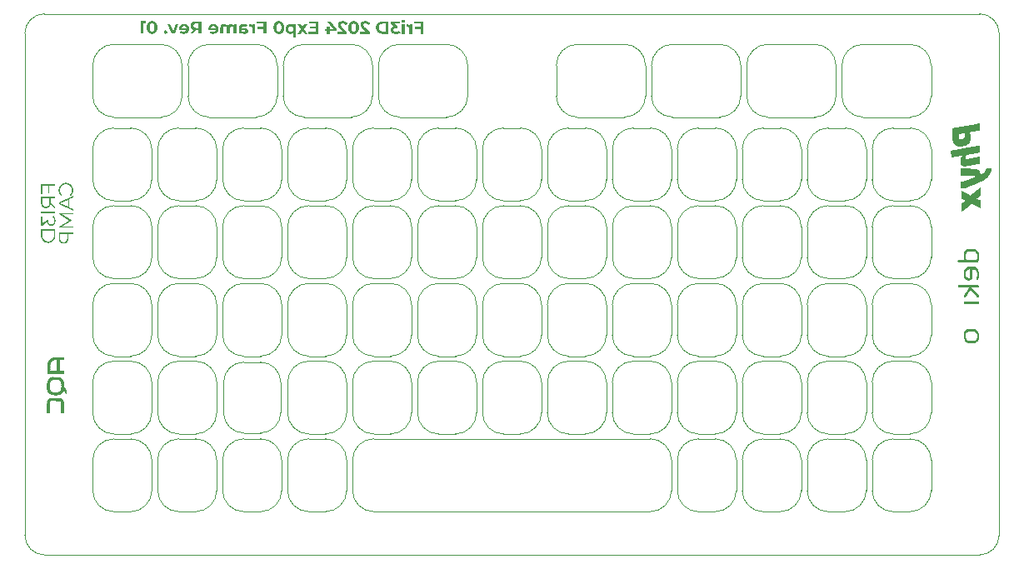
<source format=gbo>
G04*
G04 #@! TF.GenerationSoftware,Altium Limited,Altium Designer,24.6.1 (21)*
G04*
G04 Layer_Color=32896*
%FSLAX25Y25*%
%MOIN*%
G70*
G04*
G04 #@! TF.SameCoordinates,2EFCF5D3-F3DF-4BA1-BCA7-63EA5DCA57C7*
G04*
G04*
G04 #@! TF.FilePolarity,Positive*
G04*
G01*
G75*
%ADD10C,0.00394*%
G36*
X187056Y-34932D02*
X186994Y-34933D01*
X186933Y-34934D01*
X186872Y-34935D01*
X186810Y-34936D01*
X186749Y-34937D01*
X186687Y-34938D01*
X186626Y-34939D01*
X186627Y-35001D01*
X186565Y-35002D01*
X186504Y-35003D01*
X186443Y-35004D01*
X186381Y-35005D01*
X186320Y-35006D01*
X186258Y-35007D01*
X186259Y-35068D01*
X186198Y-35069D01*
X186137Y-35070D01*
X186075Y-35072D01*
X186014Y-35073D01*
X185952Y-35074D01*
X185891Y-35075D01*
X185892Y-35136D01*
X185831Y-35137D01*
X185769Y-35138D01*
X185708Y-35139D01*
X185646Y-35140D01*
X185585Y-35142D01*
X185524Y-35143D01*
X185462Y-35144D01*
X185463Y-35205D01*
X185402Y-35206D01*
X185340Y-35207D01*
X185279Y-35208D01*
X185218Y-35209D01*
X185156Y-35210D01*
X185095Y-35212D01*
X185096Y-35273D01*
X185035Y-35274D01*
X184973Y-35275D01*
X184912Y-35276D01*
X184850Y-35277D01*
X184789Y-35278D01*
X184727Y-35279D01*
X184729Y-35341D01*
X184667Y-35342D01*
X184606Y-35343D01*
X184544Y-35344D01*
X184483Y-35345D01*
X184422Y-35346D01*
X184360Y-35347D01*
X184299Y-35348D01*
X184300Y-35410D01*
X184238Y-35411D01*
X184177Y-35412D01*
X184116Y-35413D01*
X184054Y-35414D01*
X183993Y-35415D01*
X183931Y-35416D01*
X183932Y-35478D01*
X183871Y-35479D01*
X183810Y-35480D01*
X183748Y-35481D01*
X183687Y-35482D01*
X183625Y-35483D01*
X183564Y-35484D01*
X183565Y-35545D01*
X183504Y-35546D01*
X183442Y-35548D01*
X183381Y-35549D01*
X183319Y-35550D01*
X183258Y-35551D01*
X183196Y-35552D01*
X183135Y-35553D01*
X183141Y-35860D01*
X183202Y-35859D01*
X183207Y-36166D01*
X183269Y-36165D01*
X183274Y-36472D01*
X183335Y-36471D01*
X183343Y-36901D01*
X183404Y-36900D01*
X183414Y-37452D01*
X183475Y-37451D01*
X183495Y-38557D01*
X183433Y-38558D01*
X183440Y-38926D01*
X183378Y-38927D01*
X183381Y-39111D01*
X183320Y-39112D01*
X183323Y-39297D01*
X183262Y-39298D01*
X183265Y-39482D01*
X183204Y-39483D01*
X183206Y-39606D01*
X183144Y-39607D01*
X183145Y-39668D01*
X183084Y-39669D01*
X183086Y-39792D01*
X183025Y-39793D01*
X183026Y-39855D01*
X182965Y-39856D01*
X182967Y-39979D01*
X182905Y-39980D01*
X182906Y-40041D01*
X182845Y-40042D01*
X182846Y-40104D01*
X182785Y-40105D01*
X182786Y-40166D01*
X182724Y-40167D01*
X182725Y-40229D01*
X182664Y-40230D01*
X182665Y-40291D01*
X182604Y-40292D01*
X182542Y-40293D01*
X182543Y-40355D01*
X182482Y-40356D01*
X182483Y-40417D01*
X182421Y-40418D01*
X182422Y-40480D01*
X182361Y-40481D01*
X182300Y-40482D01*
X182301Y-40543D01*
X182239Y-40544D01*
X182240Y-40606D01*
X182179Y-40607D01*
X182118Y-40608D01*
X182119Y-40669D01*
X182057Y-40670D01*
X181996Y-40671D01*
X181997Y-40733D01*
X181936Y-40734D01*
X181874Y-40735D01*
X181875Y-40796D01*
X181814Y-40797D01*
X181752Y-40798D01*
X181691Y-40799D01*
X181692Y-40861D01*
X181631Y-40862D01*
X181569Y-40863D01*
X181570Y-40925D01*
X181509Y-40925D01*
X181448Y-40927D01*
X181386Y-40928D01*
X181387Y-40989D01*
X181326Y-40990D01*
X181264Y-40991D01*
X181203Y-40992D01*
X181141Y-40993D01*
X181143Y-41055D01*
X181081Y-41056D01*
X181020Y-41057D01*
X180958Y-41058D01*
X180959Y-41119D01*
X180898Y-41120D01*
X180837Y-41122D01*
X180775Y-41123D01*
X180714Y-41124D01*
X180652Y-41125D01*
X180653Y-41186D01*
X180592Y-41187D01*
X180531Y-41188D01*
X180469Y-41189D01*
X180408Y-41190D01*
X180346Y-41192D01*
X180348Y-41253D01*
X180286Y-41254D01*
X180225Y-41255D01*
X180163Y-41256D01*
X180102Y-41257D01*
X180040Y-41258D01*
X179979Y-41259D01*
X179918Y-41260D01*
X179919Y-41322D01*
X179857Y-41323D01*
X179796Y-41324D01*
X179734Y-41325D01*
X179673Y-41326D01*
X179612Y-41327D01*
X179550Y-41328D01*
X179489Y-41329D01*
X179427Y-41330D01*
X179366Y-41331D01*
X179305Y-41333D01*
X179243Y-41334D01*
X179182Y-41335D01*
X179120Y-41336D01*
X179059Y-41337D01*
X178998Y-41338D01*
X178936Y-41339D01*
X178875Y-41340D01*
X178813Y-41341D01*
X178752Y-41342D01*
X178691Y-41343D01*
X178689Y-41282D01*
X178628Y-41283D01*
X178567Y-41284D01*
X178505Y-41285D01*
X178444Y-41286D01*
X178382Y-41287D01*
X178381Y-41226D01*
X178320Y-41227D01*
X178258Y-41228D01*
X178197Y-41229D01*
X178136Y-41230D01*
X178135Y-41169D01*
X178073Y-41170D01*
X178012Y-41171D01*
X177950Y-41172D01*
X177949Y-41111D01*
X177888Y-41112D01*
X177826Y-41113D01*
X177765Y-41114D01*
X177764Y-41052D01*
X177703Y-41053D01*
X177641Y-41054D01*
X177640Y-40993D01*
X177579Y-40994D01*
X177578Y-40933D01*
X177516Y-40934D01*
X177455Y-40935D01*
X177454Y-40874D01*
X177392Y-40875D01*
X177391Y-40813D01*
X177330Y-40814D01*
X177268Y-40815D01*
X177267Y-40754D01*
X177206Y-40755D01*
X177205Y-40694D01*
X177143Y-40695D01*
X177142Y-40633D01*
X177081Y-40634D01*
X177080Y-40573D01*
X177018Y-40574D01*
X177017Y-40512D01*
X176956Y-40514D01*
X176955Y-40452D01*
X176893Y-40453D01*
X176891Y-40330D01*
X176830Y-40332D01*
X176829Y-40270D01*
X176768Y-40271D01*
X176765Y-40148D01*
X176704Y-40149D01*
X176703Y-40088D01*
X176641Y-40089D01*
X176639Y-39966D01*
X176578Y-39967D01*
X176575Y-39783D01*
X176513Y-39784D01*
X176510Y-39600D01*
X176449Y-39601D01*
X176445Y-39417D01*
X176384Y-39418D01*
X176378Y-39049D01*
X176316Y-39050D01*
X176227Y-33953D01*
X176289Y-33952D01*
X176350Y-33951D01*
X176411Y-33950D01*
X176473Y-33949D01*
X176534Y-33948D01*
X176596Y-33947D01*
X176595Y-33886D01*
X176656Y-33885D01*
X176717Y-33884D01*
X176779Y-33882D01*
X176840Y-33881D01*
X176902Y-33880D01*
X176963Y-33879D01*
X176962Y-33818D01*
X177023Y-33817D01*
X177085Y-33816D01*
X177146Y-33814D01*
X177208Y-33814D01*
X177269Y-33812D01*
X177330Y-33811D01*
X177392Y-33810D01*
X177391Y-33749D01*
X177452Y-33748D01*
X177514Y-33747D01*
X177575Y-33746D01*
X177636Y-33745D01*
X177698Y-33744D01*
X177759Y-33742D01*
X177758Y-33681D01*
X177820Y-33680D01*
X177881Y-33679D01*
X177942Y-33678D01*
X178004Y-33677D01*
X178065Y-33676D01*
X178127Y-33675D01*
X178126Y-33613D01*
X178187Y-33612D01*
X178248Y-33611D01*
X178310Y-33610D01*
X178371Y-33609D01*
X178433Y-33608D01*
X178494Y-33607D01*
X178555Y-33606D01*
X178554Y-33544D01*
X178616Y-33543D01*
X178677Y-33542D01*
X178739Y-33541D01*
X178800Y-33540D01*
X178861Y-33539D01*
X178923Y-33538D01*
X178922Y-33476D01*
X178983Y-33475D01*
X179044Y-33474D01*
X179106Y-33473D01*
X179167Y-33472D01*
X179229Y-33471D01*
X179290Y-33470D01*
X179289Y-33409D01*
X179350Y-33408D01*
X179412Y-33406D01*
X179473Y-33405D01*
X179535Y-33404D01*
X179596Y-33403D01*
X179658Y-33402D01*
X179719Y-33401D01*
X179718Y-33340D01*
X179779Y-33339D01*
X179841Y-33338D01*
X179902Y-33336D01*
X179964Y-33335D01*
X180025Y-33334D01*
X180086Y-33333D01*
X180085Y-33272D01*
X180147Y-33271D01*
X180208Y-33270D01*
X180270Y-33269D01*
X180331Y-33268D01*
X180392Y-33266D01*
X180454Y-33265D01*
X180453Y-33204D01*
X180514Y-33203D01*
X180576Y-33202D01*
X180637Y-33201D01*
X180698Y-33200D01*
X180760Y-33199D01*
X180821Y-33198D01*
X180820Y-33136D01*
X180882Y-33135D01*
X180943Y-33134D01*
X181004Y-33133D01*
X181066Y-33132D01*
X181127Y-33131D01*
X181188Y-33130D01*
X181250Y-33129D01*
X181249Y-33067D01*
X181310Y-33066D01*
X181372Y-33065D01*
X181433Y-33064D01*
X181494Y-33063D01*
X181556Y-33062D01*
X181617Y-33061D01*
X181616Y-32999D01*
X181678Y-32998D01*
X181739Y-32997D01*
X181800Y-32996D01*
X181862Y-32995D01*
X181923Y-32994D01*
X181985Y-32993D01*
X181984Y-32932D01*
X182045Y-32930D01*
X182106Y-32929D01*
X182168Y-32928D01*
X182229Y-32927D01*
X182291Y-32926D01*
X182352Y-32925D01*
X182413Y-32924D01*
X182412Y-32863D01*
X182474Y-32862D01*
X182535Y-32860D01*
X182597Y-32859D01*
X182658Y-32858D01*
X182720Y-32857D01*
X182781Y-32856D01*
X182780Y-32795D01*
X182841Y-32794D01*
X182903Y-32793D01*
X182964Y-32792D01*
X183026Y-32790D01*
X183087Y-32789D01*
X183148Y-32788D01*
X183147Y-32727D01*
X183209Y-32726D01*
X183270Y-32725D01*
X183331Y-32724D01*
X183393Y-32723D01*
X183454Y-32722D01*
X183516Y-32721D01*
X183515Y-32659D01*
X183576Y-32658D01*
X183637Y-32657D01*
X183699Y-32656D01*
X183760Y-32655D01*
X183822Y-32654D01*
X183883Y-32653D01*
X183944Y-32652D01*
X183943Y-32590D01*
X184005Y-32589D01*
X184066Y-32588D01*
X184128Y-32587D01*
X184189Y-32586D01*
X184250Y-32585D01*
X184312Y-32584D01*
X184311Y-32522D01*
X184372Y-32521D01*
X184434Y-32520D01*
X184495Y-32519D01*
X184556Y-32518D01*
X184618Y-32517D01*
X184679Y-32516D01*
X184678Y-32454D01*
X184740Y-32453D01*
X184801Y-32452D01*
X184862Y-32451D01*
X184924Y-32450D01*
X184985Y-32449D01*
X185047Y-32448D01*
X185046Y-32387D01*
X185107Y-32386D01*
X185168Y-32384D01*
X185230Y-32383D01*
X185291Y-32382D01*
X185353Y-32381D01*
X185414Y-32380D01*
X185475Y-32379D01*
X185474Y-32318D01*
X185536Y-32317D01*
X185597Y-32316D01*
X185659Y-32315D01*
X185720Y-32313D01*
X185781Y-32312D01*
X185843Y-32311D01*
X185842Y-32250D01*
X185903Y-32249D01*
X185965Y-32248D01*
X186026Y-32247D01*
X186087Y-32246D01*
X186149Y-32245D01*
X186210Y-32243D01*
X186209Y-32182D01*
X186270Y-32181D01*
X186332Y-32180D01*
X186393Y-32179D01*
X186455Y-32178D01*
X186516Y-32177D01*
X186578Y-32176D01*
X186639Y-32175D01*
X186638Y-32113D01*
X186699Y-32112D01*
X186761Y-32111D01*
X186822Y-32110D01*
X186884Y-32109D01*
X186945Y-32108D01*
X186944Y-32046D01*
X187005Y-32045D01*
X187056Y-34932D01*
D02*
G37*
G36*
X187209Y-43713D02*
X187148Y-43714D01*
X187086Y-43715D01*
X187087Y-43777D01*
X187026Y-43778D01*
X186964Y-43779D01*
X186903Y-43780D01*
X186842Y-43781D01*
X186780Y-43782D01*
X186719Y-43783D01*
X186657Y-43784D01*
X186659Y-43846D01*
X186597Y-43847D01*
X186536Y-43848D01*
X186474Y-43849D01*
X186413Y-43850D01*
X186351Y-43851D01*
X186290Y-43852D01*
X186291Y-43913D01*
X186230Y-43915D01*
X186168Y-43916D01*
X186107Y-43917D01*
X186045Y-43918D01*
X185984Y-43919D01*
X185923Y-43920D01*
X185924Y-43981D01*
X185862Y-43982D01*
X185801Y-43984D01*
X185739Y-43985D01*
X185678Y-43986D01*
X185617Y-43987D01*
X185555Y-43988D01*
X185556Y-44049D01*
X185495Y-44050D01*
X185433Y-44051D01*
X185372Y-44052D01*
X185311Y-44054D01*
X185249Y-44054D01*
X185188Y-44056D01*
X185126Y-44057D01*
X185127Y-44118D01*
X185066Y-44119D01*
X185005Y-44120D01*
X184943Y-44121D01*
X184882Y-44122D01*
X184820Y-44124D01*
X184759Y-44125D01*
X184760Y-44186D01*
X184699Y-44187D01*
X184637Y-44188D01*
X184576Y-44189D01*
X184514Y-44190D01*
X184453Y-44191D01*
X184392Y-44192D01*
X184393Y-44254D01*
X184331Y-44255D01*
X184270Y-44256D01*
X184209Y-44257D01*
X184147Y-44258D01*
X184086Y-44259D01*
X184024Y-44260D01*
X183963Y-44261D01*
X183964Y-44323D01*
X183903Y-44324D01*
X183841Y-44325D01*
X183780Y-44326D01*
X183718Y-44327D01*
X183657Y-44328D01*
X183595Y-44329D01*
X183597Y-44391D01*
X183535Y-44392D01*
X183474Y-44393D01*
X183412Y-44394D01*
X183351Y-44395D01*
X183289Y-44396D01*
X183228Y-44397D01*
X183229Y-44458D01*
X183168Y-44460D01*
X183106Y-44460D01*
X183045Y-44462D01*
X182984Y-44463D01*
X182922Y-44464D01*
X182861Y-44465D01*
X182862Y-44526D01*
X182800Y-44527D01*
X182739Y-44528D01*
X182677Y-44530D01*
X182616Y-44530D01*
X182555Y-44532D01*
X182493Y-44533D01*
X182432Y-44534D01*
X182433Y-44595D01*
X182372Y-44596D01*
X182310Y-44597D01*
X182249Y-44598D01*
X182187Y-44599D01*
X182126Y-44600D01*
X182064Y-44602D01*
X182065Y-44663D01*
X182004Y-44664D01*
X181943Y-44665D01*
X181881Y-44666D01*
X181882Y-44728D01*
X181821Y-44729D01*
X181760Y-44730D01*
X181761Y-44791D01*
X181699Y-44792D01*
X181700Y-44854D01*
X181639Y-44855D01*
X181641Y-44978D01*
X181580Y-44979D01*
X181581Y-45040D01*
X181519Y-45041D01*
X181521Y-45164D01*
X181460Y-45165D01*
X181463Y-45349D01*
X181402Y-45350D01*
X181407Y-45657D01*
X181346Y-45658D01*
X181352Y-46027D01*
X181414Y-46026D01*
X181416Y-46149D01*
X181477Y-46148D01*
X181478Y-46209D01*
X181540Y-46208D01*
X181541Y-46269D01*
X181602Y-46268D01*
X181664Y-46267D01*
X181665Y-46328D01*
X181726Y-46327D01*
X181787Y-46326D01*
X181849Y-46325D01*
X181910Y-46324D01*
X181972Y-46323D01*
X182033Y-46322D01*
X182032Y-46261D01*
X182093Y-46260D01*
X182155Y-46259D01*
X182216Y-46257D01*
X182278Y-46256D01*
X182339Y-46255D01*
X182401Y-46254D01*
X182462Y-46253D01*
X182461Y-46192D01*
X182522Y-46191D01*
X182584Y-46190D01*
X182645Y-46189D01*
X182706Y-46187D01*
X182768Y-46186D01*
X182829Y-46185D01*
X182828Y-46124D01*
X182890Y-46123D01*
X182951Y-46122D01*
X183012Y-46121D01*
X183074Y-46120D01*
X183135Y-46119D01*
X183197Y-46117D01*
X183258Y-46116D01*
X183257Y-46055D01*
X183318Y-46054D01*
X183380Y-46053D01*
X183441Y-46052D01*
X183503Y-46051D01*
X183564Y-46050D01*
X183625Y-46049D01*
X183624Y-45987D01*
X183686Y-45986D01*
X183747Y-45985D01*
X183809Y-45984D01*
X183870Y-45983D01*
X183931Y-45982D01*
X183993Y-45981D01*
X183992Y-45919D01*
X184053Y-45918D01*
X184115Y-45917D01*
X184176Y-45916D01*
X184237Y-45915D01*
X184299Y-45914D01*
X184360Y-45913D01*
X184359Y-45851D01*
X184421Y-45851D01*
X184482Y-45849D01*
X184543Y-45848D01*
X184605Y-45847D01*
X184666Y-45846D01*
X184728Y-45845D01*
X184789Y-45844D01*
X184788Y-45783D01*
X184849Y-45781D01*
X184911Y-45781D01*
X184972Y-45779D01*
X185034Y-45778D01*
X185095Y-45777D01*
X185156Y-45776D01*
X185155Y-45715D01*
X185217Y-45714D01*
X185278Y-45713D01*
X185340Y-45711D01*
X185401Y-45711D01*
X185462Y-45709D01*
X185524Y-45708D01*
X185585Y-45707D01*
X185584Y-45646D01*
X185646Y-45645D01*
X185707Y-45644D01*
X185768Y-45643D01*
X185830Y-45642D01*
X185891Y-45641D01*
X185953Y-45639D01*
X185952Y-45578D01*
X186013Y-45577D01*
X186074Y-45576D01*
X186136Y-45575D01*
X186197Y-45574D01*
X186259Y-45573D01*
X186320Y-45572D01*
X186319Y-45510D01*
X186380Y-45509D01*
X186442Y-45508D01*
X186503Y-45507D01*
X186565Y-45506D01*
X186626Y-45505D01*
X186687Y-45504D01*
X186749Y-45503D01*
X186748Y-45441D01*
X186809Y-45440D01*
X186871Y-45439D01*
X186932Y-45438D01*
X186993Y-45437D01*
X187055Y-45436D01*
X187116Y-45435D01*
X187115Y-45373D01*
X187177Y-45372D01*
X187238Y-45371D01*
X187287Y-48196D01*
X187226Y-48197D01*
X187164Y-48198D01*
X187165Y-48260D01*
X187104Y-48261D01*
X187043Y-48262D01*
X186981Y-48263D01*
X186920Y-48264D01*
X186858Y-48265D01*
X186797Y-48266D01*
X186798Y-48327D01*
X186737Y-48329D01*
X186675Y-48330D01*
X186614Y-48331D01*
X186552Y-48332D01*
X186491Y-48333D01*
X186430Y-48334D01*
X186368Y-48335D01*
X186369Y-48396D01*
X186308Y-48397D01*
X186247Y-48399D01*
X186185Y-48400D01*
X186124Y-48401D01*
X186062Y-48402D01*
X186001Y-48403D01*
X186002Y-48464D01*
X185941Y-48465D01*
X185879Y-48466D01*
X185818Y-48467D01*
X185756Y-48469D01*
X185695Y-48470D01*
X185633Y-48471D01*
X185635Y-48532D01*
X185573Y-48533D01*
X185512Y-48534D01*
X185450Y-48535D01*
X185389Y-48536D01*
X185327Y-48537D01*
X185266Y-48539D01*
X185267Y-48600D01*
X185206Y-48601D01*
X185144Y-48602D01*
X185083Y-48603D01*
X185021Y-48604D01*
X184960Y-48605D01*
X184899Y-48606D01*
X184837Y-48608D01*
X184838Y-48669D01*
X184777Y-48670D01*
X184715Y-48671D01*
X184654Y-48672D01*
X184593Y-48673D01*
X184531Y-48674D01*
X184470Y-48675D01*
X184471Y-48737D01*
X184409Y-48738D01*
X184348Y-48739D01*
X184287Y-48740D01*
X184225Y-48741D01*
X184164Y-48742D01*
X184102Y-48743D01*
X184104Y-48805D01*
X184042Y-48806D01*
X183981Y-48807D01*
X183919Y-48808D01*
X183858Y-48809D01*
X183797Y-48810D01*
X183735Y-48811D01*
X183674Y-48812D01*
X183675Y-48873D01*
X183613Y-48875D01*
X183552Y-48876D01*
X183491Y-48877D01*
X183429Y-48878D01*
X183368Y-48879D01*
X183306Y-48880D01*
X183307Y-48941D01*
X183246Y-48942D01*
X183185Y-48943D01*
X183123Y-48945D01*
X183062Y-48946D01*
X183000Y-48947D01*
X182939Y-48948D01*
X182940Y-49009D01*
X182879Y-49010D01*
X182817Y-49011D01*
X182756Y-49012D01*
X182694Y-49013D01*
X182633Y-49014D01*
X182571Y-49016D01*
X182573Y-49077D01*
X182511Y-49078D01*
X182450Y-49079D01*
X182388Y-49080D01*
X182327Y-49081D01*
X182266Y-49082D01*
X182204Y-49083D01*
X182143Y-49084D01*
X182144Y-49146D01*
X182082Y-49147D01*
X182021Y-49148D01*
X181960Y-49149D01*
X181898Y-49150D01*
X181837Y-49151D01*
X181775Y-49152D01*
X181714Y-49153D01*
X181715Y-49215D01*
X181654Y-49216D01*
X181592Y-49217D01*
X181531Y-49218D01*
X181469Y-49219D01*
X181408Y-49220D01*
X181346Y-49221D01*
X181285Y-49222D01*
X181224Y-49223D01*
X181162Y-49224D01*
X181101Y-49226D01*
X181040Y-49227D01*
X180978Y-49228D01*
X180917Y-49229D01*
X180855Y-49230D01*
X180794Y-49231D01*
X180733Y-49232D01*
X180671Y-49233D01*
X180610Y-49234D01*
X180609Y-49173D01*
X180547Y-49174D01*
X180486Y-49175D01*
X180424Y-49176D01*
X180363Y-49177D01*
X180362Y-49116D01*
X180300Y-49117D01*
X180239Y-49118D01*
X180178Y-49119D01*
X180176Y-49057D01*
X180115Y-49058D01*
X180054Y-49060D01*
X180053Y-48998D01*
X179991Y-48999D01*
X179930Y-49000D01*
X179929Y-48939D01*
X179867Y-48940D01*
X179866Y-48878D01*
X179805Y-48880D01*
X179804Y-48818D01*
X179742Y-48819D01*
X179741Y-48758D01*
X179680Y-48759D01*
X179678Y-48636D01*
X179616Y-48637D01*
X179615Y-48576D01*
X179554Y-48577D01*
X179552Y-48454D01*
X179490Y-48455D01*
X179487Y-48271D01*
X179426Y-48272D01*
X179421Y-48026D01*
X179360Y-48027D01*
X179336Y-46676D01*
X179398Y-46675D01*
X179393Y-46368D01*
X179454Y-46367D01*
X179451Y-46183D01*
X179512Y-46182D01*
X179510Y-46059D01*
X179571Y-46058D01*
X179568Y-45874D01*
X179630Y-45873D01*
X179627Y-45750D01*
X179689Y-45749D01*
X179688Y-45687D01*
X179749Y-45686D01*
X179747Y-45564D01*
X179808Y-45562D01*
X179806Y-45440D01*
X179868Y-45439D01*
X179867Y-45377D01*
X179928Y-45376D01*
X179927Y-45315D01*
X179988Y-45314D01*
X179986Y-45191D01*
X180048Y-45190D01*
X180046Y-45128D01*
X180108Y-45127D01*
X180107Y-45066D01*
X180168Y-45065D01*
X180166Y-44942D01*
X180105Y-44943D01*
X180043Y-44944D01*
X180044Y-45005D01*
X179983Y-45006D01*
X179922Y-45008D01*
X179860Y-45009D01*
X179799Y-45010D01*
X179737Y-45011D01*
X179676Y-45012D01*
X179677Y-45073D01*
X179616Y-45074D01*
X179554Y-45075D01*
X179493Y-45077D01*
X179431Y-45078D01*
X179370Y-45079D01*
X179308Y-45080D01*
X179247Y-45081D01*
X179248Y-45142D01*
X179187Y-45143D01*
X179125Y-45144D01*
X179064Y-45145D01*
X179003Y-45146D01*
X178941Y-45147D01*
X178880Y-45149D01*
X178881Y-45210D01*
X178819Y-45211D01*
X178758Y-45212D01*
X178697Y-45213D01*
X178635Y-45214D01*
X178574Y-45215D01*
X178512Y-45216D01*
X178513Y-45278D01*
X178452Y-45279D01*
X178391Y-45280D01*
X178329Y-45281D01*
X178268Y-45282D01*
X178206Y-45283D01*
X178145Y-45284D01*
X178146Y-45346D01*
X178085Y-45347D01*
X178023Y-45348D01*
X177962Y-45349D01*
X177900Y-45350D01*
X177839Y-45351D01*
X177778Y-45352D01*
X177716Y-45353D01*
X177717Y-45415D01*
X177656Y-45416D01*
X177594Y-45417D01*
X177533Y-45418D01*
X177472Y-45419D01*
X177410Y-45420D01*
X177349Y-45421D01*
X177350Y-45482D01*
X177288Y-45483D01*
X177227Y-45485D01*
X177166Y-45486D01*
X177104Y-45487D01*
X177043Y-45488D01*
X176981Y-45489D01*
X176982Y-45550D01*
X176921Y-45551D01*
X176860Y-45552D01*
X176798Y-45553D01*
X176737Y-45555D01*
X176675Y-45556D01*
X176614Y-45557D01*
X176553Y-45558D01*
X176554Y-45619D01*
X176492Y-45620D01*
X176431Y-45621D01*
X176369Y-45622D01*
X176308Y-45623D01*
X176247Y-45625D01*
X176185Y-45626D01*
X176186Y-45687D01*
X176125Y-45688D01*
X176064Y-45689D01*
X176002Y-45690D01*
X175941Y-45691D01*
X175879Y-45692D01*
X175818Y-45693D01*
X175819Y-45755D01*
X175758Y-45756D01*
X175696Y-45757D01*
X175647Y-42932D01*
X175708Y-42931D01*
X175770Y-42930D01*
X175831Y-42929D01*
X175830Y-42867D01*
X175891Y-42867D01*
X175953Y-42865D01*
X176014Y-42864D01*
X176076Y-42863D01*
X176137Y-42862D01*
X176198Y-42861D01*
X176260Y-42860D01*
X176259Y-42799D01*
X176320Y-42798D01*
X176382Y-42796D01*
X176443Y-42795D01*
X176504Y-42794D01*
X176566Y-42793D01*
X176627Y-42792D01*
X176626Y-42731D01*
X176688Y-42730D01*
X176749Y-42729D01*
X176810Y-42728D01*
X176872Y-42726D01*
X176933Y-42725D01*
X176995Y-42724D01*
X176994Y-42663D01*
X177055Y-42662D01*
X177116Y-42661D01*
X177178Y-42660D01*
X177239Y-42659D01*
X177301Y-42658D01*
X177362Y-42656D01*
X177423Y-42656D01*
X177422Y-42594D01*
X177484Y-42593D01*
X177545Y-42592D01*
X177607Y-42591D01*
X177668Y-42590D01*
X177729Y-42589D01*
X177791Y-42588D01*
X177790Y-42526D01*
X177851Y-42525D01*
X177912Y-42524D01*
X177974Y-42523D01*
X178035Y-42522D01*
X178097Y-42521D01*
X178158Y-42520D01*
X178157Y-42458D01*
X178218Y-42457D01*
X178280Y-42456D01*
X178341Y-42455D01*
X178403Y-42454D01*
X178464Y-42453D01*
X178525Y-42452D01*
X178524Y-42390D01*
X178586Y-42389D01*
X178647Y-42388D01*
X178709Y-42387D01*
X178770Y-42386D01*
X178832Y-42385D01*
X178893Y-42384D01*
X178954Y-42383D01*
X178953Y-42322D01*
X179015Y-42320D01*
X179076Y-42319D01*
X179138Y-42318D01*
X179199Y-42317D01*
X179260Y-42316D01*
X179322Y-42315D01*
X179321Y-42254D01*
X179382Y-42253D01*
X179444Y-42252D01*
X179505Y-42250D01*
X179566Y-42250D01*
X179628Y-42248D01*
X179689Y-42247D01*
X179688Y-42186D01*
X179750Y-42185D01*
X179811Y-42184D01*
X179872Y-42183D01*
X179934Y-42182D01*
X179995Y-42181D01*
X180057Y-42180D01*
X180118Y-42178D01*
X180117Y-42117D01*
X180178Y-42116D01*
X180240Y-42115D01*
X180301Y-42114D01*
X180362Y-42113D01*
X180424Y-42112D01*
X180485Y-42110D01*
X180484Y-42049D01*
X180546Y-42048D01*
X180607Y-42047D01*
X180668Y-42046D01*
X180730Y-42045D01*
X180791Y-42044D01*
X180853Y-42043D01*
X180852Y-41981D01*
X180913Y-41980D01*
X180974Y-41979D01*
X181036Y-41978D01*
X181097Y-41977D01*
X181159Y-41976D01*
X181220Y-41975D01*
X181219Y-41914D01*
X181280Y-41912D01*
X181342Y-41911D01*
X181403Y-41910D01*
X181465Y-41909D01*
X181526Y-41908D01*
X181588Y-41907D01*
X181649Y-41906D01*
X181648Y-41844D01*
X181709Y-41844D01*
X181771Y-41842D01*
X181832Y-41841D01*
X181893Y-41840D01*
X181955Y-41839D01*
X182016Y-41838D01*
X182015Y-41777D01*
X182077Y-41776D01*
X182138Y-41775D01*
X182199Y-41774D01*
X182261Y-41772D01*
X182322Y-41771D01*
X182384Y-41770D01*
X182383Y-41709D01*
X182444Y-41708D01*
X182505Y-41707D01*
X182567Y-41706D01*
X182628Y-41705D01*
X182690Y-41704D01*
X182751Y-41702D01*
X182750Y-41641D01*
X182811Y-41640D01*
X182873Y-41639D01*
X182934Y-41638D01*
X182996Y-41637D01*
X183057Y-41636D01*
X183118Y-41635D01*
X183180Y-41633D01*
X183179Y-41572D01*
X183240Y-41571D01*
X183302Y-41570D01*
X183363Y-41569D01*
X183424Y-41568D01*
X183486Y-41567D01*
X183547Y-41566D01*
X183546Y-41504D01*
X183607Y-41503D01*
X183669Y-41502D01*
X183730Y-41501D01*
X183792Y-41500D01*
X183853Y-41499D01*
X183915Y-41498D01*
X183914Y-41436D01*
X183975Y-41435D01*
X184036Y-41434D01*
X184098Y-41433D01*
X184159Y-41432D01*
X184221Y-41431D01*
X184282Y-41430D01*
X184343Y-41429D01*
X184342Y-41368D01*
X184404Y-41366D01*
X184465Y-41365D01*
X184527Y-41364D01*
X184588Y-41363D01*
X184649Y-41362D01*
X184711Y-41361D01*
X184710Y-41300D01*
X184771Y-41299D01*
X184833Y-41298D01*
X184894Y-41296D01*
X184955Y-41295D01*
X185017Y-41294D01*
X185078Y-41293D01*
X185077Y-41232D01*
X185138Y-41231D01*
X185200Y-41230D01*
X185261Y-41229D01*
X185323Y-41227D01*
X185384Y-41227D01*
X185446Y-41225D01*
X185444Y-41164D01*
X185506Y-41163D01*
X185567Y-41162D01*
X185629Y-41161D01*
X185690Y-41160D01*
X185752Y-41159D01*
X185813Y-41158D01*
X185874Y-41157D01*
X185873Y-41095D01*
X185935Y-41094D01*
X185996Y-41093D01*
X186057Y-41092D01*
X186119Y-41091D01*
X186180Y-41090D01*
X186242Y-41089D01*
X186241Y-41027D01*
X186302Y-41026D01*
X186363Y-41025D01*
X186425Y-41024D01*
X186486Y-41023D01*
X186548Y-41022D01*
X186609Y-41021D01*
X186608Y-40959D01*
X186670Y-40958D01*
X186731Y-40957D01*
X186792Y-40956D01*
X186854Y-40955D01*
X186915Y-40954D01*
X186977Y-40953D01*
X187038Y-40952D01*
X187037Y-40890D01*
X187098Y-40889D01*
X187160Y-40888D01*
X187209Y-43713D01*
D02*
G37*
G36*
X191926Y-50019D02*
X191865Y-50020D01*
X191872Y-50450D01*
X191811Y-50451D01*
X191817Y-50820D01*
X191756Y-50821D01*
X191760Y-51067D01*
X191699Y-51068D01*
X191703Y-51313D01*
X191642Y-51314D01*
X191645Y-51499D01*
X191584Y-51500D01*
X191586Y-51622D01*
X191524Y-51624D01*
X191527Y-51808D01*
X191466Y-51809D01*
X191468Y-51932D01*
X191407Y-51933D01*
X191409Y-52056D01*
X191348Y-52057D01*
X191350Y-52179D01*
X191288Y-52181D01*
X191290Y-52303D01*
X191229Y-52304D01*
X191231Y-52427D01*
X191170Y-52428D01*
X191171Y-52490D01*
X191109Y-52491D01*
X191112Y-52614D01*
X191050Y-52615D01*
X191051Y-52676D01*
X190990Y-52677D01*
X190992Y-52800D01*
X190930Y-52801D01*
X190931Y-52863D01*
X190870Y-52864D01*
X190872Y-52986D01*
X190811Y-52987D01*
X190812Y-53049D01*
X190751Y-53050D01*
X190752Y-53111D01*
X190690Y-53113D01*
X190691Y-53174D01*
X190630Y-53175D01*
X190631Y-53236D01*
X190569Y-53237D01*
X190572Y-53360D01*
X190510Y-53361D01*
X190511Y-53423D01*
X190450Y-53424D01*
X190451Y-53485D01*
X190390Y-53486D01*
X190391Y-53548D01*
X190329Y-53549D01*
X190330Y-53610D01*
X190269Y-53611D01*
X190270Y-53673D01*
X190209Y-53674D01*
X190210Y-53735D01*
X190148Y-53736D01*
X190149Y-53798D01*
X190088Y-53799D01*
X190026Y-53800D01*
X190027Y-53861D01*
X189966Y-53862D01*
X189967Y-53924D01*
X189906Y-53925D01*
X189907Y-53986D01*
X189846Y-53987D01*
X189847Y-54049D01*
X189785Y-54050D01*
X189786Y-54111D01*
X189725Y-54112D01*
X189663Y-54113D01*
X189664Y-54175D01*
X189603Y-54176D01*
X189604Y-54237D01*
X189543Y-54238D01*
X189544Y-54300D01*
X189482Y-54301D01*
X189421Y-54302D01*
X189422Y-54363D01*
X189361Y-54364D01*
X189362Y-54426D01*
X189300Y-54427D01*
X189239Y-54428D01*
X189240Y-54489D01*
X189179Y-54490D01*
X189180Y-54552D01*
X189118Y-54553D01*
X189119Y-54614D01*
X189058Y-54615D01*
X188996Y-54616D01*
X188997Y-54678D01*
X188936Y-54679D01*
X188875Y-54680D01*
X188876Y-54741D01*
X188814Y-54742D01*
X188815Y-54804D01*
X188754Y-54805D01*
X188693Y-54806D01*
X188694Y-54867D01*
X188632Y-54868D01*
X188571Y-54869D01*
X188572Y-54931D01*
X188511Y-54932D01*
X188449Y-54933D01*
X188450Y-54994D01*
X188389Y-54996D01*
X188327Y-54997D01*
X188328Y-55058D01*
X188267Y-55059D01*
X188268Y-55120D01*
X188207Y-55121D01*
X188145Y-55123D01*
X188084Y-55124D01*
X188085Y-55185D01*
X188023Y-55186D01*
X188025Y-55248D01*
X187963Y-55249D01*
X187902Y-55250D01*
X187840Y-55251D01*
X187841Y-55312D01*
X187780Y-55313D01*
X187719Y-55314D01*
X187720Y-55376D01*
X187658Y-55377D01*
X187597Y-55378D01*
X187598Y-55439D01*
X187537Y-55440D01*
X187475Y-55441D01*
X187476Y-55503D01*
X187415Y-55504D01*
X187353Y-55505D01*
X187292Y-55506D01*
X187293Y-55567D01*
X187232Y-55568D01*
X187170Y-55570D01*
X187171Y-55631D01*
X187110Y-55632D01*
X187048Y-55633D01*
X186987Y-55634D01*
X186988Y-55696D01*
X186927Y-55697D01*
X186865Y-55698D01*
X186866Y-55759D01*
X186805Y-55760D01*
X186744Y-55761D01*
X186682Y-55762D01*
X186683Y-55824D01*
X186622Y-55825D01*
X186560Y-55826D01*
X186562Y-55887D01*
X186500Y-55888D01*
X186439Y-55889D01*
X186377Y-55891D01*
X186378Y-55952D01*
X186317Y-55953D01*
X186256Y-55954D01*
X186257Y-56015D01*
X186195Y-56017D01*
X186134Y-56018D01*
X186072Y-56019D01*
X186073Y-56080D01*
X186012Y-56081D01*
X185951Y-56082D01*
X185952Y-56144D01*
X185890Y-56145D01*
X185829Y-56146D01*
X185767Y-56147D01*
X185768Y-56208D01*
X185707Y-56209D01*
X185646Y-56211D01*
X185647Y-56272D01*
X185585Y-56273D01*
X185524Y-56274D01*
X185462Y-56275D01*
X185464Y-56336D01*
X185402Y-56338D01*
X185341Y-56339D01*
X185342Y-56400D01*
X185280Y-56401D01*
X185219Y-56402D01*
X185158Y-56403D01*
X185159Y-56465D01*
X185097Y-56466D01*
X185036Y-56467D01*
X185037Y-56528D01*
X184976Y-56529D01*
X184914Y-56530D01*
X184853Y-56532D01*
X184854Y-56593D01*
X184792Y-56594D01*
X184731Y-56595D01*
X184732Y-56656D01*
X184671Y-56657D01*
X184609Y-56659D01*
X184548Y-56660D01*
X184549Y-56721D01*
X184487Y-56722D01*
X184426Y-56723D01*
X184427Y-56785D01*
X184366Y-56786D01*
X184304Y-56787D01*
X184243Y-56788D01*
X184244Y-56849D01*
X184183Y-56850D01*
X184121Y-56851D01*
X184122Y-56913D01*
X184061Y-56914D01*
X183999Y-56915D01*
X183938Y-56916D01*
X183939Y-56977D01*
X183878Y-56978D01*
X183816Y-56980D01*
X183817Y-57041D01*
X183756Y-57042D01*
X183695Y-57043D01*
X183633Y-57044D01*
X183634Y-57106D01*
X183573Y-57107D01*
X183511Y-57108D01*
X183512Y-57169D01*
X183451Y-57170D01*
X183390Y-57171D01*
X183328Y-57172D01*
X183329Y-57234D01*
X183268Y-57235D01*
X183206Y-57236D01*
X183207Y-57297D01*
X183146Y-57298D01*
X183085Y-57300D01*
X183023Y-57301D01*
X183024Y-57362D01*
X182963Y-57363D01*
X182902Y-57364D01*
X182903Y-57425D01*
X182841Y-57427D01*
X182780Y-57428D01*
X182718Y-57429D01*
X182720Y-57490D01*
X182658Y-57491D01*
X182597Y-57492D01*
X182598Y-57554D01*
X182536Y-57555D01*
X182475Y-57556D01*
X182476Y-57617D01*
X182414Y-57618D01*
X182353Y-57619D01*
X182292Y-57621D01*
X182293Y-57682D01*
X182231Y-57683D01*
X182170Y-57684D01*
X182108Y-57685D01*
X182110Y-57746D01*
X182048Y-57748D01*
X181987Y-57749D01*
X181925Y-57750D01*
X181927Y-57811D01*
X181865Y-57812D01*
X181804Y-57813D01*
X181742Y-57814D01*
X181743Y-57876D01*
X181682Y-57877D01*
X181621Y-57878D01*
X181559Y-57879D01*
X181498Y-57880D01*
X181499Y-57941D01*
X181437Y-57942D01*
X181376Y-57944D01*
X181315Y-57945D01*
X181253Y-57946D01*
X181254Y-58007D01*
X181193Y-58008D01*
X181131Y-58009D01*
X181070Y-58010D01*
X181009Y-58011D01*
X180947Y-58012D01*
X180948Y-58074D01*
X180887Y-58075D01*
X180825Y-58076D01*
X180764Y-58077D01*
X180703Y-58078D01*
X180641Y-58079D01*
X180580Y-58080D01*
X180518Y-58081D01*
X180457Y-58082D01*
X180395Y-58084D01*
X180334Y-58085D01*
X180273Y-58086D01*
X180211Y-58087D01*
X180150Y-58088D01*
X180088Y-58089D01*
X180027Y-58090D01*
X179966Y-58091D01*
X179904Y-58092D01*
X179843Y-58093D01*
X179781Y-58094D01*
X179720Y-58095D01*
X179659Y-58096D01*
X179610Y-55333D01*
X179672Y-55332D01*
X179733Y-55331D01*
X179795Y-55330D01*
X179856Y-55329D01*
X179917Y-55328D01*
X179979Y-55326D01*
X180040Y-55326D01*
X180102Y-55324D01*
X180163Y-55323D01*
X180224Y-55322D01*
X180223Y-55261D01*
X180285Y-55260D01*
X180346Y-55259D01*
X180408Y-55258D01*
X180469Y-55257D01*
X180530Y-55256D01*
X180592Y-55254D01*
X180591Y-55193D01*
X180652Y-55192D01*
X180714Y-55191D01*
X180775Y-55190D01*
X180836Y-55189D01*
X180898Y-55188D01*
X180897Y-55126D01*
X180958Y-55125D01*
X181020Y-55124D01*
X181081Y-55123D01*
X181142Y-55122D01*
X181141Y-55061D01*
X181203Y-55059D01*
X181264Y-55058D01*
X181326Y-55057D01*
X181387Y-55056D01*
X181386Y-54995D01*
X181447Y-54994D01*
X181509Y-54993D01*
X181570Y-54992D01*
X181569Y-54930D01*
X181631Y-54929D01*
X181692Y-54928D01*
X181753Y-54927D01*
X181752Y-54866D01*
X181814Y-54865D01*
X181875Y-54864D01*
X181937Y-54862D01*
X181935Y-54801D01*
X181997Y-54800D01*
X182058Y-54799D01*
X182057Y-54737D01*
X182118Y-54736D01*
X182180Y-54735D01*
X182241Y-54734D01*
X182240Y-54673D01*
X182302Y-54672D01*
X182363Y-54671D01*
X182424Y-54670D01*
X182423Y-54608D01*
X182485Y-54607D01*
X182546Y-54606D01*
X182608Y-54605D01*
X182607Y-54544D01*
X182668Y-54542D01*
X182729Y-54541D01*
X182728Y-54480D01*
X182790Y-54479D01*
X182851Y-54478D01*
X182913Y-54477D01*
X182912Y-54415D01*
X182973Y-54414D01*
X183034Y-54413D01*
X183096Y-54412D01*
X183095Y-54351D01*
X183156Y-54350D01*
X183218Y-54349D01*
X183279Y-54347D01*
X183278Y-54286D01*
X183339Y-54285D01*
X183401Y-54284D01*
X183400Y-54223D01*
X183461Y-54221D01*
X183522Y-54220D01*
X183584Y-54219D01*
X183583Y-54158D01*
X183644Y-54157D01*
X183705Y-54156D01*
X183767Y-54155D01*
X183766Y-54093D01*
X183827Y-54092D01*
X183889Y-54091D01*
X183950Y-54090D01*
X183949Y-54029D01*
X184011Y-54028D01*
X184072Y-54027D01*
X184071Y-53965D01*
X184132Y-53964D01*
X184194Y-53963D01*
X184255Y-53962D01*
X184254Y-53900D01*
X184315Y-53899D01*
X184377Y-53898D01*
X184438Y-53897D01*
X184437Y-53836D01*
X184499Y-53835D01*
X184560Y-53834D01*
X184621Y-53833D01*
X184620Y-53771D01*
X184682Y-53770D01*
X184743Y-53769D01*
X184804Y-53768D01*
X184803Y-53707D01*
X184865Y-53706D01*
X184926Y-53705D01*
X184925Y-53643D01*
X184986Y-53642D01*
X185048Y-53641D01*
X185109Y-53640D01*
X185108Y-53579D01*
X185170Y-53577D01*
X185167Y-53393D01*
X185105Y-53394D01*
X185102Y-53210D01*
X185040Y-53211D01*
X185039Y-53150D01*
X184978Y-53151D01*
X184977Y-53089D01*
X184915Y-53090D01*
X184915Y-53029D01*
X184853Y-53030D01*
X184792Y-53031D01*
X184730Y-53032D01*
X184729Y-52971D01*
X184668Y-52972D01*
X184606Y-52973D01*
X184545Y-52974D01*
X184484Y-52975D01*
X184422Y-52976D01*
X184361Y-52977D01*
X184299Y-52978D01*
X184238Y-52979D01*
X184176Y-52980D01*
X184115Y-52982D01*
X184054Y-52983D01*
X183992Y-52984D01*
X183931Y-52985D01*
X183869Y-52986D01*
X183808Y-52987D01*
X183747Y-52988D01*
X183685Y-52989D01*
X183624Y-52990D01*
X183562Y-52991D01*
X183501Y-52992D01*
X183440Y-52993D01*
X183378Y-52994D01*
X183317Y-52995D01*
X183255Y-52996D01*
X183194Y-52998D01*
X183133Y-52999D01*
X183131Y-52937D01*
X183070Y-52938D01*
X183009Y-52939D01*
X183010Y-53001D01*
X182948Y-53002D01*
X182947Y-52940D01*
X182886Y-52942D01*
X182824Y-52943D01*
X182763Y-52944D01*
X182702Y-52945D01*
X182640Y-52946D01*
X182579Y-52947D01*
X182517Y-52948D01*
X182456Y-52949D01*
X182395Y-52950D01*
X182333Y-52951D01*
X182272Y-52952D01*
X182210Y-52953D01*
X182149Y-52954D01*
X182088Y-52955D01*
X182026Y-52956D01*
X181965Y-52958D01*
X181903Y-52959D01*
X181842Y-52960D01*
X181780Y-52961D01*
X181719Y-52962D01*
X181658Y-52963D01*
X181596Y-52964D01*
X181535Y-52965D01*
X181473Y-52966D01*
X181412Y-52967D01*
X181351Y-52968D01*
X181289Y-52969D01*
X181228Y-52970D01*
X181166Y-52972D01*
X181105Y-52973D01*
X181044Y-52974D01*
X180982Y-52975D01*
X180921Y-52976D01*
X180859Y-52977D01*
X180798Y-52978D01*
X180736Y-52979D01*
X180675Y-52980D01*
X180614Y-52981D01*
X180552Y-52982D01*
X180491Y-52983D01*
X180429Y-52984D01*
X180428Y-52923D01*
X180367Y-52924D01*
X180306Y-52925D01*
X180244Y-52926D01*
X180183Y-52927D01*
X180121Y-52928D01*
X180060Y-52929D01*
X179999Y-52930D01*
X179937Y-52931D01*
X179876Y-52933D01*
X179814Y-52934D01*
X179753Y-52935D01*
X179691Y-52936D01*
X179630Y-52937D01*
X179569Y-52938D01*
X179517Y-49990D01*
X179579Y-49989D01*
X179580Y-50051D01*
X179641Y-50050D01*
X179702Y-50049D01*
X179764Y-50047D01*
X179825Y-50046D01*
X179887Y-50045D01*
X179948Y-50044D01*
X180009Y-50043D01*
X180071Y-50042D01*
X180132Y-50041D01*
X180194Y-50040D01*
X180255Y-50039D01*
X180316Y-50038D01*
X180378Y-50037D01*
X180439Y-50036D01*
X180501Y-50035D01*
X180562Y-50033D01*
X180563Y-50095D01*
X180625Y-50094D01*
X180686Y-50093D01*
X180747Y-50092D01*
X180809Y-50091D01*
X180870Y-50090D01*
X180932Y-50089D01*
X180993Y-50087D01*
X181054Y-50086D01*
X181116Y-50085D01*
X181177Y-50084D01*
X181239Y-50083D01*
X181300Y-50082D01*
X181361Y-50081D01*
X181423Y-50080D01*
X181424Y-50141D01*
X181485Y-50140D01*
X181547Y-50139D01*
X181608Y-50138D01*
X181670Y-50137D01*
X181731Y-50136D01*
X181792Y-50135D01*
X181854Y-50134D01*
X181915Y-50133D01*
X181977Y-50132D01*
X182038Y-50131D01*
X182099Y-50129D01*
X182161Y-50128D01*
X182222Y-50127D01*
X182284Y-50126D01*
X182345Y-50125D01*
X182407Y-50124D01*
X182408Y-50186D01*
X182469Y-50185D01*
X182530Y-50183D01*
X182592Y-50182D01*
X182653Y-50181D01*
X182715Y-50180D01*
X182776Y-50179D01*
X182838Y-50178D01*
X182899Y-50177D01*
X182960Y-50176D01*
X183022Y-50175D01*
X183083Y-50174D01*
X183145Y-50173D01*
X183206Y-50172D01*
X183267Y-50171D01*
X183329Y-50169D01*
X183390Y-50168D01*
X183391Y-50230D01*
X183453Y-50229D01*
X183514Y-50228D01*
X183575Y-50227D01*
X183637Y-50226D01*
X183698Y-50225D01*
X183760Y-50223D01*
X183821Y-50222D01*
X183883Y-50221D01*
X183944Y-50220D01*
X184005Y-50219D01*
X184067Y-50218D01*
X184128Y-50217D01*
X184190Y-50216D01*
X184251Y-50215D01*
X184312Y-50214D01*
X184313Y-50275D01*
X184375Y-50274D01*
X184436Y-50273D01*
X184498Y-50272D01*
X184559Y-50271D01*
X184621Y-50270D01*
X184682Y-50269D01*
X184743Y-50268D01*
X184805Y-50267D01*
X184866Y-50266D01*
X184928Y-50265D01*
X184989Y-50263D01*
X185050Y-50262D01*
X185112Y-50261D01*
X185173Y-50260D01*
X185235Y-50259D01*
X185236Y-50321D01*
X185297Y-50319D01*
X185359Y-50318D01*
X185420Y-50317D01*
X185481Y-50316D01*
X185543Y-50315D01*
X185604Y-50314D01*
X185666Y-50313D01*
X185667Y-50374D01*
X185728Y-50373D01*
X185790Y-50372D01*
X185851Y-50371D01*
X185912Y-50370D01*
X185913Y-50432D01*
X185975Y-50431D01*
X186036Y-50429D01*
X186098Y-50428D01*
X186099Y-50490D01*
X186160Y-50489D01*
X186222Y-50488D01*
X186223Y-50549D01*
X186284Y-50548D01*
X186345Y-50547D01*
X186346Y-50608D01*
X186408Y-50607D01*
X186469Y-50606D01*
X186470Y-50668D01*
X186532Y-50666D01*
X186533Y-50728D01*
X186594Y-50727D01*
X186656Y-50726D01*
X186657Y-50787D01*
X186718Y-50786D01*
X186719Y-50847D01*
X186781Y-50846D01*
X186782Y-50908D01*
X186843Y-50907D01*
X186844Y-50968D01*
X186906Y-50967D01*
X186907Y-51028D01*
X186968Y-51027D01*
X186970Y-51150D01*
X187032Y-51149D01*
X187033Y-51211D01*
X187094Y-51209D01*
X187096Y-51332D01*
X187158Y-51331D01*
X187161Y-51515D01*
X187222Y-51514D01*
X187224Y-51637D01*
X187286Y-51636D01*
X187290Y-51882D01*
X187352Y-51881D01*
X187359Y-52311D01*
X187420Y-52310D01*
X187427Y-52678D01*
X187488Y-52677D01*
X187550Y-52676D01*
X187549Y-52614D01*
X187610Y-52613D01*
X187671Y-52612D01*
X187670Y-52551D01*
X187732Y-52550D01*
X187793Y-52549D01*
X187792Y-52487D01*
X187854Y-52486D01*
X187853Y-52425D01*
X187914Y-52424D01*
X187975Y-52423D01*
X187974Y-52361D01*
X188036Y-52360D01*
X188097Y-52359D01*
X188096Y-52298D01*
X188157Y-52297D01*
X188156Y-52235D01*
X188218Y-52234D01*
X188279Y-52233D01*
X188278Y-52172D01*
X188339Y-52171D01*
X188338Y-52109D01*
X188400Y-52108D01*
X188399Y-52047D01*
X188460Y-52046D01*
X188522Y-52045D01*
X188521Y-51983D01*
X188582Y-51982D01*
X188581Y-51921D01*
X188642Y-51920D01*
X188641Y-51858D01*
X188702Y-51857D01*
X188701Y-51796D01*
X188763Y-51795D01*
X188762Y-51733D01*
X188823Y-51732D01*
X188822Y-51671D01*
X188884Y-51670D01*
X188883Y-51608D01*
X188944Y-51607D01*
X188943Y-51546D01*
X189004Y-51545D01*
X189003Y-51483D01*
X189065Y-51482D01*
X189064Y-51421D01*
X189125Y-51420D01*
X189124Y-51358D01*
X189185Y-51357D01*
X189183Y-51235D01*
X189244Y-51233D01*
X189243Y-51172D01*
X189305Y-51171D01*
X189304Y-51109D01*
X189365Y-51108D01*
X189363Y-50986D01*
X189425Y-50985D01*
X189423Y-50923D01*
X189485Y-50922D01*
X189483Y-50799D01*
X189544Y-50798D01*
X189543Y-50737D01*
X189604Y-50736D01*
X189602Y-50613D01*
X189664Y-50612D01*
X189662Y-50489D01*
X189723Y-50488D01*
X189721Y-50365D01*
X189782Y-50364D01*
X189780Y-50241D01*
X189841Y-50240D01*
X189839Y-50117D01*
X189901Y-50116D01*
X189899Y-49993D01*
X189960Y-49992D01*
X190021Y-49991D01*
X190083Y-49990D01*
X190144Y-49989D01*
X190206Y-49988D01*
X190267Y-49987D01*
X190329Y-49986D01*
X190390Y-49985D01*
X190451Y-49984D01*
X190513Y-49983D01*
X190574Y-49982D01*
X190636Y-49981D01*
X190697Y-49979D01*
X190758Y-49978D01*
X190820Y-49977D01*
X190881Y-49976D01*
X190943Y-49975D01*
X191004Y-49974D01*
X191065Y-49973D01*
X191127Y-49972D01*
X191188Y-49971D01*
X191250Y-49970D01*
X191311Y-49969D01*
X191372Y-49968D01*
X191434Y-49967D01*
X191495Y-49966D01*
X191557Y-49964D01*
X191618Y-49963D01*
X191680Y-49962D01*
X191741Y-49961D01*
X191802Y-49960D01*
X191864Y-49959D01*
X191925Y-49958D01*
X191926Y-50019D01*
D02*
G37*
G36*
X-178446Y-55836D02*
X-178435Y-55836D01*
X-178424Y-55836D01*
X-178418Y-55836D01*
X-178418Y-55836D01*
X-178411Y-55836D01*
X-178396Y-55837D01*
X-178381Y-55837D01*
X-178366Y-55838D01*
X-178358Y-55838D01*
X-178358D01*
X-178351Y-55838D01*
X-178336Y-55839D01*
X-178321Y-55839D01*
X-178307Y-55840D01*
X-178299Y-55840D01*
X-178299Y-55840D01*
X-178291Y-55840D01*
X-178275Y-55841D01*
X-178259Y-55842D01*
X-178243Y-55844D01*
X-178235Y-55844D01*
X-178235Y-55844D01*
X-178227Y-55845D01*
X-178211Y-55846D01*
X-178196Y-55847D01*
X-178180Y-55848D01*
X-178172Y-55849D01*
X-178163Y-55850D01*
X-178147Y-55852D01*
X-178130Y-55853D01*
X-178113Y-55855D01*
X-178104Y-55856D01*
X-178096Y-55857D01*
X-178079Y-55859D01*
X-178062Y-55861D01*
X-178045Y-55863D01*
X-178037Y-55864D01*
D01*
X-178028Y-55866D01*
X-178010Y-55868D01*
X-177993Y-55871D01*
X-177975Y-55874D01*
X-177966Y-55875D01*
X-177956Y-55876D01*
X-177938Y-55879D01*
X-177919Y-55883D01*
X-177900Y-55886D01*
X-177891Y-55888D01*
Y-55888D01*
X-177881Y-55890D01*
X-177861Y-55893D01*
X-177841Y-55897D01*
X-177822Y-55901D01*
X-177812Y-55904D01*
X-177801Y-55906D01*
X-177781Y-55910D01*
X-177760Y-55915D01*
X-177739Y-55920D01*
X-177729Y-55922D01*
Y-55923D01*
Y-55923D01*
X-177718Y-55925D01*
X-177697Y-55931D01*
X-177675Y-55936D01*
X-177654Y-55942D01*
X-177643Y-55945D01*
X-177643Y-55945D01*
X-177631Y-55948D01*
X-177608Y-55955D01*
X-177584Y-55962D01*
X-177561Y-55969D01*
X-177550Y-55972D01*
X-177537Y-55976D01*
X-177512Y-55984D01*
X-177486Y-55993D01*
X-177461Y-56001D01*
X-177449Y-56006D01*
X-177434Y-56011D01*
X-177405Y-56022D01*
X-177376Y-56033D01*
X-177347Y-56044D01*
X-177333Y-56050D01*
Y-56050D01*
X-177316Y-56056D01*
X-177283Y-56071D01*
X-177249Y-56085D01*
X-177216Y-56100D01*
X-177199Y-56107D01*
Y-56107D01*
X-177074Y-56166D01*
X-176835Y-56307D01*
X-176612Y-56472D01*
X-176406Y-56659D01*
X-176313Y-56762D01*
X-176313Y-56762D01*
X-176296Y-56781D01*
X-176261Y-56821D01*
X-176228Y-56861D01*
X-176195Y-56902D01*
X-176179Y-56923D01*
D01*
X-176179Y-56923D01*
X-176179Y-56923D01*
X-176179D01*
X-176166Y-56939D01*
X-176142Y-56971D01*
X-176119Y-57004D01*
X-176095Y-57037D01*
X-176084Y-57053D01*
X-176074Y-57068D01*
X-176055Y-57097D01*
X-176035Y-57126D01*
X-176017Y-57156D01*
X-176008Y-57171D01*
X-176000Y-57184D01*
X-175984Y-57210D01*
X-175968Y-57236D01*
X-175953Y-57263D01*
X-175946Y-57276D01*
X-175946Y-57276D01*
X-175939Y-57289D01*
X-175925Y-57314D01*
X-175912Y-57339D01*
X-175899Y-57364D01*
X-175892Y-57377D01*
X-175892Y-57377D01*
X-175886Y-57389D01*
X-175874Y-57412D01*
X-175863Y-57436D01*
X-175852Y-57460D01*
X-175846Y-57472D01*
X-175841Y-57483D01*
X-175831Y-57505D01*
X-175821Y-57527D01*
X-175812Y-57549D01*
X-175807Y-57560D01*
X-175803Y-57571D01*
X-175794Y-57593D01*
X-175785Y-57614D01*
X-175776Y-57636D01*
X-175772Y-57647D01*
X-175772D01*
X-175768Y-57657D01*
X-175760Y-57678D01*
X-175753Y-57698D01*
X-175745Y-57719D01*
X-175741Y-57730D01*
X-175741Y-57730D01*
X-175738Y-57740D01*
X-175731Y-57759D01*
X-175724Y-57780D01*
X-175718Y-57800D01*
X-175714Y-57810D01*
X-175714Y-57810D01*
X-175711Y-57819D01*
X-175705Y-57838D01*
X-175699Y-57857D01*
X-175694Y-57877D01*
X-175691Y-57886D01*
X-175691D01*
X-175688Y-57896D01*
X-175682Y-57915D01*
X-175677Y-57935D01*
X-175672Y-57954D01*
X-175669Y-57964D01*
X-175666Y-57973D01*
X-175662Y-57992D01*
X-175657Y-58010D01*
X-175652Y-58029D01*
X-175650Y-58038D01*
X-175650Y-58038D01*
X-175648Y-58047D01*
X-175644Y-58064D01*
X-175640Y-58082D01*
X-175636Y-58099D01*
X-175634Y-58108D01*
D01*
Y-58108D01*
X-175634Y-58108D01*
X-175634Y-58108D01*
X-175632Y-58117D01*
X-175628Y-58135D01*
X-175625Y-58153D01*
X-175621Y-58170D01*
X-175620Y-58179D01*
X-175620Y-58179D01*
X-175618Y-58188D01*
X-175615Y-58204D01*
X-175612Y-58221D01*
X-175609Y-58238D01*
X-175607Y-58246D01*
X-175607Y-58246D01*
X-175606Y-58254D01*
X-175603Y-58271D01*
X-175600Y-58288D01*
X-175598Y-58305D01*
X-175596Y-58314D01*
X-175595Y-58322D01*
X-175593Y-58339D01*
X-175590Y-58356D01*
X-175588Y-58373D01*
X-175587Y-58382D01*
Y-58382D01*
X-175586Y-58390D01*
X-175584Y-58406D01*
X-175582Y-58422D01*
X-175580Y-58438D01*
X-175579Y-58446D01*
X-175580Y-58446D01*
X-175579Y-58454D01*
X-175577Y-58470D01*
X-175575Y-58486D01*
X-175574Y-58502D01*
X-175573Y-58510D01*
D01*
Y-58510D01*
X-175573D01*
X-175573Y-58510D01*
X-175572Y-58518D01*
X-175571Y-58534D01*
X-175570Y-58551D01*
X-175568Y-58567D01*
X-175568Y-58575D01*
X-175568Y-58575D01*
X-175567Y-58582D01*
X-175566Y-58597D01*
X-175565Y-58613D01*
X-175565Y-58628D01*
X-175564Y-58635D01*
X-175564Y-58635D01*
X-175561Y-58696D01*
X-175560Y-58757D01*
X-175560D01*
X-175560Y-58765D01*
X-175559Y-58782D01*
X-175559Y-58799D01*
X-175559Y-58815D01*
X-175559Y-58824D01*
Y-58824D01*
Y-58834D01*
X-175560Y-58879D01*
X-175561Y-58924D01*
X-175562Y-58969D01*
X-175564Y-59014D01*
X-175567Y-59056D01*
X-175569Y-59097D01*
X-175573Y-59139D01*
X-175577Y-59181D01*
X-175581Y-59222D01*
X-175586Y-59263D01*
X-175592Y-59304D01*
X-175598Y-59345D01*
X-175604Y-59385D01*
X-175611Y-59425D01*
X-175618Y-59465D01*
X-175626Y-59505D01*
X-175634Y-59545D01*
X-175643Y-59584D01*
X-175653Y-59623D01*
X-175662Y-59662D01*
X-175673Y-59701D01*
X-175683Y-59739D01*
X-175695Y-59777D01*
X-175707Y-59817D01*
X-175720Y-59857D01*
X-175733Y-59896D01*
X-175748Y-59935D01*
X-175762Y-59974D01*
X-175778Y-60015D01*
X-175795Y-60055D01*
X-175812Y-60095D01*
X-175831Y-60137D01*
X-175850Y-60178D01*
Y-60178D01*
X-175853Y-60183D01*
X-175858Y-60194D01*
X-175863Y-60204D01*
X-175869Y-60215D01*
X-175871Y-60220D01*
X-175871Y-60220D01*
X-175874Y-60226D01*
X-175879Y-60236D01*
X-175885Y-60247D01*
X-175890Y-60258D01*
X-175893Y-60263D01*
X-175896Y-60268D01*
X-175902Y-60279D01*
X-175908Y-60290D01*
X-175914Y-60301D01*
X-175917Y-60307D01*
X-175917Y-60307D01*
X-175920Y-60312D01*
X-175926Y-60324D01*
X-175933Y-60335D01*
X-175939Y-60346D01*
X-175942Y-60352D01*
X-175946Y-60357D01*
X-175953Y-60369D01*
X-175960Y-60381D01*
X-175967Y-60392D01*
X-175970Y-60398D01*
X-175970Y-60398D01*
X-175974Y-60404D01*
X-175981Y-60417D01*
X-175989Y-60429D01*
X-175997Y-60441D01*
X-176001Y-60448D01*
X-176001D01*
X-176005Y-60454D01*
X-176013Y-60467D01*
X-176022Y-60479D01*
X-176030Y-60492D01*
X-176034Y-60498D01*
Y-60498D01*
X-176039Y-60505D01*
X-176049Y-60519D01*
X-176058Y-60533D01*
X-176068Y-60547D01*
X-176073Y-60553D01*
X-176073D01*
X-176078Y-60561D01*
X-176089Y-60576D01*
X-176100Y-60591D01*
X-176111Y-60605D01*
X-176117Y-60613D01*
X-176117Y-60613D01*
X-176123Y-60621D01*
X-176137Y-60638D01*
X-176150Y-60654D01*
X-176163Y-60671D01*
X-176170Y-60679D01*
X-176170Y-60679D01*
X-176179Y-60690D01*
X-176196Y-60711D01*
X-176214Y-60732D01*
X-176232Y-60752D01*
X-176242Y-60762D01*
X-176242D01*
X-176260Y-60783D01*
X-176299Y-60824D01*
X-176339Y-60864D01*
X-176379Y-60902D01*
X-176400Y-60921D01*
X-176783Y-60538D01*
X-176774Y-60529D01*
X-176757Y-60512D01*
X-176739Y-60494D01*
X-176721Y-60476D01*
X-176702Y-60456D01*
X-176683Y-60435D01*
X-176663Y-60414D01*
X-176644Y-60392D01*
X-176624Y-60369D01*
X-176603Y-60343D01*
X-176581Y-60317D01*
X-176557Y-60287D01*
Y-60287D01*
X-176554Y-60283D01*
X-176548Y-60274D01*
X-176541Y-60266D01*
X-176535Y-60258D01*
X-176532Y-60254D01*
X-176532Y-60254D01*
X-176529Y-60249D01*
X-176522Y-60240D01*
X-176515Y-60231D01*
X-176509Y-60222D01*
X-176505Y-60217D01*
X-176505D01*
X-176502Y-60212D01*
X-176494Y-60201D01*
X-176487Y-60190D01*
X-176479Y-60179D01*
X-176476Y-60174D01*
X-176476D01*
X-176471Y-60167D01*
X-176461Y-60152D01*
X-176452Y-60138D01*
X-176443Y-60123D01*
X-176438Y-60116D01*
X-176423Y-60092D01*
X-176394Y-60043D01*
X-176367Y-59994D01*
X-176340Y-59944D01*
X-176328Y-59918D01*
X-176328Y-59918D01*
Y-59918D01*
X-176321Y-59905D01*
X-176308Y-59877D01*
X-176295Y-59849D01*
X-176283Y-59821D01*
X-176277Y-59807D01*
X-176274Y-59799D01*
X-176268Y-59784D01*
X-176261Y-59768D01*
X-176255Y-59753D01*
X-176252Y-59745D01*
X-176252Y-59745D01*
X-176250Y-59738D01*
X-176245Y-59726D01*
X-176241Y-59714D01*
X-176236Y-59701D01*
X-176234Y-59695D01*
Y-59695D01*
Y-59695D01*
X-176232Y-59690D01*
X-176228Y-59679D01*
X-176225Y-59668D01*
X-176221Y-59657D01*
X-176219Y-59652D01*
X-176219Y-59652D01*
X-176217Y-59647D01*
X-176214Y-59638D01*
X-176211Y-59628D01*
X-176208Y-59619D01*
X-176207Y-59614D01*
X-176196Y-59579D01*
X-176187Y-59545D01*
X-176178Y-59513D01*
X-176170Y-59483D01*
X-176164Y-59455D01*
X-176157Y-59428D01*
X-176152Y-59401D01*
X-176146Y-59375D01*
X-176142Y-59350D01*
X-176137Y-59326D01*
X-176133Y-59302D01*
X-176129Y-59278D01*
X-176126Y-59256D01*
X-176123Y-59234D01*
X-176120Y-59212D01*
X-176117Y-59189D01*
X-176115Y-59169D01*
X-176112Y-59148D01*
X-176110Y-59127D01*
X-176108Y-59107D01*
X-176107Y-59086D01*
X-176105Y-59065D01*
X-176104Y-59044D01*
X-176102Y-59025D01*
X-176101Y-59006D01*
X-176100Y-58987D01*
X-176100Y-58967D01*
X-176099Y-58948D01*
X-176098Y-58929D01*
X-176098Y-58909D01*
X-176098Y-58890D01*
X-176097Y-58870D01*
X-176097Y-58849D01*
X-176097Y-58849D01*
Y-58842D01*
X-176097Y-58829D01*
X-176098Y-58815D01*
X-176098Y-58802D01*
X-176098Y-58795D01*
X-176098Y-58795D01*
X-176098Y-58789D01*
X-176098Y-58775D01*
X-176099Y-58762D01*
X-176099Y-58749D01*
X-176099Y-58742D01*
X-176099Y-58742D01*
X-176100Y-58735D01*
X-176100Y-58722D01*
X-176101Y-58709D01*
X-176102Y-58696D01*
X-176102Y-58689D01*
X-176102Y-58689D01*
X-176102Y-58682D01*
X-176103Y-58668D01*
X-176104Y-58654D01*
X-176105Y-58640D01*
X-176106Y-58632D01*
X-176106D01*
X-176106Y-58626D01*
X-176107Y-58611D01*
X-176109Y-58597D01*
X-176110Y-58583D01*
X-176111Y-58576D01*
X-176111Y-58576D01*
X-176111Y-58569D01*
X-176113Y-58554D01*
X-176115Y-58539D01*
X-176116Y-58524D01*
X-176117Y-58517D01*
X-176117Y-58517D01*
X-176118Y-58509D01*
X-176120Y-58495D01*
X-176122Y-58480D01*
X-176124Y-58465D01*
X-176125Y-58458D01*
X-176126Y-58450D01*
X-176129Y-58434D01*
X-176131Y-58419D01*
X-176134Y-58403D01*
X-176135Y-58395D01*
X-176135Y-58395D01*
X-176137Y-58387D01*
X-176139Y-58371D01*
X-176143Y-58354D01*
X-176146Y-58338D01*
X-176147Y-58330D01*
X-176147Y-58330D01*
X-176149Y-58321D01*
X-176152Y-58304D01*
X-176156Y-58287D01*
X-176160Y-58270D01*
X-176162Y-58261D01*
X-176162D01*
X-176162Y-58261D01*
X-176164Y-58253D01*
X-176168Y-58236D01*
X-176172Y-58219D01*
X-176176Y-58202D01*
X-176178Y-58193D01*
X-176178D01*
X-176180Y-58184D01*
X-176185Y-58167D01*
X-176190Y-58149D01*
X-176195Y-58132D01*
X-176197Y-58123D01*
X-176200Y-58114D01*
X-176205Y-58095D01*
X-176211Y-58077D01*
X-176216Y-58059D01*
X-176219Y-58050D01*
X-176222Y-58040D01*
X-176229Y-58020D01*
X-176236Y-58000D01*
X-176242Y-57980D01*
X-176246Y-57970D01*
X-176250Y-57960D01*
X-176257Y-57940D01*
X-176265Y-57920D01*
X-176273Y-57899D01*
X-176277Y-57889D01*
X-176277Y-57889D01*
X-176281Y-57879D01*
X-176290Y-57857D01*
X-176299Y-57835D01*
X-176308Y-57814D01*
X-176313Y-57803D01*
X-176313Y-57803D01*
X-176313Y-57803D01*
X-176319Y-57791D01*
X-176329Y-57767D01*
X-176340Y-57744D01*
X-176352Y-57720D01*
X-176358Y-57709D01*
X-176364Y-57696D01*
X-176377Y-57670D01*
X-176391Y-57645D01*
X-176404Y-57620D01*
X-176411Y-57607D01*
X-176411D01*
X-176419Y-57593D01*
X-176436Y-57564D01*
X-176453Y-57536D01*
X-176470Y-57508D01*
X-176479Y-57494D01*
X-176479D01*
X-176490Y-57477D01*
X-176512Y-57444D01*
X-176534Y-57412D01*
X-176557Y-57380D01*
X-176568Y-57364D01*
X-176568Y-57364D01*
X-176640Y-57272D01*
X-176798Y-57099D01*
X-176973Y-56943D01*
X-177163Y-56806D01*
X-177263Y-56745D01*
X-177263Y-56745D01*
X-177263Y-56745D01*
X-177283Y-56733D01*
X-177325Y-56710D01*
X-177368Y-56688D01*
X-177410Y-56667D01*
X-177432Y-56657D01*
X-177447Y-56650D01*
X-177479Y-56636D01*
X-177510Y-56622D01*
X-177542Y-56609D01*
X-177558Y-56603D01*
X-177558Y-56603D01*
X-177571Y-56598D01*
X-177597Y-56588D01*
X-177623Y-56578D01*
X-177649Y-56569D01*
X-177663Y-56564D01*
X-177663Y-56564D01*
X-177674Y-56560D01*
X-177697Y-56552D01*
X-177721Y-56545D01*
X-177744Y-56538D01*
X-177756Y-56534D01*
X-177766Y-56531D01*
X-177787Y-56525D01*
X-177808Y-56519D01*
X-177829Y-56514D01*
X-177840Y-56511D01*
X-177840Y-56511D01*
X-177849Y-56509D01*
X-177869Y-56504D01*
X-177888Y-56499D01*
X-177908Y-56495D01*
X-177918Y-56492D01*
X-177918Y-56492D01*
X-177926Y-56490D01*
X-177944Y-56487D01*
X-177962Y-56483D01*
X-177980Y-56479D01*
X-177989Y-56478D01*
X-177998Y-56476D01*
X-178015Y-56473D01*
X-178032Y-56470D01*
X-178049Y-56467D01*
X-178058Y-56466D01*
X-178066Y-56464D01*
X-178082Y-56462D01*
X-178098Y-56459D01*
X-178115Y-56457D01*
X-178123Y-56456D01*
X-178131Y-56455D01*
X-178146Y-56453D01*
X-178162Y-56451D01*
X-178177Y-56449D01*
X-178185Y-56448D01*
X-178185Y-56448D01*
X-178192Y-56448D01*
X-178207Y-56446D01*
X-178222Y-56445D01*
X-178237Y-56443D01*
X-178244Y-56443D01*
X-178244Y-56443D01*
X-178251Y-56442D01*
X-178265Y-56441D01*
X-178279Y-56440D01*
X-178293Y-56439D01*
X-178299Y-56439D01*
X-178299D01*
X-178306Y-56438D01*
X-178320Y-56437D01*
X-178334Y-56437D01*
X-178348Y-56436D01*
X-178355Y-56436D01*
X-178355D01*
X-178362Y-56435D01*
X-178375Y-56435D01*
X-178388Y-56435D01*
X-178401Y-56434D01*
X-178408Y-56434D01*
X-178415Y-56434D01*
X-178429Y-56434D01*
X-178443Y-56433D01*
X-178457Y-56433D01*
X-178470D01*
X-178481Y-56433D01*
X-178492Y-56433D01*
X-178503Y-56434D01*
X-178509Y-56434D01*
X-178509D01*
X-178515Y-56434D01*
X-178528Y-56434D01*
X-178542Y-56435D01*
X-178555Y-56435D01*
X-178561Y-56435D01*
X-178568Y-56435D01*
X-178582Y-56436D01*
X-178596Y-56437D01*
X-178610Y-56437D01*
X-178617Y-56438D01*
X-178617D01*
X-178624Y-56438D01*
X-178638Y-56439D01*
X-178652Y-56440D01*
X-178666Y-56441D01*
X-178673Y-56442D01*
X-178673D01*
X-178680Y-56442D01*
X-178695Y-56444D01*
X-178709Y-56445D01*
X-178724Y-56446D01*
X-178732Y-56447D01*
X-178732Y-56447D01*
X-178739Y-56448D01*
X-178755Y-56450D01*
X-178770Y-56451D01*
X-178786Y-56453D01*
X-178794Y-56454D01*
X-178794Y-56454D01*
X-178802Y-56455D01*
X-178817Y-56458D01*
X-178832Y-56460D01*
X-178848Y-56462D01*
X-178856Y-56463D01*
X-178856Y-56463D01*
X-178856Y-56463D01*
X-178864Y-56464D01*
X-178881Y-56467D01*
X-178899Y-56470D01*
X-178916Y-56473D01*
X-178924Y-56475D01*
X-178933Y-56476D01*
X-178951Y-56480D01*
X-178969Y-56484D01*
X-178987Y-56487D01*
X-178996Y-56489D01*
X-178996Y-56489D01*
X-179005Y-56491D01*
X-179024Y-56495D01*
X-179042Y-56500D01*
X-179061Y-56504D01*
X-179070Y-56506D01*
X-179081Y-56509D01*
X-179102Y-56515D01*
X-179123Y-56520D01*
X-179144Y-56526D01*
X-179155Y-56529D01*
X-179166Y-56532D01*
X-179188Y-56539D01*
X-179211Y-56546D01*
X-179233Y-56553D01*
X-179244Y-56557D01*
X-179244Y-56557D01*
X-179257Y-56561D01*
X-179283Y-56570D01*
X-179308Y-56579D01*
X-179334Y-56589D01*
X-179346Y-56593D01*
X-179346Y-56593D01*
X-179361Y-56599D01*
X-179392Y-56611D01*
X-179422Y-56624D01*
X-179451Y-56637D01*
X-179466Y-56643D01*
X-179578Y-56697D01*
X-179791Y-56822D01*
X-179989Y-56970D01*
X-180170Y-57139D01*
X-180253Y-57231D01*
X-180253Y-57231D01*
X-180253Y-57231D01*
X-180269Y-57249D01*
X-180300Y-57287D01*
X-180331Y-57326D01*
X-180360Y-57365D01*
X-180375Y-57385D01*
X-180375D01*
X-180385Y-57400D01*
X-180407Y-57431D01*
X-180428Y-57462D01*
X-180448Y-57493D01*
X-180458Y-57509D01*
X-180458Y-57509D01*
X-180458Y-57509D01*
X-180467Y-57522D01*
X-180483Y-57549D01*
X-180499Y-57576D01*
X-180514Y-57603D01*
X-180522Y-57617D01*
X-180529Y-57629D01*
X-180542Y-57653D01*
X-180555Y-57678D01*
X-180567Y-57703D01*
X-180573Y-57715D01*
Y-57715D01*
X-180573Y-57715D01*
X-180579Y-57727D01*
X-180590Y-57749D01*
X-180601Y-57772D01*
X-180611Y-57795D01*
X-180616Y-57806D01*
X-180616D01*
X-180621Y-57817D01*
X-180630Y-57839D01*
X-180639Y-57860D01*
X-180648Y-57882D01*
X-180652Y-57893D01*
X-180652D01*
X-180656Y-57903D01*
X-180664Y-57923D01*
X-180672Y-57943D01*
X-180679Y-57964D01*
X-180683Y-57974D01*
X-180686Y-57983D01*
X-180693Y-58002D01*
X-180699Y-58021D01*
X-180705Y-58040D01*
X-180709Y-58050D01*
X-180711Y-58059D01*
X-180717Y-58077D01*
X-180723Y-58095D01*
X-180728Y-58114D01*
X-180731Y-58123D01*
Y-58123D01*
X-180733Y-58132D01*
X-180738Y-58149D01*
X-180743Y-58167D01*
X-180747Y-58184D01*
X-180750Y-58193D01*
X-180752Y-58202D01*
X-180756Y-58219D01*
X-180760Y-58236D01*
X-180764Y-58253D01*
X-180766Y-58261D01*
X-180766Y-58261D01*
X-180768Y-58269D01*
X-180771Y-58285D01*
X-180775Y-58302D01*
X-180778Y-58318D01*
X-180780Y-58326D01*
X-180780D01*
X-180781Y-58334D01*
X-180784Y-58350D01*
X-180788Y-58367D01*
X-180790Y-58383D01*
X-180792Y-58391D01*
X-180793Y-58399D01*
X-180796Y-58415D01*
X-180798Y-58430D01*
X-180801Y-58446D01*
X-180802Y-58454D01*
X-180802Y-58454D01*
X-180802D01*
X-180803Y-58461D01*
X-180805Y-58476D01*
X-180807Y-58491D01*
X-180809Y-58505D01*
X-180810Y-58513D01*
X-180810Y-58513D01*
X-180811Y-58520D01*
X-180813Y-58535D01*
X-180814Y-58550D01*
X-180816Y-58565D01*
X-180816Y-58572D01*
X-180816Y-58572D01*
X-180817Y-58579D01*
X-180818Y-58593D01*
X-180820Y-58607D01*
X-180821Y-58622D01*
X-180822Y-58628D01*
X-180822Y-58628D01*
X-180822D01*
X-180822Y-58635D01*
X-180823Y-58650D01*
X-180824Y-58664D01*
X-180825Y-58678D01*
X-180825Y-58685D01*
X-180826Y-58692D01*
X-180827Y-58705D01*
X-180827Y-58718D01*
X-180828Y-58731D01*
X-180828Y-58738D01*
X-180828Y-58738D01*
X-180828Y-58745D01*
X-180829Y-58758D01*
X-180829Y-58771D01*
X-180830Y-58785D01*
X-180830Y-58791D01*
X-180830Y-58791D01*
X-180830Y-58798D01*
X-180830Y-58813D01*
X-180830Y-58827D01*
X-180830Y-58842D01*
Y-58849D01*
X-180830Y-58855D01*
X-180830Y-58874D01*
X-180830Y-58894D01*
X-180830Y-58913D01*
X-180829Y-58933D01*
X-180829Y-58952D01*
X-180828Y-58971D01*
X-180827Y-58992D01*
X-180826Y-59013D01*
X-180825Y-59034D01*
X-180823Y-59055D01*
X-180822Y-59076D01*
X-180820Y-59097D01*
X-180818Y-59118D01*
X-180816Y-59141D01*
X-180814Y-59163D01*
X-180811Y-59186D01*
X-180808Y-59208D01*
X-180805Y-59230D01*
X-180802Y-59254D01*
X-180798Y-59278D01*
X-180795Y-59302D01*
X-180790Y-59328D01*
X-180785Y-59354D01*
X-180780Y-59379D01*
X-180775Y-59406D01*
X-180769Y-59433D01*
X-180763Y-59462D01*
X-180755Y-59492D01*
X-180747Y-59524D01*
X-180738Y-59558D01*
X-180728Y-59593D01*
Y-59593D01*
X-180726Y-59598D01*
X-180723Y-59607D01*
X-180720Y-59617D01*
X-180717Y-59626D01*
X-180716Y-59631D01*
Y-59631D01*
X-180714Y-59636D01*
X-180711Y-59647D01*
X-180707Y-59657D01*
X-180704Y-59667D01*
X-180702Y-59673D01*
X-180700Y-59679D01*
X-180696Y-59691D01*
X-180692Y-59703D01*
X-180687Y-59715D01*
X-180685Y-59721D01*
X-180685Y-59721D01*
X-180683Y-59728D01*
X-180677Y-59742D01*
X-180672Y-59756D01*
X-180667Y-59770D01*
X-180664Y-59777D01*
X-180664Y-59777D01*
X-180648Y-59816D01*
X-180613Y-59895D01*
X-180575Y-59971D01*
X-180534Y-60046D01*
X-180513Y-60083D01*
X-180513Y-60083D01*
X-180507Y-60092D01*
X-180496Y-60110D01*
X-180485Y-60128D01*
X-180473Y-60146D01*
X-180468Y-60155D01*
Y-60155D01*
X-180464Y-60162D01*
X-180455Y-60175D01*
X-180447Y-60187D01*
X-180438Y-60200D01*
X-180433Y-60206D01*
X-180433D01*
X-180430Y-60211D01*
X-180423Y-60222D01*
X-180415Y-60232D01*
X-180408Y-60242D01*
X-180404Y-60247D01*
Y-60247D01*
X-180401Y-60252D01*
X-180394Y-60261D01*
X-180388Y-60269D01*
X-180382Y-60278D01*
X-180378Y-60282D01*
X-180378Y-60282D01*
X-180375Y-60286D01*
X-180369Y-60294D01*
X-180363Y-60302D01*
X-180357Y-60310D01*
X-180354Y-60314D01*
X-180331Y-60342D01*
X-180309Y-60369D01*
X-180288Y-60393D01*
X-180268Y-60417D01*
X-180248Y-60438D01*
X-180229Y-60460D01*
X-180210Y-60480D01*
X-180191Y-60500D01*
X-180173Y-60518D01*
X-180153Y-60538D01*
X-180536Y-60919D01*
X-180536Y-60919D01*
X-180546Y-60910D01*
X-180566Y-60891D01*
X-180586Y-60872D01*
X-180606Y-60853D01*
X-180615Y-60843D01*
X-180629Y-60830D01*
X-180655Y-60803D01*
X-180681Y-60775D01*
X-180707Y-60746D01*
X-180719Y-60732D01*
Y-60732D01*
X-180727Y-60723D01*
X-180743Y-60705D01*
X-180758Y-60686D01*
X-180773Y-60668D01*
X-180781Y-60659D01*
Y-60659D01*
X-180787Y-60651D01*
X-180799Y-60636D01*
X-180811Y-60620D01*
X-180823Y-60605D01*
X-180829Y-60597D01*
X-180829Y-60597D01*
X-180834Y-60590D01*
X-180844Y-60577D01*
X-180853Y-60563D01*
X-180863Y-60549D01*
X-180868Y-60543D01*
X-180872Y-60536D01*
X-180881Y-60524D01*
X-180890Y-60512D01*
X-180898Y-60499D01*
X-180902Y-60493D01*
X-180906Y-60487D01*
X-180914Y-60475D01*
X-180922Y-60464D01*
X-180929Y-60452D01*
X-180933Y-60446D01*
X-180933Y-60446D01*
X-180937Y-60440D01*
X-180944Y-60429D01*
X-180951Y-60418D01*
X-180958Y-60406D01*
X-180961Y-60400D01*
X-180965Y-60395D01*
X-180971Y-60385D01*
X-180977Y-60374D01*
X-180983Y-60364D01*
X-180986Y-60358D01*
X-180986Y-60358D01*
X-180990Y-60353D01*
X-180995Y-60343D01*
X-181001Y-60333D01*
X-181007Y-60322D01*
X-181010Y-60317D01*
X-181013Y-60312D01*
X-181018Y-60302D01*
X-181024Y-60291D01*
X-181030Y-60281D01*
X-181032Y-60276D01*
X-181032Y-60276D01*
X-181032D01*
Y-60276D01*
X-181032D01*
X-181035Y-60271D01*
X-181040Y-60261D01*
X-181045Y-60251D01*
X-181051Y-60241D01*
X-181053Y-60236D01*
X-181072Y-60197D01*
X-181091Y-60158D01*
X-181108Y-60121D01*
X-181124Y-60084D01*
X-181140Y-60046D01*
X-181155Y-60010D01*
X-181169Y-59974D01*
X-181182Y-59937D01*
X-181195Y-59900D01*
X-181208Y-59863D01*
X-181219Y-59828D01*
X-181230Y-59793D01*
X-181241Y-59757D01*
X-181251Y-59721D01*
X-181261Y-59685D01*
X-181270Y-59649D01*
X-181279Y-59613D01*
X-181288Y-59576D01*
X-181296Y-59539D01*
X-181303Y-59502D01*
X-181310Y-59465D01*
X-181317Y-59427D01*
X-181324Y-59390D01*
X-181330Y-59352D01*
X-181335Y-59314D01*
X-181340Y-59276D01*
X-181345Y-59237D01*
X-181349Y-59199D01*
X-181353Y-59160D01*
X-181356Y-59121D01*
X-181359Y-59082D01*
X-181361Y-59043D01*
X-181363Y-59001D01*
X-181365Y-58959D01*
X-181367Y-58917D01*
X-181367Y-58875D01*
X-181368Y-58830D01*
X-181367Y-58804D01*
X-181366Y-58743D01*
X-181364Y-58681D01*
X-181361Y-58621D01*
Y-58621D01*
X-181361Y-58613D01*
X-181360Y-58598D01*
X-181359Y-58583D01*
X-181358Y-58568D01*
X-181357Y-58560D01*
X-181357Y-58552D01*
X-181355Y-58536D01*
X-181354Y-58520D01*
X-181352Y-58503D01*
X-181352Y-58495D01*
X-181352Y-58495D01*
X-181351Y-58487D01*
X-181349Y-58471D01*
X-181348Y-58455D01*
X-181346Y-58439D01*
X-181345Y-58431D01*
Y-58431D01*
X-181344Y-58423D01*
X-181342Y-58407D01*
X-181340Y-58391D01*
X-181338Y-58375D01*
X-181337Y-58367D01*
Y-58367D01*
X-181336Y-58359D01*
X-181333Y-58341D01*
X-181331Y-58324D01*
X-181328Y-58307D01*
X-181327Y-58299D01*
X-181327Y-58299D01*
X-181326Y-58290D01*
X-181323Y-58273D01*
X-181320Y-58257D01*
X-181317Y-58240D01*
X-181316Y-58231D01*
X-181316Y-58231D01*
X-181314Y-58223D01*
X-181311Y-58206D01*
X-181308Y-58189D01*
X-181305Y-58173D01*
X-181303Y-58164D01*
X-181303Y-58164D01*
X-181301Y-58155D01*
X-181298Y-58138D01*
X-181294Y-58120D01*
X-181290Y-58102D01*
X-181288Y-58093D01*
X-181288Y-58093D01*
X-181286Y-58084D01*
X-181282Y-58067D01*
X-181278Y-58049D01*
X-181274Y-58032D01*
X-181272Y-58023D01*
X-181272Y-58023D01*
X-181269Y-58014D01*
X-181265Y-57995D01*
X-181260Y-57977D01*
X-181255Y-57958D01*
X-181252Y-57949D01*
X-181252Y-57949D01*
Y-57949D01*
X-181250Y-57939D01*
X-181244Y-57920D01*
X-181239Y-57900D01*
X-181233Y-57881D01*
X-181230Y-57871D01*
Y-57871D01*
X-181230Y-57871D01*
X-181227Y-57862D01*
X-181221Y-57842D01*
X-181215Y-57823D01*
X-181209Y-57804D01*
X-181206Y-57795D01*
X-181206D01*
X-181203Y-57785D01*
X-181196Y-57765D01*
X-181189Y-57745D01*
X-181182Y-57725D01*
X-181178Y-57715D01*
Y-57715D01*
X-181175Y-57704D01*
X-181167Y-57684D01*
X-181159Y-57663D01*
X-181151Y-57642D01*
X-181147Y-57632D01*
X-181147D01*
X-181143Y-57621D01*
X-181134Y-57599D01*
X-181125Y-57578D01*
X-181116Y-57557D01*
X-181112Y-57546D01*
X-181112D01*
X-181107Y-57535D01*
X-181097Y-57513D01*
X-181087Y-57490D01*
X-181077Y-57468D01*
X-181072Y-57458D01*
X-181067Y-57446D01*
X-181055Y-57422D01*
X-181044Y-57398D01*
X-181032Y-57375D01*
X-181026Y-57363D01*
X-181026Y-57363D01*
X-181019Y-57351D01*
X-181007Y-57326D01*
X-180994Y-57302D01*
X-180980Y-57278D01*
X-180974Y-57266D01*
X-180966Y-57253D01*
X-180951Y-57226D01*
X-180935Y-57200D01*
X-180919Y-57174D01*
X-180911Y-57161D01*
X-180911Y-57161D01*
X-180902Y-57146D01*
X-180884Y-57118D01*
X-180866Y-57090D01*
X-180847Y-57061D01*
X-180837Y-57047D01*
X-180837Y-57047D01*
X-180837Y-57047D01*
X-180826Y-57031D01*
X-180802Y-56998D01*
X-180778Y-56965D01*
X-180754Y-56933D01*
X-180742Y-56917D01*
X-180742Y-56917D01*
X-180726Y-56897D01*
X-180694Y-56857D01*
X-180661Y-56817D01*
X-180627Y-56778D01*
X-180610Y-56759D01*
X-180610Y-56759D01*
X-180610Y-56759D01*
X-180566Y-56711D01*
X-180474Y-56618D01*
X-180378Y-56530D01*
X-180278Y-56447D01*
X-180226Y-56408D01*
X-180184Y-56376D01*
X-180099Y-56317D01*
X-180011Y-56260D01*
X-179922Y-56208D01*
X-179876Y-56183D01*
X-179876Y-56183D01*
X-179856Y-56172D01*
X-179815Y-56150D01*
X-179773Y-56130D01*
X-179731Y-56110D01*
X-179710Y-56100D01*
X-179694Y-56093D01*
X-179662Y-56078D01*
X-179630Y-56065D01*
X-179597Y-56051D01*
X-179580Y-56045D01*
X-179580Y-56045D01*
X-179567Y-56039D01*
X-179539Y-56028D01*
X-179511Y-56018D01*
X-179483Y-56008D01*
X-179469Y-56003D01*
X-179469Y-56003D01*
Y-56003D01*
X-179456Y-55998D01*
X-179431Y-55990D01*
X-179406Y-55982D01*
X-179381Y-55974D01*
X-179368Y-55970D01*
Y-55970D01*
X-179356Y-55966D01*
X-179333Y-55959D01*
X-179309Y-55952D01*
X-179286Y-55945D01*
X-179274Y-55942D01*
Y-55942D01*
X-179274D01*
X-179274D01*
D01*
X-179263Y-55939D01*
X-179242Y-55934D01*
X-179220Y-55928D01*
X-179199Y-55923D01*
X-179188Y-55920D01*
Y-55920D01*
X-179178Y-55918D01*
X-179159Y-55913D01*
X-179139Y-55909D01*
X-179120Y-55905D01*
X-179110Y-55903D01*
X-179110D01*
X-179101Y-55901D01*
X-179082Y-55897D01*
X-179064Y-55893D01*
X-179045Y-55890D01*
X-179036Y-55888D01*
X-179036Y-55888D01*
X-179027Y-55886D01*
X-179009Y-55883D01*
X-178992Y-55880D01*
X-178974Y-55877D01*
X-178965Y-55876D01*
X-178965Y-55876D01*
X-178956Y-55874D01*
X-178939Y-55871D01*
X-178921Y-55869D01*
X-178903Y-55866D01*
X-178894Y-55865D01*
Y-55865D01*
X-178886Y-55864D01*
X-178869Y-55862D01*
X-178852Y-55860D01*
X-178835Y-55858D01*
X-178827Y-55857D01*
X-178827Y-55857D01*
X-178819Y-55856D01*
X-178804Y-55854D01*
X-178788Y-55852D01*
X-178772Y-55851D01*
X-178764Y-55850D01*
X-178764Y-55850D01*
Y-55850D01*
X-178756Y-55849D01*
X-178741Y-55848D01*
X-178725Y-55847D01*
X-178709Y-55845D01*
X-178701Y-55845D01*
X-178701Y-55845D01*
X-178694Y-55844D01*
X-178679Y-55843D01*
X-178664Y-55842D01*
X-178650Y-55841D01*
X-178642Y-55841D01*
Y-55841D01*
X-178635Y-55840D01*
X-178620Y-55840D01*
X-178605Y-55839D01*
X-178590Y-55839D01*
X-178583Y-55838D01*
Y-55838D01*
X-178576Y-55838D01*
X-178561Y-55838D01*
X-178546Y-55837D01*
X-178531Y-55837D01*
X-178523Y-55837D01*
X-178516Y-55836D01*
X-178501Y-55836D01*
X-178486Y-55836D01*
X-178471Y-55836D01*
X-178463Y-55836D01*
X-178458Y-55836D01*
X-178446Y-55836D01*
D02*
G37*
G36*
X-178037Y-55864D02*
X-178037D01*
X-178037Y-55864D01*
X-178037Y-55864D01*
D02*
G37*
G36*
X-178894Y-55865D02*
X-178894D01*
X-178894Y-55865D01*
Y-55865D01*
D02*
G37*
G36*
X-182700Y-56945D02*
X-185125D01*
Y-59898D01*
X-185647D01*
Y-56945D01*
X-187893Y-56945D01*
X-187894Y-60257D01*
X-188417Y-60257D01*
Y-56341D01*
X-182700D01*
Y-56945D01*
D02*
G37*
G36*
X187511Y-61031D02*
X187450Y-61032D01*
X187389Y-61033D01*
X187390Y-61094D01*
X187328Y-61095D01*
X187329Y-61157D01*
X187268Y-61158D01*
X187206Y-61159D01*
X187207Y-61220D01*
X187146Y-61221D01*
X187147Y-61283D01*
X187086Y-61284D01*
X187024Y-61285D01*
X187025Y-61346D01*
X186964Y-61348D01*
X186965Y-61409D01*
X186904Y-61410D01*
X186842Y-61411D01*
X186843Y-61472D01*
X186782Y-61474D01*
X186783Y-61535D01*
X186722Y-61536D01*
X186660Y-61537D01*
X186661Y-61598D01*
X186600Y-61599D01*
X186601Y-61661D01*
X186539Y-61662D01*
X186540Y-61724D01*
X186479Y-61725D01*
X186418Y-61726D01*
X186419Y-61787D01*
X186357Y-61788D01*
X186358Y-61849D01*
X186297Y-61851D01*
X186236Y-61852D01*
X186237Y-61913D01*
X186175Y-61914D01*
X186176Y-61976D01*
X186115Y-61977D01*
X186054Y-61978D01*
X186055Y-62039D01*
X185993Y-62040D01*
X185994Y-62102D01*
X185933Y-62103D01*
X185871Y-62104D01*
X185874Y-62226D01*
X185935Y-62226D01*
X185936Y-62287D01*
X185997Y-62286D01*
X186059Y-62285D01*
X186120Y-62284D01*
X186121Y-62345D01*
X186183Y-62344D01*
X186244Y-62343D01*
X186306Y-62342D01*
X186307Y-62403D01*
X186368Y-62402D01*
X186430Y-62401D01*
X186491Y-62400D01*
X186492Y-62461D01*
X186553Y-62460D01*
X186615Y-62459D01*
X186616Y-62521D01*
X186677Y-62520D01*
X186739Y-62519D01*
X186800Y-62517D01*
X186801Y-62579D01*
X186863Y-62578D01*
X186924Y-62577D01*
X186985Y-62576D01*
X186986Y-62637D01*
X187048Y-62636D01*
X187109Y-62635D01*
X187110Y-62696D01*
X187172Y-62695D01*
X187233Y-62694D01*
X187294Y-62693D01*
X187296Y-62754D01*
X187357Y-62753D01*
X187418Y-62752D01*
X187480Y-62751D01*
X187481Y-62813D01*
X187542Y-62812D01*
X187599Y-66066D01*
X187538Y-66067D01*
X187537Y-66006D01*
X187475Y-66007D01*
X187414Y-66008D01*
X187413Y-65947D01*
X187351Y-65948D01*
X187290Y-65949D01*
X187289Y-65888D01*
X187227Y-65889D01*
X187226Y-65827D01*
X187165Y-65828D01*
X187104Y-65829D01*
X187102Y-65768D01*
X187041Y-65769D01*
X186980Y-65770D01*
X186979Y-65709D01*
X186917Y-65710D01*
X186856Y-65711D01*
X186855Y-65649D01*
X186793Y-65650D01*
X186732Y-65652D01*
X186731Y-65590D01*
X186669Y-65591D01*
X186608Y-65592D01*
X186607Y-65531D01*
X186546Y-65532D01*
X186484Y-65533D01*
X186483Y-65472D01*
X186422Y-65473D01*
X186360Y-65474D01*
X186359Y-65412D01*
X186298Y-65413D01*
X186297Y-65352D01*
X186235Y-65353D01*
X186174Y-65354D01*
X186173Y-65293D01*
X186111Y-65294D01*
X186050Y-65295D01*
X186049Y-65233D01*
X185987Y-65235D01*
X185926Y-65236D01*
X185925Y-65174D01*
X185864Y-65175D01*
X185802Y-65176D01*
X185801Y-65115D01*
X185740Y-65116D01*
X185678Y-65117D01*
X185677Y-65056D01*
X185616Y-65057D01*
X185554Y-65058D01*
X185553Y-64996D01*
X185492Y-64998D01*
X185431Y-64999D01*
X185429Y-64937D01*
X185368Y-64938D01*
X185367Y-64877D01*
X185306Y-64878D01*
X185244Y-64879D01*
X185243Y-64818D01*
X185182Y-64819D01*
X185120Y-64820D01*
X185119Y-64758D01*
X185058Y-64759D01*
X184996Y-64760D01*
X184995Y-64699D01*
X184934Y-64700D01*
X184872Y-64701D01*
X184871Y-64640D01*
X184810Y-64641D01*
X184749Y-64642D01*
X184748Y-64581D01*
X184686Y-64582D01*
X184625Y-64583D01*
X184624Y-64521D01*
X184562Y-64522D01*
X184501Y-64523D01*
X184500Y-64462D01*
X184438Y-64463D01*
X184377Y-64464D01*
X184376Y-64403D01*
X184314Y-64404D01*
X184313Y-64342D01*
X184252Y-64343D01*
X184191Y-64345D01*
X184189Y-64283D01*
X184128Y-64284D01*
X184067Y-64285D01*
X184066Y-64224D01*
X184004Y-64225D01*
X183943Y-64226D01*
X183944Y-64287D01*
X183882Y-64288D01*
X183884Y-64350D01*
X183822Y-64351D01*
X183823Y-64412D01*
X183762Y-64413D01*
X183763Y-64475D01*
X183701Y-64476D01*
X183640Y-64477D01*
X183641Y-64538D01*
X183580Y-64539D01*
X183581Y-64601D01*
X183519Y-64602D01*
X183520Y-64663D01*
X183459Y-64664D01*
X183398Y-64666D01*
X183399Y-64727D01*
X183337Y-64728D01*
X183338Y-64789D01*
X183277Y-64790D01*
X183278Y-64852D01*
X183217Y-64853D01*
X183218Y-64914D01*
X183156Y-64915D01*
X183095Y-64916D01*
X183096Y-64978D01*
X183034Y-64979D01*
X183036Y-65040D01*
X182974Y-65041D01*
X182975Y-65103D01*
X182914Y-65104D01*
X182852Y-65105D01*
X182853Y-65166D01*
X182792Y-65167D01*
X182793Y-65229D01*
X182732Y-65230D01*
X182733Y-65291D01*
X182671Y-65292D01*
X182610Y-65294D01*
X182611Y-65355D01*
X182550Y-65356D01*
X182551Y-65417D01*
X182489Y-65418D01*
X182490Y-65480D01*
X182429Y-65481D01*
X182430Y-65542D01*
X182369Y-65543D01*
X182307Y-65544D01*
X182308Y-65606D01*
X182247Y-65607D01*
X182248Y-65668D01*
X182186Y-65669D01*
X182188Y-65731D01*
X182126Y-65732D01*
X182065Y-65733D01*
X182066Y-65794D01*
X182004Y-65795D01*
X182006Y-65857D01*
X181944Y-65858D01*
X181945Y-65919D01*
X181884Y-65921D01*
X181822Y-65921D01*
X181823Y-65983D01*
X181762Y-65984D01*
X181763Y-66045D01*
X181702Y-66046D01*
X181703Y-66108D01*
X181641Y-66109D01*
X181642Y-66170D01*
X181581Y-66171D01*
X181520Y-66172D01*
X181521Y-66234D01*
X181459Y-66235D01*
X181460Y-66296D01*
X181399Y-66298D01*
X181400Y-66359D01*
X181339Y-66360D01*
X181277Y-66361D01*
X181278Y-66422D01*
X181217Y-66423D01*
X181218Y-66485D01*
X181157Y-66486D01*
X181158Y-66547D01*
X181096Y-66549D01*
X181035Y-66549D01*
X181036Y-66611D01*
X180974Y-66612D01*
X180975Y-66673D01*
X180914Y-66675D01*
X180915Y-66736D01*
X180854Y-66737D01*
X180855Y-66798D01*
X180793Y-66799D01*
X180732Y-66800D01*
X180733Y-66862D01*
X180672Y-66863D01*
X180673Y-66924D01*
X180611Y-66926D01*
X180612Y-66987D01*
X180551Y-66988D01*
X180490Y-66989D01*
X180491Y-67050D01*
X180429Y-67052D01*
X180430Y-67113D01*
X180369Y-67114D01*
X180370Y-67176D01*
X180308Y-67177D01*
X180310Y-67238D01*
X180248Y-67239D01*
X180187Y-67240D01*
X180188Y-67301D01*
X180126Y-67303D01*
X180128Y-67364D01*
X180066Y-67365D01*
X180067Y-67426D01*
X180006Y-67427D01*
X179944Y-67429D01*
X179945Y-67490D01*
X179884Y-67491D01*
X179885Y-67553D01*
X179824Y-67554D01*
X179765Y-64176D01*
X179826Y-64175D01*
X179825Y-64113D01*
X179886Y-64113D01*
X179948Y-64111D01*
X179947Y-64050D01*
X180008Y-64049D01*
X180007Y-63987D01*
X180069Y-63986D01*
X180130Y-63985D01*
X180129Y-63924D01*
X180190Y-63923D01*
X180189Y-63862D01*
X180251Y-63860D01*
X180312Y-63859D01*
X180311Y-63798D01*
X180372Y-63797D01*
X180371Y-63735D01*
X180433Y-63734D01*
X180494Y-63733D01*
X180493Y-63672D01*
X180554Y-63671D01*
X180553Y-63609D01*
X180615Y-63608D01*
X180676Y-63607D01*
X180675Y-63546D01*
X180737Y-63545D01*
X180736Y-63483D01*
X180797Y-63482D01*
X180858Y-63481D01*
X180857Y-63420D01*
X180919Y-63419D01*
X180918Y-63357D01*
X180979Y-63356D01*
X181040Y-63355D01*
X181039Y-63294D01*
X181101Y-63293D01*
X181100Y-63231D01*
X181161Y-63230D01*
X181222Y-63229D01*
X181221Y-63168D01*
X181283Y-63167D01*
X181282Y-63105D01*
X181343Y-63104D01*
X181404Y-63103D01*
X181404Y-63042D01*
X181465Y-63041D01*
X181464Y-62979D01*
X181525Y-62978D01*
X181523Y-62855D01*
X181462Y-62856D01*
X181400Y-62857D01*
X181339Y-62858D01*
X181277Y-62860D01*
X181276Y-62798D01*
X181215Y-62799D01*
X181154Y-62800D01*
X181092Y-62801D01*
X181091Y-62740D01*
X181030Y-62741D01*
X180968Y-62742D01*
X180907Y-62743D01*
X180906Y-62682D01*
X180844Y-62683D01*
X180783Y-62684D01*
X180722Y-62685D01*
X180720Y-62624D01*
X180659Y-62625D01*
X180598Y-62626D01*
X180536Y-62627D01*
X180535Y-62565D01*
X180474Y-62567D01*
X180412Y-62568D01*
X180351Y-62569D01*
X180350Y-62507D01*
X180289Y-62508D01*
X180227Y-62509D01*
X180166Y-62510D01*
X180165Y-62449D01*
X180103Y-62450D01*
X180042Y-62451D01*
X179980Y-62452D01*
X179979Y-62391D01*
X179918Y-62392D01*
X179857Y-62393D01*
X179795Y-62394D01*
X179794Y-62333D01*
X179733Y-62334D01*
X179674Y-58956D01*
X179735Y-58955D01*
X179736Y-59017D01*
X179797Y-59015D01*
X179859Y-59014D01*
X179860Y-59076D01*
X179921Y-59075D01*
X179922Y-59136D01*
X179984Y-59135D01*
X180045Y-59134D01*
X180046Y-59195D01*
X180108Y-59194D01*
X180169Y-59193D01*
X180170Y-59255D01*
X180232Y-59254D01*
X180293Y-59253D01*
X180294Y-59314D01*
X180356Y-59313D01*
X180417Y-59312D01*
X180418Y-59373D01*
X180479Y-59372D01*
X180541Y-59371D01*
X180542Y-59432D01*
X180603Y-59431D01*
X180665Y-59430D01*
X180666Y-59492D01*
X180727Y-59491D01*
X180728Y-59552D01*
X180790Y-59551D01*
X180851Y-59550D01*
X180852Y-59611D01*
X180914Y-59610D01*
X180975Y-59609D01*
X180976Y-59671D01*
X181037Y-59670D01*
X181099Y-59668D01*
X181100Y-59730D01*
X181161Y-59729D01*
X181223Y-59728D01*
X181224Y-59789D01*
X181285Y-59788D01*
X181347Y-59787D01*
X181348Y-59848D01*
X181409Y-59847D01*
X181471Y-59846D01*
X181472Y-59908D01*
X181533Y-59907D01*
X181594Y-59905D01*
X181596Y-59967D01*
X181657Y-59966D01*
X181658Y-60027D01*
X181719Y-60026D01*
X181781Y-60025D01*
X181782Y-60087D01*
X181843Y-60085D01*
X181905Y-60084D01*
X181906Y-60146D01*
X181967Y-60145D01*
X182029Y-60144D01*
X182030Y-60205D01*
X182091Y-60204D01*
X182152Y-60203D01*
X182154Y-60264D01*
X182215Y-60263D01*
X182276Y-60262D01*
X182278Y-60324D01*
X182339Y-60322D01*
X182400Y-60321D01*
X182401Y-60383D01*
X182463Y-60382D01*
X182464Y-60443D01*
X182525Y-60442D01*
X182587Y-60441D01*
X182588Y-60502D01*
X182649Y-60501D01*
X182711Y-60500D01*
X182712Y-60562D01*
X182773Y-60561D01*
X182834Y-60560D01*
X182835Y-60621D01*
X182897Y-60620D01*
X182958Y-60619D01*
X182959Y-60680D01*
X183021Y-60679D01*
X183082Y-60678D01*
X183083Y-60739D01*
X183145Y-60738D01*
X183206Y-60737D01*
X183207Y-60799D01*
X183269Y-60798D01*
X183270Y-60859D01*
X183331Y-60858D01*
X183393Y-60857D01*
X183454Y-60856D01*
X183453Y-60795D01*
X183514Y-60793D01*
X183576Y-60792D01*
X183575Y-60731D01*
X183636Y-60730D01*
X183635Y-60668D01*
X183696Y-60667D01*
X183695Y-60606D01*
X183757Y-60605D01*
X183756Y-60544D01*
X183817Y-60542D01*
X183878Y-60541D01*
X183877Y-60480D01*
X183939Y-60479D01*
X183938Y-60417D01*
X183999Y-60416D01*
X183998Y-60355D01*
X184059Y-60354D01*
X184121Y-60353D01*
X184120Y-60291D01*
X184181Y-60290D01*
X184180Y-60229D01*
X184241Y-60228D01*
X184240Y-60166D01*
X184302Y-60165D01*
X184301Y-60104D01*
X184362Y-60103D01*
X184424Y-60102D01*
X184423Y-60040D01*
X184484Y-60039D01*
X184483Y-59978D01*
X184544Y-59977D01*
X184543Y-59916D01*
X184605Y-59914D01*
X184604Y-59853D01*
X184665Y-59852D01*
X184726Y-59851D01*
X184725Y-59789D01*
X184787Y-59788D01*
X184786Y-59727D01*
X184847Y-59726D01*
X184846Y-59664D01*
X184907Y-59663D01*
X184969Y-59662D01*
X184968Y-59601D01*
X185029Y-59600D01*
X185028Y-59538D01*
X185089Y-59537D01*
X185088Y-59476D01*
X185150Y-59475D01*
X185149Y-59413D01*
X185210Y-59412D01*
X185272Y-59411D01*
X185271Y-59350D01*
X185332Y-59349D01*
X185331Y-59287D01*
X185392Y-59286D01*
X185391Y-59225D01*
X185453Y-59224D01*
X185514Y-59223D01*
X185513Y-59161D01*
X185574Y-59160D01*
X185573Y-59099D01*
X185635Y-59098D01*
X185634Y-59036D01*
X185695Y-59035D01*
X185694Y-58974D01*
X185755Y-58973D01*
X185817Y-58972D01*
X185816Y-58910D01*
X185877Y-58909D01*
X185876Y-58848D01*
X185937Y-58847D01*
X185936Y-58785D01*
X185998Y-58784D01*
X186059Y-58783D01*
X186058Y-58722D01*
X186119Y-58721D01*
X186118Y-58659D01*
X186180Y-58658D01*
X186179Y-58597D01*
X186240Y-58596D01*
X186239Y-58534D01*
X186301Y-58533D01*
X186362Y-58532D01*
X186361Y-58471D01*
X186422Y-58470D01*
X186421Y-58408D01*
X186483Y-58407D01*
X186481Y-58346D01*
X186543Y-58345D01*
X186542Y-58283D01*
X186603Y-58282D01*
X186665Y-58281D01*
X186664Y-58220D01*
X186725Y-58219D01*
X186724Y-58157D01*
X186785Y-58156D01*
X186784Y-58095D01*
X186846Y-58094D01*
X186907Y-58093D01*
X186906Y-58031D01*
X186968Y-58030D01*
X186966Y-57969D01*
X187028Y-57968D01*
X187027Y-57906D01*
X187088Y-57905D01*
X187087Y-57844D01*
X187148Y-57843D01*
X187210Y-57842D01*
X187209Y-57780D01*
X187270Y-57779D01*
X187269Y-57718D01*
X187331Y-57717D01*
X187329Y-57655D01*
X187391Y-57654D01*
X187390Y-57593D01*
X187451Y-57592D01*
X187511Y-61031D01*
D02*
G37*
G36*
X-182703Y-62111D02*
X-184515D01*
Y-63645D01*
X-184515Y-63702D01*
X-184518Y-63816D01*
X-184524Y-63930D01*
X-184533Y-64044D01*
X-184539Y-64101D01*
X-182703Y-65407D01*
X-182704Y-66070D01*
X-184662Y-64675D01*
X-184667Y-64690D01*
X-184673Y-64707D01*
X-184679Y-64725D01*
X-184685Y-64742D01*
X-184691Y-64759D01*
X-184698Y-64778D01*
X-184705Y-64797D01*
X-184713Y-64816D01*
X-184720Y-64835D01*
X-184728Y-64854D01*
X-184736Y-64873D01*
X-184744Y-64891D01*
X-184752Y-64909D01*
X-184760Y-64928D01*
X-184768Y-64946D01*
X-184777Y-64964D01*
X-184785Y-64981D01*
X-184794Y-64999D01*
X-184804Y-65019D01*
X-184814Y-65038D01*
X-184825Y-65057D01*
X-184835Y-65077D01*
X-184846Y-65095D01*
X-184857Y-65114D01*
X-184868Y-65133D01*
X-184880Y-65153D01*
X-184893Y-65173D01*
X-184906Y-65193D01*
X-184919Y-65213D01*
X-184933Y-65234D01*
X-184948Y-65255D01*
X-184964Y-65278D01*
X-184981Y-65300D01*
X-185000Y-65324D01*
X-185018Y-65348D01*
X-185021Y-65351D01*
X-185026Y-65357D01*
X-185031Y-65363D01*
X-185036Y-65369D01*
X-185039Y-65373D01*
X-185042Y-65376D01*
X-185047Y-65382D01*
X-185053Y-65389D01*
X-185058Y-65395D01*
X-185061Y-65399D01*
X-185065Y-65402D01*
X-185071Y-65409D01*
X-185078Y-65417D01*
X-185084Y-65424D01*
X-185087Y-65428D01*
X-185091Y-65431D01*
X-185098Y-65439D01*
X-185105Y-65446D01*
X-185112Y-65454D01*
X-185116Y-65457D01*
X-185120Y-65462D01*
X-185128Y-65470D01*
X-185136Y-65479D01*
X-185145Y-65487D01*
X-185149Y-65491D01*
X-185154Y-65496D01*
X-185165Y-65507D01*
X-185176Y-65517D01*
X-185187Y-65527D01*
X-185192Y-65531D01*
X-185216Y-65554D01*
X-185267Y-65596D01*
X-185319Y-65636D01*
X-185373Y-65675D01*
X-185401Y-65693D01*
X-185410Y-65699D01*
X-185430Y-65711D01*
X-185449Y-65723D01*
X-185468Y-65734D01*
X-185478Y-65740D01*
X-185485Y-65743D01*
X-185498Y-65751D01*
X-185511Y-65758D01*
X-185524Y-65765D01*
X-185530Y-65768D01*
X-185536Y-65771D01*
X-185546Y-65776D01*
X-185557Y-65782D01*
X-185568Y-65787D01*
X-185573Y-65790D01*
X-185578Y-65792D01*
X-185587Y-65797D01*
X-185596Y-65801D01*
X-185606Y-65806D01*
X-185610Y-65808D01*
X-185615Y-65810D01*
X-185623Y-65813D01*
X-185631Y-65817D01*
X-185640Y-65821D01*
X-185644Y-65823D01*
X-185648Y-65825D01*
X-185656Y-65828D01*
X-185664Y-65831D01*
X-185672Y-65835D01*
X-185676Y-65836D01*
X-185680Y-65838D01*
X-185687Y-65841D01*
X-185695Y-65844D01*
X-185702Y-65847D01*
X-185706Y-65848D01*
X-185734Y-65859D01*
X-185761Y-65869D01*
X-185788Y-65878D01*
X-185812Y-65886D01*
X-185837Y-65894D01*
X-185860Y-65900D01*
X-185883Y-65907D01*
X-185906Y-65913D01*
X-185930Y-65919D01*
X-185951Y-65924D01*
X-185972Y-65929D01*
X-185993Y-65934D01*
X-186015Y-65938D01*
X-186037Y-65942D01*
X-186056Y-65946D01*
X-186076Y-65949D01*
X-186095Y-65952D01*
X-186115Y-65956D01*
X-186135Y-65958D01*
X-186155Y-65961D01*
X-186175Y-65964D01*
X-186195Y-65966D01*
X-186215Y-65968D01*
X-186236Y-65970D01*
X-186254Y-65972D01*
X-186272Y-65973D01*
X-186290Y-65975D01*
X-186308Y-65976D01*
X-186326Y-65977D01*
X-186345Y-65978D01*
X-186363Y-65978D01*
X-186381Y-65979D01*
X-186400Y-65980D01*
X-186419Y-65980D01*
X-186437Y-65980D01*
X-186459Y-65980D01*
X-186477Y-65980D01*
X-186495Y-65980D01*
X-186517Y-65980D01*
X-186539Y-65979D01*
X-186561Y-65978D01*
X-186582Y-65977D01*
X-186603Y-65976D01*
X-186625Y-65975D01*
X-186646Y-65973D01*
X-186667Y-65971D01*
X-186688Y-65970D01*
X-186709Y-65968D01*
X-186729Y-65965D01*
X-186750Y-65963D01*
X-186770Y-65960D01*
X-186791Y-65957D01*
X-186811Y-65954D01*
X-186831Y-65951D01*
X-186855Y-65947D01*
X-186878Y-65943D01*
X-186901Y-65938D01*
X-186924Y-65934D01*
X-186947Y-65929D01*
X-186969Y-65923D01*
X-186995Y-65917D01*
X-187020Y-65910D01*
X-187046Y-65904D01*
X-187071Y-65896D01*
X-187095Y-65889D01*
X-187123Y-65880D01*
X-187151Y-65871D01*
X-187154Y-65869D01*
X-187162Y-65867D01*
X-187170Y-65864D01*
X-187177Y-65861D01*
X-187181Y-65860D01*
X-187185Y-65858D01*
X-187192Y-65856D01*
X-187200Y-65853D01*
X-187207Y-65850D01*
X-187211Y-65849D01*
X-187215Y-65847D01*
X-187223Y-65844D01*
X-187231Y-65841D01*
X-187239Y-65837D01*
X-187243Y-65836D01*
X-187248Y-65834D01*
X-187256Y-65830D01*
X-187265Y-65826D01*
X-187274Y-65823D01*
X-187278Y-65821D01*
X-187283Y-65819D01*
X-187292Y-65815D01*
X-187302Y-65810D01*
X-187311Y-65806D01*
X-187315Y-65804D01*
X-187321Y-65802D01*
X-187331Y-65797D01*
X-187342Y-65791D01*
X-187353Y-65786D01*
X-187358Y-65784D01*
X-187364Y-65781D01*
X-187377Y-65774D01*
X-187389Y-65768D01*
X-187402Y-65761D01*
X-187408Y-65758D01*
X-187447Y-65737D01*
X-187522Y-65691D01*
X-187595Y-65641D01*
X-187665Y-65587D01*
X-187698Y-65558D01*
X-187705Y-65552D01*
X-187719Y-65540D01*
X-187733Y-65528D01*
X-187747Y-65515D01*
X-187753Y-65509D01*
X-187759Y-65504D01*
X-187769Y-65494D01*
X-187779Y-65485D01*
X-187789Y-65475D01*
X-187794Y-65470D01*
X-187798Y-65466D01*
X-187806Y-65457D01*
X-187814Y-65449D01*
X-187822Y-65441D01*
X-187826Y-65437D01*
X-187830Y-65433D01*
X-187837Y-65425D01*
X-187843Y-65418D01*
X-187850Y-65411D01*
X-187854Y-65407D01*
X-187857Y-65403D01*
X-187863Y-65396D01*
X-187869Y-65389D01*
X-187875Y-65382D01*
X-187879Y-65378D01*
X-187881Y-65375D01*
X-187887Y-65369D01*
X-187893Y-65362D01*
X-187898Y-65355D01*
X-187901Y-65352D01*
X-187903Y-65349D01*
X-187908Y-65343D01*
X-187913Y-65337D01*
X-187918Y-65331D01*
X-187921Y-65328D01*
X-187923Y-65325D01*
X-187928Y-65318D01*
X-187933Y-65312D01*
X-187938Y-65306D01*
X-187940Y-65303D01*
X-187958Y-65280D01*
X-187975Y-65257D01*
X-187991Y-65233D01*
X-188006Y-65212D01*
X-188020Y-65191D01*
X-188034Y-65169D01*
X-188048Y-65147D01*
X-188062Y-65125D01*
X-188074Y-65105D01*
X-188085Y-65086D01*
X-188097Y-65065D01*
X-188108Y-65045D01*
X-188119Y-65025D01*
X-188129Y-65004D01*
X-188140Y-64983D01*
X-188150Y-64962D01*
X-188159Y-64944D01*
X-188168Y-64925D01*
X-188176Y-64907D01*
X-188185Y-64888D01*
X-188193Y-64869D01*
X-188201Y-64850D01*
X-188209Y-64831D01*
X-188217Y-64812D01*
X-188224Y-64793D01*
X-188232Y-64773D01*
X-188239Y-64754D01*
X-188246Y-64734D01*
X-188253Y-64714D01*
X-188260Y-64694D01*
X-188267Y-64673D01*
X-188274Y-64653D01*
X-188280Y-64632D01*
X-188286Y-64612D01*
X-188293Y-64591D01*
X-188299Y-64570D01*
X-188305Y-64549D01*
X-188310Y-64528D01*
X-188316Y-64506D01*
X-188321Y-64485D01*
X-188326Y-64467D01*
X-188330Y-64449D01*
X-188334Y-64431D01*
X-188338Y-64412D01*
X-188342Y-64394D01*
X-188347Y-64375D01*
X-188350Y-64357D01*
X-188354Y-64338D01*
X-188358Y-64319D01*
X-188361Y-64301D01*
X-188365Y-64281D01*
X-188368Y-64262D01*
X-188371Y-64243D01*
X-188374Y-64224D01*
X-188377Y-64205D01*
X-188380Y-64185D01*
X-188383Y-64166D01*
X-188385Y-64146D01*
X-188388Y-64127D01*
X-188390Y-64107D01*
X-188393Y-64087D01*
X-188395Y-64067D01*
X-188397Y-64047D01*
X-188399Y-64027D01*
X-188401Y-64007D01*
X-188403Y-63986D01*
X-188405Y-63966D01*
X-188406Y-63945D01*
X-188408Y-63925D01*
X-188409Y-63904D01*
X-188410Y-63883D01*
X-188411Y-63862D01*
X-188413Y-63841D01*
X-188414Y-63820D01*
X-188414Y-63799D01*
X-188415Y-63778D01*
X-188416Y-63757D01*
X-188416Y-63736D01*
X-188417Y-63714D01*
X-188417Y-63692D01*
X-188417Y-63671D01*
X-188417Y-63645D01*
Y-61507D01*
X-182703D01*
X-182703Y-62111D01*
D02*
G37*
G36*
X-175606Y-61775D02*
X-177133Y-62461D01*
Y-65644D01*
X-175609Y-66329D01*
X-175609Y-66966D01*
X-181321Y-64354D01*
Y-63759D01*
X-175606Y-61147D01*
Y-61775D01*
D02*
G37*
G36*
X-182705Y-68010D02*
X-188417Y-68010D01*
Y-67406D01*
X-182705D01*
X-182705Y-68010D01*
D02*
G37*
G36*
X-183386Y-69016D02*
X-183377Y-69025D01*
X-183367Y-69034D01*
X-183358Y-69044D01*
X-183349Y-69053D01*
X-183340Y-69063D01*
X-183330Y-69073D01*
X-183321Y-69083D01*
X-183312Y-69093D01*
X-183303Y-69103D01*
X-183294Y-69113D01*
X-183285Y-69124D01*
X-183277Y-69134D01*
X-183268Y-69144D01*
X-183259Y-69155D01*
X-183250Y-69166D01*
X-183242Y-69177D01*
X-183233Y-69187D01*
X-183225Y-69198D01*
X-183216Y-69209D01*
X-183208Y-69221D01*
X-183200Y-69232D01*
X-183191Y-69243D01*
X-183183Y-69254D01*
X-183175Y-69266D01*
X-183167Y-69278D01*
X-183159Y-69289D01*
X-183150Y-69301D01*
X-183142Y-69313D01*
X-183134Y-69325D01*
X-183127Y-69337D01*
X-183118Y-69351D01*
X-183109Y-69365D01*
X-183100Y-69379D01*
X-183091Y-69393D01*
X-183083Y-69407D01*
X-183074Y-69422D01*
X-183066Y-69436D01*
X-183057Y-69451D01*
X-183049Y-69465D01*
X-183041Y-69480D01*
X-183032Y-69495D01*
X-183024Y-69510D01*
X-183015Y-69527D01*
X-183006Y-69544D01*
X-182998Y-69561D01*
X-182989Y-69579D01*
X-182980Y-69596D01*
X-182972Y-69614D01*
X-182963Y-69631D01*
X-182954Y-69651D01*
X-182945Y-69671D01*
X-182936Y-69691D01*
X-182927Y-69712D01*
X-182918Y-69732D01*
X-182909Y-69754D01*
X-182899Y-69777D01*
X-182890Y-69800D01*
X-182881Y-69823D01*
X-182871Y-69848D01*
X-182862Y-69873D01*
X-182852Y-69901D01*
X-182842Y-69929D01*
X-182832Y-69959D01*
X-182822Y-69990D01*
X-182811Y-70023D01*
X-182801Y-70058D01*
X-182790Y-70094D01*
X-182779Y-70134D01*
X-182768Y-70177D01*
X-182756Y-70222D01*
X-182744Y-70275D01*
X-182731Y-70333D01*
X-182729Y-70342D01*
X-182726Y-70359D01*
X-182722Y-70377D01*
X-182719Y-70394D01*
X-182717Y-70403D01*
X-182717D01*
X-182715Y-70414D01*
X-182711Y-70437D01*
X-182707Y-70459D01*
X-182703Y-70482D01*
X-182701Y-70493D01*
X-182693Y-70544D01*
X-182679Y-70647D01*
X-182669Y-70749D01*
X-182661Y-70852D01*
X-182659Y-70904D01*
X-182659D01*
X-182658Y-70925D01*
X-182656Y-70966D01*
X-182655Y-71007D01*
X-182655Y-71048D01*
Y-71069D01*
X-182655Y-71069D01*
X-182655Y-71090D01*
X-182655Y-71110D01*
X-182655Y-71131D01*
X-182656Y-71151D01*
X-182656Y-71171D01*
X-182657Y-71191D01*
X-182657Y-71211D01*
X-182658Y-71231D01*
X-182659Y-71251D01*
X-182660Y-71271D01*
X-182661Y-71290D01*
X-182663Y-71310D01*
X-182664Y-71329D01*
X-182665Y-71349D01*
X-182667Y-71368D01*
X-182669Y-71387D01*
X-182670Y-71406D01*
X-182672Y-71425D01*
X-182674Y-71443D01*
X-182676Y-71462D01*
X-182678Y-71481D01*
X-182681Y-71499D01*
X-182683Y-71518D01*
X-182685Y-71536D01*
X-182688Y-71554D01*
X-182691Y-71572D01*
X-182694Y-71590D01*
X-182696Y-71608D01*
X-182700Y-71626D01*
X-182703Y-71643D01*
X-182706Y-71661D01*
X-182709Y-71678D01*
X-182712Y-71696D01*
X-182716Y-71713D01*
X-182719Y-71730D01*
X-182723Y-71747D01*
X-182727Y-71764D01*
X-182731Y-71781D01*
X-182735Y-71798D01*
X-182739Y-71814D01*
X-182743Y-71831D01*
X-182747Y-71847D01*
X-182751Y-71863D01*
X-182756Y-71880D01*
X-182760Y-71896D01*
X-182765Y-71912D01*
X-182771Y-71931D01*
X-182776Y-71950D01*
X-182782Y-71968D01*
X-182788Y-71987D01*
X-182795Y-72005D01*
X-182801Y-72024D01*
X-182807Y-72042D01*
X-182814Y-72060D01*
X-182821Y-72078D01*
X-182827Y-72096D01*
X-182834Y-72113D01*
X-182841Y-72131D01*
X-182849Y-72148D01*
X-182856Y-72165D01*
X-182863Y-72182D01*
X-182871Y-72199D01*
X-182879Y-72215D01*
X-182887Y-72232D01*
X-182896Y-72251D01*
X-182905Y-72270D01*
X-182915Y-72289D01*
X-182924Y-72307D01*
X-182934Y-72326D01*
X-182945Y-72344D01*
X-182955Y-72362D01*
X-182965Y-72379D01*
X-182977Y-72399D01*
X-182990Y-72419D01*
X-183002Y-72438D01*
X-183015Y-72458D01*
X-183029Y-72479D01*
X-183044Y-72500D01*
X-183059Y-72520D01*
X-183076Y-72543D01*
X-183093Y-72565D01*
X-183095Y-72568D01*
X-183100Y-72574D01*
X-183105Y-72580D01*
X-183110Y-72586D01*
X-183112Y-72589D01*
X-183112Y-72589D01*
X-183115Y-72592D01*
X-183120Y-72597D01*
X-183125Y-72603D01*
X-183130Y-72609D01*
X-183132Y-72612D01*
X-183135Y-72615D01*
X-183140Y-72621D01*
X-183146Y-72628D01*
X-183151Y-72634D01*
X-183154Y-72637D01*
X-183154Y-72637D01*
X-183157Y-72640D01*
X-183163Y-72647D01*
X-183169Y-72653D01*
X-183175Y-72660D01*
X-183178Y-72663D01*
X-183178Y-72663D01*
X-183182Y-72667D01*
X-183188Y-72674D01*
X-183196Y-72681D01*
X-183203Y-72689D01*
X-183206Y-72692D01*
X-183206D01*
X-183210Y-72697D01*
X-183219Y-72705D01*
X-183227Y-72713D01*
X-183235Y-72721D01*
X-183239Y-72725D01*
X-183239Y-72725D01*
X-183245Y-72729D01*
X-183255Y-72739D01*
X-183265Y-72749D01*
X-183276Y-72758D01*
X-183281Y-72763D01*
X-183281Y-72763D01*
X-183308Y-72787D01*
X-183365Y-72832D01*
X-183424Y-72874D01*
X-183485Y-72913D01*
X-183516Y-72931D01*
X-183516Y-72931D01*
X-183525Y-72937D01*
X-183544Y-72947D01*
X-183562Y-72957D01*
X-183581Y-72967D01*
X-183590Y-72971D01*
X-183590Y-72971D01*
X-183597Y-72975D01*
X-183610Y-72981D01*
X-183623Y-72987D01*
X-183636Y-72994D01*
X-183643Y-72997D01*
X-183648Y-72999D01*
X-183659Y-73004D01*
X-183670Y-73009D01*
X-183681Y-73013D01*
X-183687Y-73016D01*
X-183687D01*
X-183692Y-73018D01*
X-183701Y-73022D01*
X-183711Y-73026D01*
X-183721Y-73030D01*
X-183726Y-73032D01*
X-183726Y-73032D01*
X-183730Y-73033D01*
X-183739Y-73036D01*
X-183748Y-73040D01*
X-183756Y-73043D01*
X-183761Y-73045D01*
Y-73045D01*
X-183765Y-73046D01*
X-183773Y-73049D01*
X-183781Y-73052D01*
X-183790Y-73054D01*
X-183794Y-73056D01*
X-183794Y-73056D01*
X-183797Y-73057D01*
X-183805Y-73060D01*
X-183813Y-73062D01*
X-183820Y-73064D01*
X-183824Y-73066D01*
X-183828Y-73067D01*
X-183836Y-73069D01*
X-183843Y-73071D01*
X-183851Y-73074D01*
X-183855Y-73075D01*
X-183855D01*
X-183859Y-73076D01*
X-183866Y-73078D01*
X-183873Y-73080D01*
X-183880Y-73082D01*
X-183883Y-73083D01*
Y-73083D01*
X-183887Y-73084D01*
X-183894Y-73086D01*
X-183901Y-73088D01*
X-183908Y-73089D01*
X-183912Y-73090D01*
X-183912D01*
X-183938Y-73097D01*
X-183965Y-73102D01*
X-183991Y-73108D01*
X-184016Y-73112D01*
X-184040Y-73117D01*
X-184064Y-73121D01*
X-184089Y-73124D01*
X-184113Y-73128D01*
X-184138Y-73130D01*
X-184160Y-73133D01*
X-184183Y-73135D01*
X-184205Y-73137D01*
X-184227Y-73138D01*
X-184250Y-73139D01*
X-184272Y-73140D01*
X-184295Y-73141D01*
X-184318Y-73141D01*
X-184344Y-73141D01*
X-184357Y-73141D01*
X-184374Y-73141D01*
X-184390Y-73141D01*
X-184406Y-73141D01*
X-184422Y-73140D01*
X-184438Y-73139D01*
X-184455Y-73138D01*
X-184470Y-73137D01*
X-184489Y-73136D01*
X-184508Y-73135D01*
X-184526Y-73133D01*
X-184544Y-73131D01*
X-184563Y-73129D01*
X-184581Y-73127D01*
X-184599Y-73124D01*
X-184617Y-73122D01*
X-184635Y-73119D01*
X-184653Y-73116D01*
X-184670Y-73113D01*
X-184690Y-73110D01*
X-184711Y-73106D01*
X-184731Y-73101D01*
X-184750Y-73097D01*
X-184770Y-73092D01*
X-184790Y-73087D01*
X-184811Y-73081D01*
X-184833Y-73075D01*
X-184854Y-73069D01*
X-184878Y-73061D01*
X-184902Y-73053D01*
X-184905Y-73052D01*
X-184911Y-73050D01*
X-184918Y-73048D01*
X-184924Y-73046D01*
X-184927Y-73044D01*
X-184931Y-73043D01*
X-184937Y-73041D01*
X-184943Y-73039D01*
X-184950Y-73036D01*
X-184953Y-73035D01*
X-184956Y-73034D01*
X-184963Y-73031D01*
X-184970Y-73028D01*
X-184977Y-73025D01*
X-184980Y-73024D01*
X-184984Y-73023D01*
X-184991Y-73019D01*
X-184999Y-73016D01*
X-185006Y-73013D01*
X-185010Y-73012D01*
X-185014Y-73010D01*
X-185022Y-73006D01*
X-185031Y-73002D01*
X-185039Y-72998D01*
X-185043Y-72997D01*
X-185048Y-72994D01*
X-185057Y-72990D01*
X-185067Y-72985D01*
X-185076Y-72981D01*
X-185081Y-72979D01*
Y-72979D01*
X-185087Y-72975D01*
X-185098Y-72969D01*
X-185110Y-72963D01*
X-185122Y-72957D01*
X-185128Y-72953D01*
X-185128D01*
X-185128Y-72953D01*
X-185150Y-72941D01*
X-185193Y-72916D01*
X-185234Y-72889D01*
X-185275Y-72860D01*
X-185295Y-72845D01*
X-185295Y-72845D01*
X-185303Y-72838D01*
X-185320Y-72825D01*
X-185337Y-72812D01*
X-185353Y-72798D01*
X-185362Y-72791D01*
X-185362D01*
X-185366Y-72787D01*
X-185376Y-72778D01*
X-185386Y-72770D01*
X-185395Y-72761D01*
X-185400Y-72756D01*
X-185400Y-72756D01*
X-185404Y-72753D01*
X-185412Y-72746D01*
X-185419Y-72738D01*
X-185427Y-72731D01*
X-185430Y-72727D01*
X-185433Y-72724D01*
X-185440Y-72718D01*
X-185446Y-72712D01*
X-185452Y-72706D01*
X-185455Y-72703D01*
X-185458Y-72700D01*
X-185463Y-72694D01*
X-185469Y-72688D01*
X-185474Y-72682D01*
X-185477Y-72679D01*
Y-72679D01*
X-185480Y-72676D01*
X-185485Y-72671D01*
X-185490Y-72665D01*
X-185495Y-72659D01*
X-185497Y-72657D01*
X-185497Y-72657D01*
X-185497Y-72657D01*
X-185500Y-72654D01*
X-185504Y-72649D01*
X-185509Y-72644D01*
X-185513Y-72638D01*
X-185516Y-72636D01*
X-185516D01*
X-185532Y-72616D01*
X-185548Y-72596D01*
X-185562Y-72578D01*
X-185576Y-72560D01*
X-185588Y-72543D01*
X-185600Y-72526D01*
X-185612Y-72509D01*
X-185624Y-72492D01*
X-185634Y-72476D01*
X-185644Y-72461D01*
X-185654Y-72445D01*
X-185663Y-72429D01*
X-185673Y-72413D01*
X-185682Y-72397D01*
X-185692Y-72380D01*
X-185700Y-72366D01*
X-185707Y-72352D01*
X-185715Y-72337D01*
X-185723Y-72323D01*
X-185730Y-72308D01*
X-185737Y-72293D01*
X-185745Y-72278D01*
X-185752Y-72263D01*
X-185759Y-72247D01*
X-185766Y-72232D01*
X-185773Y-72216D01*
X-185779Y-72201D01*
X-185786Y-72185D01*
X-185793Y-72169D01*
X-185799Y-72153D01*
X-185804Y-72139D01*
X-185809Y-72126D01*
X-185814Y-72112D01*
X-185819Y-72098D01*
X-185824Y-72084D01*
X-185829Y-72070D01*
X-185834Y-72056D01*
X-185839Y-72042D01*
X-185843Y-72028D01*
X-185848Y-72013D01*
X-185853Y-71999D01*
X-185857Y-71984D01*
X-185861Y-71970D01*
X-185865Y-71955D01*
X-185870Y-71940D01*
X-185874Y-71925D01*
X-185878Y-71911D01*
X-185882Y-71895D01*
X-185886Y-71880D01*
X-185889Y-71865D01*
X-185893Y-71850D01*
X-185897Y-71834D01*
X-185900Y-71819D01*
X-185904Y-71803D01*
X-185907Y-71787D01*
X-185911Y-71772D01*
X-185914Y-71756D01*
X-185917Y-71740D01*
X-185920Y-71724D01*
X-185923Y-71707D01*
X-185926Y-71691D01*
X-185929Y-71675D01*
X-185932Y-71658D01*
X-185934Y-71642D01*
X-185937Y-71625D01*
X-185939Y-71608D01*
X-185942Y-71592D01*
X-185944Y-71575D01*
X-185946Y-71558D01*
X-185949Y-71540D01*
X-185951Y-71523D01*
X-185953Y-71506D01*
X-185955Y-71489D01*
X-185957Y-71471D01*
X-185958Y-71454D01*
X-185960Y-71436D01*
X-185961Y-71418D01*
X-185963Y-71400D01*
X-185964Y-71382D01*
X-185966Y-71364D01*
X-185967Y-71346D01*
X-185968Y-71328D01*
X-185969Y-71306D01*
X-188001Y-72923D01*
X-188417D01*
Y-69251D01*
X-187893Y-69251D01*
Y-72170D01*
X-185910Y-70588D01*
X-185478Y-70588D01*
X-185478Y-70995D01*
X-185478Y-70999D01*
X-185478Y-71011D01*
X-185478Y-71024D01*
X-185478Y-71036D01*
X-185478Y-71049D01*
X-185477Y-71061D01*
X-185477Y-71074D01*
X-185477Y-71086D01*
X-185477Y-71099D01*
X-185476Y-71111D01*
X-185476Y-71123D01*
X-185475Y-71135D01*
X-185475Y-71147D01*
X-185474Y-71159D01*
X-185474Y-71171D01*
X-185473Y-71183D01*
X-185472Y-71195D01*
X-185472Y-71207D01*
X-185471Y-71219D01*
X-185470Y-71230D01*
X-185469Y-71242D01*
X-185468Y-71254D01*
X-185468Y-71265D01*
X-185467Y-71276D01*
X-185466Y-71288D01*
X-185465Y-71299D01*
X-185463Y-71311D01*
X-185462Y-71322D01*
X-185461Y-71333D01*
X-185460Y-71344D01*
X-185459Y-71355D01*
X-185457Y-71366D01*
X-185456Y-71377D01*
X-185455Y-71388D01*
X-185453Y-71399D01*
X-185452Y-71410D01*
X-185450Y-71421D01*
X-185449Y-71431D01*
X-185447Y-71442D01*
X-185446Y-71453D01*
X-185444Y-71463D01*
X-185442Y-71474D01*
X-185441Y-71484D01*
X-185439Y-71495D01*
X-185437Y-71505D01*
X-185435Y-71515D01*
X-185433Y-71525D01*
X-185431Y-71535D01*
X-185429Y-71546D01*
X-185427Y-71556D01*
X-185425Y-71566D01*
X-185423Y-71576D01*
X-185421Y-71586D01*
X-185419Y-71596D01*
X-185417Y-71605D01*
X-185415Y-71615D01*
X-185412Y-71625D01*
X-185410Y-71634D01*
X-185408Y-71644D01*
X-185405Y-71653D01*
X-185403Y-71663D01*
X-185400Y-71672D01*
X-185398Y-71682D01*
X-185395Y-71691D01*
X-185393Y-71700D01*
X-185390Y-71710D01*
X-185387Y-71719D01*
X-185385Y-71728D01*
X-185382Y-71737D01*
X-185379Y-71746D01*
X-185376Y-71755D01*
X-185373Y-71764D01*
X-185371Y-71772D01*
X-185368Y-71781D01*
X-185365Y-71790D01*
X-185362Y-71799D01*
X-185359Y-71807D01*
X-185356Y-71816D01*
X-185353Y-71824D01*
X-185349Y-71833D01*
X-185346Y-71841D01*
X-185343Y-71850D01*
X-185340Y-71858D01*
X-185336Y-71866D01*
X-185333Y-71874D01*
X-185330Y-71882D01*
X-185326Y-71891D01*
X-185322Y-71901D01*
X-185318Y-71911D01*
X-185313Y-71921D01*
X-185309Y-71930D01*
X-185304Y-71940D01*
X-185300Y-71950D01*
X-185295Y-71959D01*
X-185291Y-71969D01*
X-185286Y-71978D01*
X-185281Y-71987D01*
X-185276Y-71997D01*
X-185271Y-72006D01*
X-185266Y-72015D01*
X-185261Y-72024D01*
X-185256Y-72033D01*
X-185251Y-72042D01*
X-185246Y-72050D01*
X-185241Y-72059D01*
X-185235Y-72068D01*
X-185229Y-72078D01*
X-185222Y-72088D01*
X-185216Y-72098D01*
X-185209Y-72108D01*
X-185203Y-72118D01*
X-185196Y-72127D01*
X-185189Y-72137D01*
X-185181Y-72148D01*
X-185172Y-72158D01*
X-185164Y-72169D01*
X-185156Y-72180D01*
X-185146Y-72191D01*
X-185136Y-72203D01*
X-185126Y-72214D01*
X-185115Y-72227D01*
X-185115D01*
X-185113Y-72228D01*
X-185110Y-72232D01*
X-185107Y-72235D01*
X-185104Y-72239D01*
X-185102Y-72240D01*
X-185102D01*
X-185100Y-72242D01*
X-185097Y-72246D01*
X-185094Y-72249D01*
X-185091Y-72252D01*
X-185089Y-72254D01*
Y-72254D01*
X-185087Y-72256D01*
X-185083Y-72260D01*
X-185079Y-72264D01*
X-185075Y-72268D01*
X-185073Y-72269D01*
Y-72269D01*
X-185071Y-72272D01*
X-185066Y-72276D01*
X-185062Y-72280D01*
X-185058Y-72284D01*
X-185055Y-72286D01*
X-185053Y-72288D01*
X-185047Y-72293D01*
X-185042Y-72298D01*
X-185036Y-72303D01*
X-185033Y-72305D01*
Y-72305D01*
X-185018Y-72318D01*
X-184986Y-72343D01*
X-184954Y-72366D01*
X-184921Y-72388D01*
X-184903Y-72398D01*
X-184903D01*
X-184899Y-72400D01*
X-184890Y-72406D01*
X-184881Y-72411D01*
X-184872Y-72416D01*
X-184867Y-72418D01*
X-184864Y-72420D01*
X-184857Y-72423D01*
X-184851Y-72426D01*
X-184844Y-72430D01*
X-184841Y-72431D01*
X-184838Y-72433D01*
X-184833Y-72435D01*
X-184828Y-72438D01*
X-184822Y-72440D01*
X-184820Y-72442D01*
X-184820D01*
X-184817Y-72443D01*
X-184812Y-72445D01*
X-184807Y-72447D01*
X-184802Y-72449D01*
X-184800Y-72450D01*
X-184800D01*
X-184798Y-72451D01*
X-184793Y-72453D01*
X-184788Y-72455D01*
X-184784Y-72457D01*
X-184781Y-72458D01*
X-184779Y-72459D01*
X-184775Y-72461D01*
X-184771Y-72462D01*
X-184767Y-72464D01*
X-184764Y-72465D01*
Y-72465D01*
X-184749Y-72471D01*
X-184733Y-72476D01*
X-184719Y-72481D01*
X-184705Y-72486D01*
X-184691Y-72490D01*
X-184679Y-72494D01*
X-184666Y-72497D01*
X-184653Y-72500D01*
X-184641Y-72504D01*
X-184628Y-72507D01*
X-184617Y-72509D01*
X-184606Y-72512D01*
X-184595Y-72514D01*
X-184583Y-72516D01*
X-184572Y-72518D01*
X-184561Y-72520D01*
X-184549Y-72522D01*
X-184538Y-72524D01*
X-184527Y-72526D01*
X-184515Y-72527D01*
X-184505Y-72528D01*
X-184496Y-72529D01*
X-184486Y-72531D01*
X-184476Y-72531D01*
X-184466Y-72532D01*
X-184456Y-72533D01*
X-184447Y-72534D01*
X-184437Y-72535D01*
X-184427Y-72535D01*
X-184417Y-72536D01*
X-184407Y-72536D01*
X-184397Y-72537D01*
X-184386Y-72537D01*
X-184376Y-72537D01*
X-184366Y-72538D01*
X-184356Y-72538D01*
X-184344Y-72538D01*
X-184333Y-72538D01*
X-184322Y-72538D01*
X-184312Y-72537D01*
X-184301Y-72537D01*
X-184291Y-72537D01*
X-184278Y-72536D01*
X-184266Y-72536D01*
X-184254Y-72535D01*
X-184241Y-72534D01*
X-184229Y-72533D01*
X-184217Y-72532D01*
X-184204Y-72531D01*
X-184193Y-72530D01*
X-184180Y-72528D01*
X-184169Y-72527D01*
X-184157Y-72525D01*
X-184145Y-72523D01*
X-184133Y-72521D01*
X-184119Y-72519D01*
X-184106Y-72517D01*
X-184092Y-72514D01*
X-184079Y-72511D01*
X-184065Y-72508D01*
X-184052Y-72505D01*
X-184039Y-72502D01*
X-184024Y-72498D01*
X-184009Y-72494D01*
X-183995Y-72490D01*
X-183978Y-72485D01*
X-183962Y-72480D01*
X-183946Y-72474D01*
X-183944Y-72473D01*
X-183939Y-72472D01*
X-183935Y-72470D01*
X-183931Y-72469D01*
X-183928Y-72468D01*
X-183928Y-72468D01*
X-183926Y-72467D01*
X-183921Y-72465D01*
X-183916Y-72463D01*
X-183911Y-72461D01*
X-183909Y-72460D01*
X-183906Y-72459D01*
X-183901Y-72457D01*
X-183896Y-72455D01*
X-183891Y-72453D01*
X-183888Y-72452D01*
X-183888D01*
X-183885Y-72451D01*
X-183880Y-72448D01*
X-183874Y-72446D01*
X-183869Y-72443D01*
X-183866Y-72442D01*
Y-72442D01*
X-183863Y-72441D01*
X-183856Y-72438D01*
X-183850Y-72435D01*
X-183844Y-72432D01*
X-183841Y-72430D01*
X-183841D01*
Y-72430D01*
X-183837Y-72429D01*
X-183829Y-72425D01*
X-183821Y-72421D01*
X-183813Y-72417D01*
X-183809Y-72415D01*
X-183809Y-72415D01*
X-183793Y-72406D01*
X-183760Y-72386D01*
X-183727Y-72366D01*
X-183696Y-72344D01*
X-183681Y-72333D01*
X-183681Y-72333D01*
X-183675Y-72329D01*
X-183665Y-72321D01*
X-183654Y-72312D01*
X-183644Y-72304D01*
X-183639Y-72299D01*
X-183639Y-72299D01*
X-183636Y-72297D01*
X-183629Y-72291D01*
X-183622Y-72285D01*
X-183616Y-72279D01*
X-183613Y-72276D01*
X-183612Y-72276D01*
X-183610Y-72274D01*
X-183605Y-72269D01*
X-183600Y-72264D01*
X-183595Y-72260D01*
X-183592Y-72257D01*
X-183592Y-72257D01*
X-183590Y-72255D01*
X-183586Y-72251D01*
X-183581Y-72247D01*
X-183577Y-72242D01*
X-183575Y-72240D01*
X-183573Y-72238D01*
X-183569Y-72234D01*
X-183565Y-72230D01*
X-183561Y-72226D01*
X-183559Y-72224D01*
X-183559Y-72224D01*
X-183557Y-72222D01*
X-183554Y-72219D01*
X-183550Y-72215D01*
X-183547Y-72211D01*
X-183545Y-72209D01*
X-183545Y-72209D01*
X-183544Y-72207D01*
X-183540Y-72204D01*
X-183537Y-72200D01*
X-183534Y-72197D01*
X-183533Y-72195D01*
X-183533Y-72195D01*
X-183521Y-72182D01*
X-183510Y-72169D01*
X-183501Y-72157D01*
X-183491Y-72145D01*
X-183482Y-72133D01*
X-183473Y-72120D01*
X-183465Y-72109D01*
X-183457Y-72098D01*
X-183449Y-72087D01*
X-183442Y-72075D01*
X-183434Y-72064D01*
X-183427Y-72052D01*
X-183421Y-72042D01*
X-183414Y-72032D01*
X-183408Y-72021D01*
X-183402Y-72011D01*
X-183396Y-72000D01*
X-183391Y-71990D01*
X-183385Y-71979D01*
X-183379Y-71968D01*
X-183373Y-71957D01*
X-183368Y-71946D01*
X-183362Y-71935D01*
X-183357Y-71924D01*
X-183353Y-71914D01*
X-183348Y-71905D01*
X-183344Y-71895D01*
X-183340Y-71886D01*
X-183336Y-71876D01*
X-183332Y-71866D01*
X-183327Y-71856D01*
X-183323Y-71846D01*
X-183319Y-71836D01*
X-183316Y-71826D01*
X-183312Y-71816D01*
X-183308Y-71806D01*
X-183304Y-71796D01*
X-183301Y-71785D01*
X-183297Y-71775D01*
X-183293Y-71764D01*
X-183290Y-71754D01*
X-183287Y-71743D01*
X-183283Y-71733D01*
X-183280Y-71722D01*
X-183277Y-71711D01*
X-183273Y-71700D01*
X-183270Y-71689D01*
X-183267Y-71678D01*
X-183264Y-71667D01*
X-183261Y-71656D01*
X-183258Y-71645D01*
X-183256Y-71633D01*
X-183253Y-71622D01*
X-183250Y-71611D01*
X-183247Y-71599D01*
X-183245Y-71588D01*
X-183242Y-71576D01*
X-183240Y-71565D01*
X-183238Y-71553D01*
X-183235Y-71541D01*
X-183233Y-71529D01*
X-183231Y-71517D01*
X-183229Y-71505D01*
X-183226Y-71493D01*
X-183224Y-71481D01*
X-183222Y-71469D01*
X-183221Y-71456D01*
X-183219Y-71444D01*
X-183217Y-71432D01*
X-183215Y-71419D01*
X-183213Y-71407D01*
X-183212Y-71394D01*
X-183210Y-71381D01*
X-183209Y-71369D01*
X-183207Y-71356D01*
X-183206Y-71343D01*
X-183205Y-71330D01*
X-183204Y-71317D01*
X-183203Y-71304D01*
X-183201Y-71291D01*
X-183200Y-71278D01*
X-183199Y-71264D01*
X-183198Y-71251D01*
X-183198Y-71238D01*
X-183197Y-71224D01*
X-183196Y-71211D01*
X-183196Y-71197D01*
X-183195Y-71183D01*
X-183194Y-71170D01*
X-183194Y-71156D01*
X-183194Y-71142D01*
X-183193Y-71128D01*
X-183193Y-71114D01*
X-183193Y-71100D01*
X-183193Y-71086D01*
X-183193Y-71069D01*
X-183193Y-71038D01*
X-183193D01*
X-183193Y-71008D01*
X-183195Y-70947D01*
X-183198Y-70887D01*
X-183203Y-70827D01*
X-183205Y-70797D01*
X-183205D01*
X-183207Y-70780D01*
X-183210Y-70746D01*
X-183214Y-70713D01*
X-183219Y-70679D01*
X-183221Y-70662D01*
X-183221D01*
X-183221Y-70662D01*
X-183223Y-70650D01*
X-183226Y-70625D01*
X-183230Y-70601D01*
X-183234Y-70576D01*
X-183236Y-70564D01*
X-183238Y-70554D01*
X-183241Y-70534D01*
X-183245Y-70515D01*
X-183249Y-70495D01*
X-183251Y-70486D01*
X-183251Y-70486D01*
X-183253Y-70477D01*
X-183256Y-70460D01*
X-183260Y-70444D01*
X-183264Y-70427D01*
X-183265Y-70418D01*
X-183265Y-70418D01*
X-183267Y-70411D01*
X-183271Y-70397D01*
X-183274Y-70382D01*
X-183277Y-70367D01*
X-183279Y-70360D01*
X-183279Y-70360D01*
X-183281Y-70354D01*
X-183284Y-70341D01*
X-183288Y-70328D01*
X-183291Y-70315D01*
X-183293Y-70309D01*
X-183293D01*
X-183294Y-70303D01*
X-183298Y-70291D01*
X-183301Y-70279D01*
X-183304Y-70268D01*
X-183306Y-70262D01*
X-183306Y-70262D01*
X-183319Y-70219D01*
X-183331Y-70179D01*
X-183344Y-70141D01*
X-183356Y-70108D01*
X-183368Y-70074D01*
X-183379Y-70043D01*
X-183391Y-70014D01*
X-183402Y-69987D01*
X-183413Y-69960D01*
X-183424Y-69936D01*
X-183435Y-69911D01*
X-183445Y-69889D01*
X-183456Y-69867D01*
X-183466Y-69845D01*
X-183476Y-69824D01*
X-183486Y-69804D01*
X-183497Y-69785D01*
X-183506Y-69767D01*
X-183516Y-69749D01*
X-183526Y-69731D01*
X-183536Y-69714D01*
X-183545Y-69698D01*
X-183554Y-69682D01*
X-183563Y-69667D01*
X-183573Y-69652D01*
X-183582Y-69636D01*
X-183592Y-69621D01*
X-183600Y-69608D01*
X-183609Y-69595D01*
X-183618Y-69581D01*
X-183627Y-69568D01*
X-183636Y-69555D01*
X-183645Y-69542D01*
X-183654Y-69530D01*
X-183663Y-69517D01*
X-183671Y-69506D01*
X-183680Y-69495D01*
X-183688Y-69484D01*
X-183696Y-69474D01*
X-183705Y-69463D01*
X-183713Y-69452D01*
X-183722Y-69442D01*
X-183730Y-69432D01*
X-183739Y-69421D01*
X-183748Y-69411D01*
X-183756Y-69401D01*
X-183765Y-69391D01*
X-183774Y-69381D01*
X-183782Y-69373D01*
X-183789Y-69364D01*
X-183797Y-69356D01*
X-183805Y-69348D01*
X-183813Y-69339D01*
X-183821Y-69331D01*
X-183829Y-69323D01*
X-183837Y-69315D01*
X-183845Y-69308D01*
X-183854Y-69299D01*
X-183389Y-69013D01*
X-183386Y-69016D01*
D02*
G37*
G36*
X-183866Y-72442D02*
D01*
X-183866Y-72442D01*
X-183866Y-72442D01*
D02*
G37*
G36*
X-175607Y-68488D02*
X-180152D01*
X-176333Y-70733D01*
Y-71019D01*
X-180176Y-73264D01*
X-175609D01*
Y-73844D01*
X-181321D01*
X-181321Y-73346D01*
X-177086Y-70886D01*
X-181321Y-68406D01*
X-181321Y-67908D01*
X-175607D01*
X-175607Y-68488D01*
D02*
G37*
G36*
X-182705Y-76797D02*
X-182705Y-76840D01*
X-182706Y-76884D01*
X-182707Y-76927D01*
X-182709Y-76970D01*
X-182711Y-77013D01*
X-182713Y-77056D01*
X-182716Y-77098D01*
X-182719Y-77140D01*
X-182723Y-77182D01*
X-182727Y-77223D01*
X-182732Y-77265D01*
X-182737Y-77306D01*
X-182742Y-77347D01*
X-182748Y-77387D01*
X-182755Y-77428D01*
X-182762Y-77473D01*
X-182771Y-77518D01*
X-182779Y-77562D01*
X-182788Y-77606D01*
X-182798Y-77650D01*
X-182808Y-77693D01*
X-182819Y-77736D01*
X-182830Y-77779D01*
X-182842Y-77821D01*
X-182856Y-77868D01*
X-182870Y-77914D01*
X-182885Y-77960D01*
X-182901Y-78005D01*
X-182917Y-78050D01*
X-182933Y-78095D01*
X-182952Y-78143D01*
X-182972Y-78191D01*
X-182993Y-78238D01*
X-183014Y-78285D01*
X-183017Y-78291D01*
X-183023Y-78304D01*
X-183029Y-78316D01*
X-183035Y-78329D01*
X-183038Y-78335D01*
X-183041Y-78341D01*
X-183047Y-78354D01*
X-183054Y-78366D01*
X-183060Y-78379D01*
X-183063Y-78385D01*
X-183066Y-78391D01*
X-183073Y-78405D01*
X-183080Y-78418D01*
X-183087Y-78431D01*
X-183091Y-78438D01*
X-183094Y-78444D01*
X-183101Y-78457D01*
X-183109Y-78470D01*
X-183116Y-78483D01*
X-183120Y-78490D01*
X-183124Y-78497D01*
X-183131Y-78510D01*
X-183140Y-78524D01*
X-183148Y-78538D01*
X-183152Y-78545D01*
X-183156Y-78552D01*
X-183165Y-78567D01*
X-183174Y-78581D01*
X-183183Y-78596D01*
X-183187Y-78603D01*
X-183192Y-78611D01*
X-183202Y-78626D01*
X-183212Y-78641D01*
X-183221Y-78656D01*
X-183227Y-78663D01*
X-183232Y-78671D01*
X-183242Y-78687D01*
X-183253Y-78703D01*
X-183264Y-78719D01*
X-183270Y-78727D01*
X-183276Y-78735D01*
X-183287Y-78751D01*
X-183299Y-78767D01*
X-183311Y-78784D01*
X-183317Y-78792D01*
Y-78792D01*
X-183324Y-78800D01*
X-183338Y-78818D01*
X-183351Y-78836D01*
X-183365Y-78853D01*
X-183372Y-78862D01*
X-183380Y-78872D01*
X-183397Y-78893D01*
X-183414Y-78913D01*
X-183432Y-78934D01*
X-183441Y-78944D01*
X-183452Y-78956D01*
X-183474Y-78981D01*
X-183496Y-79005D01*
X-183519Y-79029D01*
X-183530Y-79041D01*
X-183576Y-79088D01*
X-183670Y-79176D01*
X-183770Y-79260D01*
X-183873Y-79339D01*
X-183926Y-79376D01*
X-183948Y-79390D01*
X-183991Y-79419D01*
X-184035Y-79447D01*
X-184080Y-79473D01*
X-184102Y-79486D01*
X-184116Y-79494D01*
X-184144Y-79510D01*
X-184172Y-79525D01*
X-184201Y-79540D01*
X-184215Y-79548D01*
X-184227Y-79553D01*
X-184250Y-79565D01*
X-184273Y-79576D01*
X-184296Y-79587D01*
X-184308Y-79593D01*
X-184318Y-79597D01*
X-184338Y-79606D01*
X-184359Y-79616D01*
X-184379Y-79625D01*
X-184390Y-79629D01*
X-184398Y-79633D01*
X-184416Y-79640D01*
X-184434Y-79647D01*
X-184452Y-79654D01*
X-184461Y-79658D01*
X-184469Y-79661D01*
X-184486Y-79668D01*
X-184503Y-79674D01*
X-184520Y-79680D01*
X-184529Y-79683D01*
X-184537Y-79686D01*
X-184553Y-79692D01*
X-184569Y-79698D01*
X-184585Y-79703D01*
X-184593Y-79706D01*
X-184601Y-79708D01*
X-184616Y-79713D01*
X-184631Y-79718D01*
X-184646Y-79723D01*
X-184654Y-79725D01*
X-184661Y-79727D01*
X-184676Y-79732D01*
X-184690Y-79736D01*
X-184704Y-79740D01*
X-184711Y-79742D01*
X-184711Y-79742D01*
X-184719Y-79744D01*
X-184733Y-79748D01*
X-184748Y-79752D01*
X-184762Y-79756D01*
X-184769Y-79758D01*
X-184776Y-79760D01*
X-184790Y-79763D01*
X-184803Y-79767D01*
X-184817Y-79770D01*
X-184824Y-79772D01*
X-184830Y-79773D01*
X-184844Y-79777D01*
X-184858Y-79780D01*
X-184871Y-79783D01*
X-184878Y-79784D01*
X-184884Y-79786D01*
X-184897Y-79788D01*
X-184910Y-79791D01*
X-184922Y-79794D01*
X-184929Y-79795D01*
X-184979Y-79805D01*
X-185026Y-79813D01*
X-185073Y-79821D01*
X-185120Y-79827D01*
X-185168Y-79834D01*
X-185212Y-79839D01*
X-185255Y-79843D01*
X-185299Y-79847D01*
X-185343Y-79850D01*
X-185387Y-79852D01*
X-185432Y-79855D01*
X-185476Y-79856D01*
X-185516Y-79857D01*
X-185562Y-79857D01*
X-185577Y-79857D01*
X-185617Y-79857D01*
X-185662Y-79856D01*
X-185706Y-79854D01*
X-185751Y-79852D01*
X-185795Y-79849D01*
X-185839Y-79846D01*
X-185883Y-79842D01*
X-185926Y-79837D01*
X-185974Y-79831D01*
X-186022Y-79825D01*
X-186069Y-79818D01*
X-186116Y-79810D01*
X-186167Y-79800D01*
X-186218Y-79790D01*
X-186224Y-79789D01*
X-186236Y-79786D01*
X-186249Y-79783D01*
X-186262Y-79781D01*
X-186268Y-79779D01*
X-186275Y-79778D01*
X-186288Y-79774D01*
X-186302Y-79771D01*
X-186315Y-79768D01*
X-186322Y-79766D01*
X-186329Y-79764D01*
X-186342Y-79761D01*
X-186356Y-79757D01*
X-186369Y-79754D01*
X-186376Y-79752D01*
X-186383Y-79750D01*
X-186398Y-79746D01*
X-186412Y-79742D01*
X-186427Y-79738D01*
X-186434Y-79736D01*
X-186442Y-79734D01*
X-186457Y-79729D01*
X-186472Y-79724D01*
X-186488Y-79720D01*
X-186495Y-79717D01*
X-186503Y-79715D01*
X-186518Y-79710D01*
X-186533Y-79705D01*
X-186548Y-79699D01*
X-186556Y-79697D01*
X-186564Y-79694D01*
X-186580Y-79689D01*
X-186596Y-79683D01*
X-186612Y-79677D01*
X-186620Y-79674D01*
X-186629Y-79671D01*
X-186647Y-79664D01*
X-186665Y-79657D01*
X-186683Y-79650D01*
X-186692Y-79646D01*
X-186701Y-79642D01*
X-186720Y-79635D01*
X-186739Y-79627D01*
X-186757Y-79619D01*
X-186766Y-79615D01*
X-186777Y-79610D01*
X-186799Y-79600D01*
X-186820Y-79590D01*
X-186841Y-79580D01*
X-186852Y-79575D01*
X-186864Y-79569D01*
X-186889Y-79557D01*
X-186914Y-79544D01*
X-186939Y-79532D01*
X-186951Y-79525D01*
X-187032Y-79482D01*
X-187187Y-79384D01*
X-187334Y-79276D01*
X-187474Y-79158D01*
X-187539Y-79094D01*
X-187553Y-79081D01*
X-187579Y-79054D01*
X-187605Y-79027D01*
X-187631Y-79000D01*
X-187644Y-78986D01*
X-187653Y-78976D01*
X-187671Y-78956D01*
X-187690Y-78935D01*
X-187708Y-78914D01*
X-187717Y-78903D01*
X-187724Y-78894D01*
X-187739Y-78876D01*
X-187754Y-78858D01*
X-187768Y-78840D01*
X-187775Y-78831D01*
X-187782Y-78822D01*
X-187795Y-78805D01*
X-187808Y-78789D01*
X-187820Y-78772D01*
X-187827Y-78763D01*
X-187832Y-78755D01*
X-187843Y-78740D01*
X-187855Y-78724D01*
X-187865Y-78709D01*
X-187871Y-78701D01*
Y-78701D01*
X-187876Y-78693D01*
X-187886Y-78679D01*
X-187896Y-78663D01*
X-187906Y-78649D01*
X-187911Y-78641D01*
X-187916Y-78634D01*
X-187925Y-78620D01*
X-187934Y-78605D01*
X-187943Y-78591D01*
X-187947Y-78584D01*
X-187952Y-78577D01*
X-187960Y-78563D01*
X-187968Y-78550D01*
X-187976Y-78536D01*
X-187980Y-78529D01*
X-187984Y-78523D01*
X-187991Y-78510D01*
X-187999Y-78497D01*
X-188006Y-78484D01*
X-188010Y-78478D01*
X-188013Y-78471D01*
X-188021Y-78458D01*
X-188028Y-78445D01*
X-188035Y-78432D01*
X-188038Y-78426D01*
X-188041Y-78419D01*
X-188048Y-78407D01*
X-188054Y-78395D01*
X-188061Y-78383D01*
X-188064Y-78377D01*
X-188067Y-78370D01*
X-188073Y-78358D01*
X-188079Y-78346D01*
X-188085Y-78333D01*
X-188088Y-78327D01*
X-188091Y-78321D01*
X-188097Y-78308D01*
X-188103Y-78295D01*
X-188109Y-78283D01*
X-188112Y-78276D01*
X-188133Y-78230D01*
X-188154Y-78182D01*
X-188173Y-78135D01*
X-188191Y-78090D01*
X-188207Y-78046D01*
X-188223Y-78001D01*
X-188239Y-77956D01*
X-188254Y-77910D01*
X-188268Y-77864D01*
X-188280Y-77821D01*
X-188292Y-77779D01*
X-188303Y-77736D01*
X-188314Y-77693D01*
X-188324Y-77650D01*
X-188334Y-77606D01*
X-188343Y-77562D01*
X-188352Y-77518D01*
X-188360Y-77473D01*
X-188367Y-77433D01*
X-188373Y-77393D01*
X-188379Y-77352D01*
X-188385Y-77311D01*
X-188390Y-77270D01*
X-188394Y-77229D01*
X-188399Y-77187D01*
X-188402Y-77145D01*
X-188406Y-77103D01*
X-188409Y-77061D01*
X-188411Y-77018D01*
X-188413Y-76976D01*
X-188415Y-76933D01*
X-188416Y-76889D01*
X-188417Y-76846D01*
X-188417Y-76797D01*
Y-74472D01*
X-182705D01*
Y-76797D01*
D02*
G37*
G36*
X-175607Y-76308D02*
X-177410D01*
Y-77839D01*
Y-77844D01*
X-177411Y-77866D01*
X-177411Y-77887D01*
X-177411Y-77909D01*
X-177411Y-77930D01*
X-177412Y-77952D01*
X-177413Y-77973D01*
X-177413Y-77994D01*
X-177414Y-78015D01*
X-177415Y-78036D01*
X-177416Y-78057D01*
X-177417Y-78078D01*
X-177419Y-78099D01*
X-177420Y-78120D01*
X-177422Y-78140D01*
X-177423Y-78161D01*
X-177425Y-78181D01*
X-177427Y-78202D01*
X-177429Y-78222D01*
X-177431Y-78242D01*
X-177433Y-78262D01*
X-177435Y-78282D01*
X-177437Y-78302D01*
X-177440Y-78322D01*
X-177442Y-78342D01*
X-177445Y-78361D01*
X-177448Y-78381D01*
X-177451Y-78400D01*
X-177454Y-78420D01*
X-177457Y-78439D01*
X-177460Y-78458D01*
X-177463Y-78477D01*
X-177467Y-78496D01*
X-177470Y-78515D01*
X-177474Y-78534D01*
X-177477Y-78552D01*
X-177481Y-78571D01*
X-177485Y-78589D01*
X-177489Y-78608D01*
X-177493Y-78626D01*
X-177497Y-78645D01*
X-177503Y-78666D01*
X-177508Y-78688D01*
X-177514Y-78709D01*
X-177519Y-78731D01*
X-177525Y-78752D01*
X-177531Y-78773D01*
X-177537Y-78794D01*
X-177543Y-78815D01*
X-177550Y-78835D01*
X-177556Y-78856D01*
X-177563Y-78876D01*
X-177569Y-78896D01*
X-177576Y-78916D01*
X-177584Y-78936D01*
X-177591Y-78956D01*
X-177598Y-78976D01*
X-177606Y-78995D01*
X-177613Y-79014D01*
X-177621Y-79034D01*
X-177629Y-79053D01*
X-177637Y-79072D01*
X-177645Y-79090D01*
X-177654Y-79109D01*
X-177662Y-79127D01*
X-177671Y-79146D01*
X-177680Y-79164D01*
X-177690Y-79185D01*
X-177701Y-79206D01*
X-177712Y-79226D01*
X-177723Y-79247D01*
X-177734Y-79267D01*
X-177745Y-79287D01*
X-177757Y-79307D01*
X-177768Y-79326D01*
X-177782Y-79349D01*
X-177796Y-79370D01*
X-177810Y-79392D01*
X-177824Y-79413D01*
X-177839Y-79435D01*
X-177856Y-79458D01*
X-177873Y-79481D01*
X-177890Y-79504D01*
X-177892Y-79507D01*
X-177897Y-79513D01*
X-177902Y-79519D01*
X-177907Y-79525D01*
X-177910Y-79528D01*
X-177912Y-79532D01*
X-177918Y-79538D01*
X-177923Y-79545D01*
X-177929Y-79552D01*
X-177931Y-79555D01*
X-177934Y-79558D01*
X-177940Y-79565D01*
X-177945Y-79571D01*
X-177951Y-79578D01*
X-177954Y-79581D01*
X-177957Y-79585D01*
X-177963Y-79592D01*
X-177970Y-79599D01*
X-177976Y-79606D01*
X-177979Y-79609D01*
X-177982Y-79613D01*
X-177989Y-79620D01*
X-177996Y-79628D01*
X-178003Y-79635D01*
X-178006Y-79639D01*
X-178010Y-79643D01*
X-178019Y-79651D01*
X-178027Y-79660D01*
X-178035Y-79668D01*
X-178039Y-79672D01*
X-178044Y-79677D01*
X-178054Y-79687D01*
X-178064Y-79696D01*
X-178074Y-79706D01*
X-178079Y-79711D01*
X-178111Y-79740D01*
X-178177Y-79795D01*
X-178246Y-79847D01*
X-178318Y-79895D01*
X-178355Y-79918D01*
X-178363Y-79922D01*
X-178379Y-79932D01*
X-178395Y-79941D01*
X-178411Y-79950D01*
X-178419Y-79954D01*
X-178426Y-79958D01*
X-178438Y-79964D01*
X-178450Y-79971D01*
X-178463Y-79977D01*
X-178469Y-79980D01*
X-178474Y-79983D01*
X-178485Y-79988D01*
X-178496Y-79993D01*
X-178506Y-79998D01*
X-178511Y-80000D01*
X-178516Y-80003D01*
X-178525Y-80007D01*
X-178535Y-80011D01*
X-178544Y-80015D01*
X-178549Y-80017D01*
X-178553Y-80019D01*
X-178562Y-80023D01*
X-178570Y-80026D01*
X-178579Y-80030D01*
X-178584Y-80032D01*
X-178587Y-80033D01*
X-178596Y-80037D01*
X-178604Y-80040D01*
X-178612Y-80043D01*
X-178616Y-80045D01*
X-178620Y-80046D01*
X-178627Y-80049D01*
X-178634Y-80052D01*
X-178642Y-80054D01*
X-178646Y-80056D01*
X-178649Y-80057D01*
X-178657Y-80060D01*
X-178664Y-80063D01*
X-178672Y-80065D01*
X-178676Y-80067D01*
X-178703Y-80076D01*
X-178731Y-80085D01*
X-178755Y-80092D01*
X-178780Y-80099D01*
X-178805Y-80106D01*
X-178831Y-80113D01*
X-178853Y-80118D01*
X-178876Y-80123D01*
X-178898Y-80128D01*
X-178921Y-80133D01*
X-178944Y-80137D01*
X-178967Y-80142D01*
X-178990Y-80146D01*
X-179010Y-80149D01*
X-179031Y-80152D01*
X-179051Y-80155D01*
X-179071Y-80157D01*
X-179092Y-80160D01*
X-179113Y-80162D01*
X-179133Y-80164D01*
X-179154Y-80166D01*
X-179175Y-80168D01*
X-179196Y-80169D01*
X-179217Y-80171D01*
X-179238Y-80172D01*
X-179260Y-80173D01*
X-179281Y-80174D01*
X-179303Y-80174D01*
X-179321Y-80175D01*
X-179339Y-80175D01*
X-179361Y-80175D01*
X-179368Y-80175D01*
X-179386Y-80175D01*
X-179405Y-80175D01*
X-179426Y-80174D01*
X-179448Y-80173D01*
X-179470Y-80173D01*
X-179491Y-80172D01*
X-179512Y-80170D01*
X-179534Y-80169D01*
X-179555Y-80167D01*
X-179576Y-80166D01*
X-179596Y-80164D01*
X-179617Y-80161D01*
X-179638Y-80159D01*
X-179659Y-80157D01*
X-179679Y-80154D01*
X-179699Y-80151D01*
X-179720Y-80148D01*
X-179743Y-80144D01*
X-179766Y-80140D01*
X-179790Y-80136D01*
X-179813Y-80131D01*
X-179835Y-80126D01*
X-179858Y-80121D01*
X-179881Y-80116D01*
X-179906Y-80109D01*
X-179932Y-80103D01*
X-179957Y-80096D01*
X-179982Y-80088D01*
X-180010Y-80080D01*
X-180037Y-80071D01*
X-180065Y-80061D01*
X-180069Y-80060D01*
X-180076Y-80057D01*
X-180084Y-80054D01*
X-180091Y-80052D01*
X-180095Y-80050D01*
X-180099Y-80049D01*
X-180107Y-80046D01*
X-180115Y-80043D01*
X-180123Y-80039D01*
X-180128Y-80038D01*
X-180132Y-80036D01*
X-180140Y-80033D01*
X-180148Y-80030D01*
X-180156Y-80026D01*
X-180160Y-80025D01*
X-180164Y-80023D01*
X-180173Y-80019D01*
X-180182Y-80015D01*
X-180190Y-80011D01*
X-180195Y-80010D01*
X-180200Y-80007D01*
X-180210Y-80003D01*
X-180220Y-79998D01*
X-180230Y-79993D01*
X-180235Y-79991D01*
X-180240Y-79988D01*
X-180252Y-79983D01*
X-180263Y-79977D01*
X-180274Y-79972D01*
X-180280Y-79969D01*
X-180286Y-79966D01*
X-180299Y-79959D01*
X-180312Y-79952D01*
X-180325Y-79944D01*
X-180332Y-79941D01*
X-180365Y-79923D01*
X-180428Y-79883D01*
X-180490Y-79841D01*
X-180550Y-79796D01*
X-180579Y-79772D01*
X-180588Y-79765D01*
X-180604Y-79751D01*
X-180620Y-79737D01*
X-180637Y-79722D01*
X-180645Y-79715D01*
X-180650Y-79710D01*
X-180661Y-79700D01*
X-180671Y-79690D01*
X-180682Y-79680D01*
X-180687Y-79675D01*
X-180692Y-79670D01*
X-180701Y-79661D01*
X-180709Y-79653D01*
X-180718Y-79644D01*
X-180722Y-79639D01*
X-180726Y-79635D01*
X-180734Y-79627D01*
X-180741Y-79619D01*
X-180748Y-79611D01*
X-180752Y-79607D01*
X-180755Y-79604D01*
X-180762Y-79597D01*
X-180768Y-79590D01*
X-180774Y-79583D01*
X-180777Y-79579D01*
X-180780Y-79576D01*
X-180786Y-79569D01*
X-180791Y-79563D01*
X-180797Y-79556D01*
X-180799Y-79553D01*
X-180802Y-79549D01*
X-180808Y-79543D01*
X-180813Y-79536D01*
X-180819Y-79529D01*
X-180822Y-79526D01*
X-180824Y-79523D01*
X-180829Y-79517D01*
X-180834Y-79511D01*
X-180839Y-79504D01*
X-180841Y-79501D01*
X-180844Y-79498D01*
X-180849Y-79492D01*
X-180853Y-79485D01*
X-180858Y-79479D01*
X-180860Y-79476D01*
X-180877Y-79453D01*
X-180894Y-79430D01*
X-180909Y-79408D01*
X-180923Y-79387D01*
X-180937Y-79365D01*
X-180951Y-79343D01*
X-180965Y-79321D01*
X-180977Y-79302D01*
X-180988Y-79282D01*
X-181000Y-79262D01*
X-181011Y-79241D01*
X-181022Y-79221D01*
X-181032Y-79200D01*
X-181043Y-79179D01*
X-181053Y-79158D01*
X-181062Y-79140D01*
X-181071Y-79122D01*
X-181079Y-79103D01*
X-181088Y-79085D01*
X-181096Y-79066D01*
X-181104Y-79047D01*
X-181112Y-79028D01*
X-181120Y-79009D01*
X-181127Y-78989D01*
X-181135Y-78970D01*
X-181142Y-78950D01*
X-181149Y-78930D01*
X-181157Y-78910D01*
X-181164Y-78890D01*
X-181170Y-78870D01*
X-181177Y-78850D01*
X-181183Y-78829D01*
X-181190Y-78808D01*
X-181196Y-78788D01*
X-181202Y-78767D01*
X-181208Y-78746D01*
X-181214Y-78724D01*
X-181219Y-78703D01*
X-181225Y-78681D01*
X-181229Y-78663D01*
X-181234Y-78645D01*
X-181238Y-78627D01*
X-181242Y-78609D01*
X-181246Y-78591D01*
X-181250Y-78572D01*
X-181254Y-78553D01*
X-181257Y-78535D01*
X-181261Y-78516D01*
X-181264Y-78497D01*
X-181268Y-78478D01*
X-181271Y-78459D01*
X-181274Y-78440D01*
X-181278Y-78421D01*
X-181281Y-78401D01*
X-181283Y-78382D01*
X-181286Y-78363D01*
X-181289Y-78343D01*
X-181291Y-78323D01*
X-181294Y-78303D01*
X-181296Y-78284D01*
X-181298Y-78264D01*
X-181301Y-78243D01*
X-181303Y-78223D01*
X-181305Y-78203D01*
X-181306Y-78183D01*
X-181308Y-78162D01*
X-181310Y-78142D01*
X-181311Y-78121D01*
X-181313Y-78101D01*
X-181314Y-78080D01*
X-181315Y-78059D01*
X-181316Y-78038D01*
X-181317Y-78017D01*
X-181318Y-77996D01*
X-181319Y-77975D01*
X-181319Y-77953D01*
X-181320Y-77932D01*
X-181320Y-77911D01*
X-181321Y-77889D01*
X-181321Y-77867D01*
X-181321Y-77841D01*
Y-75703D01*
X-175607D01*
X-175607Y-76308D01*
D02*
G37*
G36*
X184730Y-82268D02*
X185085Y-82285D01*
X185312Y-82326D01*
X185545Y-82414D01*
X185946Y-82654D01*
X186272Y-82959D01*
X186534Y-83347D01*
X186746Y-83833D01*
X186816Y-84069D01*
X186854Y-84291D01*
X186872Y-84582D01*
X186876Y-85086D01*
X186844Y-85963D01*
X186742Y-86704D01*
X186588Y-87271D01*
X186384Y-87568D01*
X186218Y-87708D01*
X182437D01*
X180981Y-87705D01*
X179740Y-87697D01*
X178641Y-87687D01*
X178565Y-87672D01*
X178441Y-87573D01*
X178352Y-87384D01*
X178314Y-87163D01*
X178346Y-86967D01*
X178454Y-86803D01*
X178614Y-86720D01*
X178921Y-86687D01*
X179790Y-86682D01*
X180543Y-86682D01*
X181004Y-86682D01*
X181029Y-86682D01*
X180887Y-86241D01*
X180882Y-86221D01*
X180779Y-85791D01*
X180717Y-85260D01*
X180707Y-84721D01*
X180753Y-84248D01*
X180921Y-83656D01*
X181212Y-83121D01*
X181600Y-82687D01*
X182054Y-82390D01*
X182260Y-82319D01*
X182496Y-82284D01*
X182878Y-82269D01*
X183776Y-82266D01*
X184730Y-82268D01*
D02*
G37*
G36*
X185629Y-89654D02*
X186203Y-90101D01*
X186615Y-90735D01*
X186846Y-91542D01*
X186890Y-92494D01*
X186837Y-93052D01*
X186730Y-93644D01*
X186596Y-94164D01*
X186463Y-94432D01*
X186333Y-94549D01*
X186177Y-94595D01*
X186021Y-94562D01*
X185891Y-94456D01*
X185806Y-94294D01*
X185780Y-94107D01*
X185813Y-93854D01*
X185917Y-93463D01*
X186038Y-92953D01*
X186098Y-92436D01*
X186095Y-91952D01*
X186026Y-91541D01*
X185961Y-91335D01*
X185891Y-91183D01*
X185799Y-91049D01*
X185661Y-90899D01*
X185425Y-90703D01*
X185185Y-90583D01*
X184894Y-90519D01*
X184522Y-90501D01*
X184496Y-90500D01*
X184061Y-90500D01*
Y-90548D01*
X184061Y-90548D01*
Y-92471D01*
X184046Y-94175D01*
X183938Y-94642D01*
X183659Y-94845D01*
X182942Y-94877D01*
X182551Y-94859D01*
X182329Y-94832D01*
X182156Y-94784D01*
X181965Y-94698D01*
X181561Y-94421D01*
X181224Y-94047D01*
X180962Y-93585D01*
X180785Y-93050D01*
X180726Y-92666D01*
X180708Y-92163D01*
X180727Y-91666D01*
X180788Y-91285D01*
X180965Y-90765D01*
X181227Y-90311D01*
X181565Y-89938D01*
X181965Y-89661D01*
X182266Y-89503D01*
X185344D01*
X185629Y-89654D01*
D02*
G37*
G36*
X186745Y-96877D02*
X186744Y-96878D01*
X186865Y-97048D01*
X186912Y-97236D01*
X186880Y-97427D01*
X186773Y-97605D01*
X186635Y-97765D01*
X183995Y-97822D01*
X185394Y-99376D01*
X185935Y-99979D01*
X186399Y-100505D01*
X186799Y-100962D01*
X186852Y-101039D01*
X186906Y-101199D01*
X186906Y-101368D01*
X186850Y-101530D01*
X186744Y-101673D01*
X186610Y-101789D01*
X186506Y-101831D01*
X186404Y-101813D01*
X186277Y-101730D01*
X186185Y-101643D01*
X185796Y-101209D01*
X185342Y-100697D01*
X184830Y-100110D01*
X184326Y-99530D01*
X183896Y-99042D01*
X183510Y-98606D01*
X183491Y-98597D01*
X183473Y-98606D01*
X183170Y-99033D01*
X182832Y-99512D01*
X182437Y-100082D01*
X182035Y-100658D01*
X181675Y-101157D01*
X181364Y-101578D01*
X181283Y-101654D01*
X181086Y-101705D01*
X180891Y-101627D01*
X180749Y-101431D01*
X180699Y-101168D01*
X180739Y-100994D01*
X180880Y-100745D01*
X181175Y-100311D01*
X182001Y-99161D01*
X182966Y-97822D01*
X180773Y-97794D01*
X178581Y-97765D01*
X178443Y-97605D01*
X178336Y-97427D01*
X178304Y-97236D01*
X178351Y-97048D01*
X178472Y-96878D01*
X178639Y-96711D01*
X186576D01*
X186745Y-96877D01*
D02*
G37*
G36*
X184845Y-103267D02*
X185766Y-103275D01*
X186576Y-103285D01*
X186651Y-103299D01*
X186742Y-103367D01*
X186827Y-103503D01*
X186889Y-103667D01*
X186910Y-103823D01*
X186902Y-103898D01*
X186876Y-103985D01*
X186837Y-104070D01*
X186792Y-104140D01*
X186673Y-104290D01*
X180935Y-104290D01*
X180817Y-104140D01*
X180725Y-103964D01*
X180697Y-103759D01*
X180737Y-103561D01*
X180839Y-103404D01*
X180979Y-103264D01*
X183769Y-103264D01*
X184845Y-103267D01*
D02*
G37*
G36*
X184651Y-114293D02*
X185013Y-114309D01*
X185241Y-114345D01*
X185447Y-114418D01*
X185736Y-114575D01*
X185988Y-114763D01*
X186210Y-114987D01*
X186407Y-115253D01*
X186600Y-115605D01*
X186743Y-115988D01*
X186840Y-116411D01*
X186892Y-116883D01*
X186874Y-117634D01*
X186728Y-118321D01*
X186462Y-118913D01*
X186087Y-119383D01*
X185636Y-119725D01*
X185168Y-119918D01*
X184543Y-120003D01*
X183528Y-120007D01*
X182862Y-119989D01*
X182579Y-119964D01*
X182370Y-119912D01*
X182111Y-119805D01*
X181658Y-119525D01*
X181293Y-119153D01*
X181013Y-118681D01*
X180812Y-118103D01*
X180735Y-117677D01*
X180705Y-117170D01*
X180720Y-116659D01*
X180784Y-116223D01*
X180965Y-115665D01*
X181250Y-115171D01*
X181621Y-114766D01*
X182059Y-114476D01*
X182435Y-114291D01*
X183803D01*
X184651Y-114293D01*
D02*
G37*
G36*
X-183103Y-125574D02*
X-183104Y-125643D01*
X-183035Y-125643D01*
X-183035Y-125575D01*
X-182966Y-125575D01*
X-182967Y-125644D01*
X-182898Y-125644D01*
X-182898Y-125576D01*
X-182829Y-125577D01*
X-182830Y-125645D01*
X-182761Y-125646D01*
X-182761Y-125577D01*
X-182692Y-125578D01*
X-182624Y-125578D01*
X-182555Y-125579D01*
X-182487Y-125580D01*
X-182418Y-125580D01*
X-182350Y-125581D01*
X-182281Y-125581D01*
X-182213Y-125582D01*
X-182144Y-125583D01*
X-182076Y-125583D01*
X-182007Y-125584D01*
X-181939Y-125584D01*
X-181870Y-125585D01*
X-181802Y-125585D01*
X-181733Y-125586D01*
X-181665Y-125587D01*
X-181597Y-125587D01*
X-181528Y-125588D01*
X-181459Y-125589D01*
X-181391Y-125589D01*
X-181323Y-125590D01*
X-181254Y-125590D01*
X-181186Y-125591D01*
X-181117Y-125592D01*
X-181049Y-125592D01*
X-180980Y-125593D01*
X-180912Y-125593D01*
X-180843Y-125594D01*
X-180775Y-125594D01*
X-180706Y-125595D01*
X-180638Y-125596D01*
X-180569Y-125596D01*
X-180501Y-125597D01*
X-180432Y-125598D01*
X-180364Y-125598D01*
X-180295Y-125599D01*
X-180227Y-125599D01*
X-180158Y-125600D01*
X-180090Y-125601D01*
X-180021Y-125601D01*
X-179953Y-125602D01*
X-179885Y-125602D01*
X-179816Y-125603D01*
X-179747Y-125603D01*
X-179679Y-125604D01*
X-179611Y-125605D01*
X-179542Y-125605D01*
X-179474Y-125606D01*
X-179405Y-125606D01*
X-179337Y-125607D01*
X-179268Y-125608D01*
X-179200Y-125608D01*
X-179131Y-125609D01*
X-179142Y-126841D01*
X-179210Y-126841D01*
X-179279Y-126840D01*
X-179347Y-126840D01*
X-179416Y-126839D01*
X-179484Y-126839D01*
X-179553Y-126838D01*
X-179621Y-126837D01*
X-179690Y-126837D01*
X-179758Y-126836D01*
X-179827Y-126836D01*
X-179895Y-126835D01*
X-179964Y-126834D01*
X-180032Y-126834D01*
X-180101Y-126833D01*
X-180169Y-126832D01*
X-180238Y-126832D01*
X-180306Y-126831D01*
X-180375Y-126831D01*
X-180443Y-126830D01*
X-180511Y-126830D01*
X-180580Y-126829D01*
X-180649Y-126828D01*
X-180717Y-126828D01*
X-180785Y-126827D01*
X-180823Y-131141D01*
X-180755Y-131142D01*
X-180754Y-131073D01*
X-180686Y-131074D01*
X-180686Y-131142D01*
X-180618Y-131143D01*
X-180617Y-131075D01*
X-180549Y-131075D01*
X-180549Y-131144D01*
X-180481Y-131144D01*
X-180480Y-131076D01*
X-180412Y-131076D01*
X-180412Y-131145D01*
X-180344Y-131146D01*
X-180343Y-131077D01*
X-180275Y-131078D01*
X-180275Y-131146D01*
X-180207Y-131147D01*
X-180206Y-131078D01*
X-180138Y-131079D01*
X-180138Y-131147D01*
X-180070Y-131148D01*
X-180069Y-131079D01*
X-180001Y-131080D01*
X-180001Y-131149D01*
X-179933Y-131149D01*
X-179932Y-131081D01*
X-179864Y-131081D01*
X-179864Y-131150D01*
X-179796Y-131150D01*
X-179795Y-131082D01*
X-179727Y-131082D01*
X-179727Y-131151D01*
X-179659Y-131151D01*
X-179658Y-131083D01*
X-179590Y-131084D01*
X-179590Y-131152D01*
X-179522Y-131153D01*
X-179521Y-131084D01*
X-179453Y-131085D01*
X-179454Y-131153D01*
X-179385Y-131154D01*
X-179385Y-131085D01*
X-179316Y-131086D01*
X-179317Y-131155D01*
X-179248Y-131155D01*
X-179247Y-131087D01*
X-179179Y-131087D01*
X-179190Y-132388D01*
X-179259Y-132388D01*
X-179258Y-132319D01*
X-179327Y-132319D01*
X-179327Y-132387D01*
X-179396Y-132387D01*
X-179395Y-132318D01*
X-179464Y-132317D01*
X-179464Y-132386D01*
X-179533Y-132385D01*
X-179532Y-132317D01*
X-179601Y-132316D01*
X-179601Y-132385D01*
X-179670Y-132384D01*
X-179669Y-132316D01*
X-179738Y-132315D01*
X-179738Y-132384D01*
X-179807Y-132383D01*
X-179806Y-132314D01*
X-179875Y-132314D01*
X-179875Y-132382D01*
X-179944Y-132382D01*
X-179943Y-132313D01*
X-180011Y-132313D01*
X-180012Y-132381D01*
X-180081Y-132380D01*
X-180080Y-132312D01*
X-180148Y-132311D01*
X-180149Y-132380D01*
X-180218Y-132379D01*
X-180217Y-132311D01*
X-180285Y-132310D01*
X-180286Y-132379D01*
X-180354Y-132378D01*
X-180354Y-132310D01*
X-180422Y-132309D01*
X-180423Y-132378D01*
X-180491Y-132377D01*
X-180491Y-132308D01*
X-180559Y-132308D01*
X-180560Y-132376D01*
X-180628Y-132376D01*
X-180628Y-132307D01*
X-180696Y-132307D01*
X-180697Y-132375D01*
X-180765Y-132375D01*
X-180765Y-132306D01*
X-180833Y-132306D01*
X-180834Y-132374D01*
X-180902Y-132373D01*
X-180902Y-132305D01*
X-180970Y-132304D01*
X-180971Y-132373D01*
X-181039Y-132372D01*
X-181039Y-132304D01*
X-181107Y-132303D01*
X-181108Y-132372D01*
X-181176Y-132371D01*
X-181176Y-132302D01*
X-181244Y-132302D01*
X-181245Y-132370D01*
X-181313Y-132370D01*
X-181313Y-132301D01*
X-181381Y-132301D01*
X-181382Y-132369D01*
X-181450Y-132369D01*
X-181450Y-132300D01*
X-181518Y-132299D01*
X-181519Y-132368D01*
X-181587Y-132367D01*
X-181587Y-132299D01*
X-181655Y-132298D01*
X-181656Y-132367D01*
X-181724Y-132366D01*
X-181723Y-132298D01*
X-181792Y-132297D01*
X-181793Y-132366D01*
X-181861Y-132365D01*
X-181860Y-132297D01*
X-181929Y-132296D01*
X-181930Y-132364D01*
X-181998Y-132364D01*
X-181997Y-132295D01*
X-182066Y-132295D01*
X-182067Y-132363D01*
X-182135Y-132363D01*
X-182134Y-132294D01*
X-182203Y-132293D01*
X-182203Y-132362D01*
X-182272Y-132361D01*
X-182271Y-132293D01*
X-182340Y-132292D01*
X-182340Y-132361D01*
X-182409Y-132360D01*
X-182408Y-132292D01*
X-182477Y-132291D01*
X-182477Y-132360D01*
X-182546Y-132359D01*
X-182545Y-132290D01*
X-182614Y-132290D01*
X-182614Y-132358D01*
X-182683Y-132358D01*
X-182682Y-132289D01*
X-182751Y-132289D01*
X-182751Y-132357D01*
X-182820Y-132357D01*
X-182819Y-132288D01*
X-182888Y-132288D01*
X-182888Y-132356D01*
X-182957Y-132355D01*
X-182956Y-132287D01*
X-183025Y-132286D01*
X-183025Y-132355D01*
X-183094Y-132354D01*
X-183093Y-132286D01*
X-183162Y-132285D01*
X-183162Y-132354D01*
X-183231Y-132353D01*
X-183230Y-132285D01*
X-183299Y-132284D01*
X-183299Y-132352D01*
X-183368Y-132352D01*
X-183367Y-132283D01*
X-183435Y-132283D01*
X-183436Y-132351D01*
X-183505Y-132351D01*
X-183504Y-132282D01*
X-183572Y-132282D01*
X-183573Y-132350D01*
X-183642Y-132349D01*
X-183641Y-132281D01*
X-183709Y-132280D01*
X-183710Y-132349D01*
X-183779Y-132348D01*
X-183778Y-132280D01*
X-183846Y-132279D01*
X-183847Y-132348D01*
X-183915Y-132347D01*
X-183915Y-132279D01*
X-183983Y-132278D01*
X-183984Y-132346D01*
X-184052Y-132346D01*
X-184052Y-132277D01*
X-184120Y-132277D01*
X-184121Y-132345D01*
X-184189Y-132345D01*
X-184189Y-132276D01*
X-184257Y-132276D01*
X-184258Y-132344D01*
X-184326Y-132343D01*
X-184326Y-132275D01*
X-184394Y-132274D01*
X-184395Y-132343D01*
X-184463Y-132342D01*
X-184463Y-132274D01*
X-184531Y-132273D01*
X-184532Y-132342D01*
X-184600Y-132341D01*
X-184600Y-132273D01*
X-184668Y-132272D01*
X-184669Y-132341D01*
X-184737Y-132340D01*
X-184737Y-132271D01*
X-184805Y-132271D01*
X-184806Y-132339D01*
X-184874Y-132339D01*
X-184873Y-132270D01*
X-184942Y-132270D01*
X-184943Y-132338D01*
X-185011Y-132337D01*
X-185011Y-132269D01*
X-185079Y-132268D01*
X-185080Y-132337D01*
X-185148Y-132336D01*
X-185148Y-132268D01*
X-185216Y-132267D01*
X-185216Y-132336D01*
X-185285Y-132335D01*
X-185284Y-132267D01*
X-185353Y-132266D01*
X-185421Y-132265D01*
X-185490Y-132265D01*
X-185558Y-132264D01*
X-185558Y-132196D01*
X-185626Y-132195D01*
X-185695Y-132195D01*
X-185694Y-132126D01*
X-185763Y-132125D01*
X-185762Y-132057D01*
X-185830Y-132056D01*
X-185830Y-131988D01*
X-185898Y-131987D01*
X-185897Y-131782D01*
X-185965Y-131781D01*
X-185964Y-131713D01*
X-185896Y-131713D01*
X-185895Y-131645D01*
X-185964Y-131644D01*
X-185963Y-131576D01*
X-185895Y-131577D01*
X-185894Y-131508D01*
X-185963Y-131507D01*
X-185962Y-131439D01*
X-185894Y-131439D01*
X-185893Y-131371D01*
X-185961Y-131370D01*
X-185961Y-131302D01*
X-185892Y-131302D01*
X-185892Y-131234D01*
X-185960Y-131233D01*
X-185960Y-131165D01*
X-185891Y-131166D01*
X-185891Y-131097D01*
X-185959Y-131096D01*
X-185959Y-131028D01*
X-185890Y-131029D01*
X-185889Y-130960D01*
X-185958Y-130959D01*
X-185957Y-130891D01*
X-185889Y-130892D01*
X-185888Y-130823D01*
X-185957Y-130823D01*
X-185956Y-130754D01*
X-185888Y-130755D01*
X-185887Y-130686D01*
X-185956Y-130686D01*
X-185955Y-130617D01*
X-185886Y-130618D01*
X-185886Y-130549D01*
X-185954Y-130549D01*
X-185954Y-130480D01*
X-185885Y-130481D01*
X-185885Y-130412D01*
X-185953Y-130412D01*
X-185952Y-130343D01*
X-185884Y-130344D01*
X-185883Y-130275D01*
X-185952Y-130275D01*
X-185951Y-130206D01*
X-185883Y-130207D01*
X-185882Y-130138D01*
X-185951Y-130138D01*
X-185950Y-130069D01*
X-185882Y-130070D01*
X-185881Y-130001D01*
X-185950Y-130001D01*
X-185949Y-129932D01*
X-185880Y-129933D01*
X-185880Y-129865D01*
X-185948Y-129864D01*
X-185948Y-129795D01*
X-185879Y-129796D01*
X-185879Y-129727D01*
X-185947Y-129727D01*
X-185947Y-129658D01*
X-185878Y-129659D01*
X-185877Y-129591D01*
X-185946Y-129590D01*
X-185945Y-129522D01*
X-185877Y-129522D01*
X-185876Y-129454D01*
X-185945Y-129453D01*
X-185944Y-129385D01*
X-185876Y-129385D01*
X-185875Y-129317D01*
X-185943Y-129316D01*
X-185943Y-129248D01*
X-185874Y-129248D01*
X-185874Y-129180D01*
X-185942Y-129179D01*
X-185942Y-129111D01*
X-185873Y-129111D01*
X-185873Y-129043D01*
X-185941Y-129042D01*
X-185941Y-128974D01*
X-185872Y-128974D01*
X-185872Y-128906D01*
X-185940Y-128905D01*
X-185939Y-128837D01*
X-185871Y-128837D01*
X-185870Y-128769D01*
X-185939Y-128768D01*
X-185938Y-128700D01*
X-185870Y-128700D01*
X-185869Y-128632D01*
X-185938Y-128631D01*
X-185937Y-128563D01*
X-185869Y-128563D01*
X-185867Y-128358D01*
X-185798Y-128358D01*
X-185798Y-128290D01*
X-185866Y-128289D01*
X-185865Y-128221D01*
X-185797Y-128222D01*
X-185794Y-127879D01*
X-185725Y-127880D01*
X-185725Y-127811D01*
X-185656Y-127812D01*
X-185656Y-127743D01*
X-185724Y-127743D01*
X-185724Y-127674D01*
X-185655Y-127675D01*
X-185653Y-127470D01*
X-185585Y-127470D01*
X-185584Y-127402D01*
X-185516Y-127402D01*
X-185514Y-127197D01*
X-185446Y-127197D01*
X-185445Y-127129D01*
X-185377Y-127129D01*
X-185375Y-126992D01*
X-185307Y-126993D01*
X-185238Y-126994D01*
X-185237Y-126788D01*
X-185168Y-126789D01*
X-185168Y-126720D01*
X-185099Y-126721D01*
X-185098Y-126653D01*
X-185030Y-126653D01*
X-185029Y-126585D01*
X-184961Y-126585D01*
X-184960Y-126517D01*
X-184892Y-126517D01*
X-184891Y-126449D01*
X-184823Y-126450D01*
X-184822Y-126381D01*
X-184754Y-126382D01*
X-184753Y-126313D01*
X-184685Y-126314D01*
X-184684Y-126245D01*
X-184616Y-126246D01*
X-184547Y-126246D01*
X-184546Y-126110D01*
X-184477Y-126110D01*
X-184478Y-126179D01*
X-184409Y-126179D01*
X-184409Y-126111D01*
X-184340Y-126111D01*
X-184340Y-126043D01*
X-184271Y-126043D01*
X-184271Y-125975D01*
X-184202Y-125976D01*
X-184134Y-125976D01*
X-184065Y-125977D01*
X-184065Y-125908D01*
X-183996Y-125909D01*
X-183996Y-125840D01*
X-183927Y-125841D01*
X-183859Y-125841D01*
X-183858Y-125773D01*
X-183790Y-125774D01*
X-183721Y-125774D01*
X-183721Y-125706D01*
X-183652Y-125706D01*
X-183653Y-125775D01*
X-183584Y-125775D01*
X-183583Y-125707D01*
X-183515Y-125707D01*
X-183447Y-125708D01*
X-183378Y-125709D01*
X-183378Y-125640D01*
X-183309Y-125641D01*
X-183241Y-125642D01*
X-183172Y-125642D01*
X-183171Y-125574D01*
X-183103Y-125574D01*
D02*
G37*
G36*
X-183720Y-133513D02*
X-183721Y-133581D01*
X-183652Y-133582D01*
X-183652Y-133514D01*
X-183583Y-133514D01*
X-183584Y-133583D01*
X-183515Y-133583D01*
X-183515Y-133515D01*
X-183446Y-133515D01*
X-183378Y-133516D01*
X-183309Y-133517D01*
X-183241Y-133517D01*
X-183172Y-133518D01*
X-183104Y-133518D01*
X-183035Y-133519D01*
X-182967Y-133520D01*
X-182898Y-133520D01*
X-182830Y-133521D01*
X-182761Y-133521D01*
X-182693Y-133522D01*
X-182624Y-133523D01*
X-182556Y-133523D01*
X-182487Y-133524D01*
X-182419Y-133524D01*
X-182351Y-133525D01*
X-182282Y-133526D01*
X-182214Y-133526D01*
X-182145Y-133527D01*
X-182077Y-133527D01*
X-182008Y-133528D01*
X-181940Y-133528D01*
X-181871Y-133529D01*
X-181803Y-133530D01*
X-181734Y-133530D01*
X-181666Y-133531D01*
X-181666Y-133599D01*
X-181598Y-133600D01*
X-181597Y-133531D01*
X-181529Y-133532D01*
X-181529Y-133601D01*
X-181461Y-133601D01*
X-181460Y-133533D01*
X-181392Y-133533D01*
X-181393Y-133602D01*
X-181324Y-133602D01*
X-181255Y-133603D01*
X-181187Y-133604D01*
X-181188Y-133672D01*
X-181119Y-133673D01*
X-181051Y-133673D01*
X-180982Y-133674D01*
X-180983Y-133742D01*
X-180914Y-133743D01*
X-180914Y-133675D01*
X-180845Y-133675D01*
X-180846Y-133744D01*
X-180777Y-133744D01*
X-180778Y-133813D01*
X-180709Y-133813D01*
X-180641Y-133814D01*
X-180572Y-133814D01*
X-180573Y-133883D01*
X-180505Y-133884D01*
X-180505Y-133952D01*
X-180437Y-133953D01*
X-180437Y-134021D01*
X-180369Y-134022D01*
X-180368Y-133953D01*
X-180300Y-133954D01*
X-180300Y-134022D01*
X-180232Y-134023D01*
X-180233Y-134091D01*
X-180164Y-134092D01*
X-180165Y-134160D01*
X-180096Y-134161D01*
X-180097Y-134230D01*
X-180028Y-134230D01*
X-180029Y-134299D01*
X-179960Y-134299D01*
X-179961Y-134368D01*
X-179893Y-134368D01*
X-179893Y-134437D01*
X-179825Y-134437D01*
X-179825Y-134506D01*
X-179757Y-134506D01*
X-179757Y-134575D01*
X-179689Y-134575D01*
X-179689Y-134644D01*
X-179621Y-134645D01*
X-179622Y-134713D01*
X-179553Y-134714D01*
X-179554Y-134782D01*
X-179485Y-134783D01*
X-179487Y-134988D01*
X-179419Y-134989D01*
X-179419Y-135057D01*
X-179351Y-135058D01*
X-179352Y-135263D01*
X-179284Y-135264D01*
X-179285Y-135332D01*
X-179216Y-135333D01*
X-179217Y-135401D01*
X-179285Y-135401D01*
X-179286Y-135469D01*
X-179217Y-135470D01*
X-179219Y-135675D01*
X-179150Y-135676D01*
X-179151Y-135744D01*
X-179220Y-135744D01*
X-179220Y-135812D01*
X-179152Y-135813D01*
X-179154Y-136018D01*
X-179085Y-136019D01*
X-179086Y-136087D01*
X-179154Y-136087D01*
X-179155Y-136155D01*
X-179086Y-136156D01*
X-179087Y-136224D01*
X-179155Y-136224D01*
X-179156Y-136292D01*
X-179087Y-136293D01*
X-179088Y-136361D01*
X-179156Y-136361D01*
X-179157Y-136429D01*
X-179089Y-136430D01*
X-179089Y-136498D01*
X-179158Y-136498D01*
X-179158Y-136566D01*
X-179090Y-136567D01*
X-179090Y-136635D01*
X-179159Y-136635D01*
X-179159Y-136703D01*
X-179091Y-136704D01*
X-179092Y-136772D01*
X-179160Y-136772D01*
X-179161Y-136840D01*
X-179092Y-136841D01*
X-179093Y-136909D01*
X-179161Y-136908D01*
X-179162Y-136977D01*
X-179094Y-136978D01*
X-179094Y-137046D01*
X-179163Y-137046D01*
X-179163Y-137114D01*
X-179095Y-137115D01*
X-179095Y-137183D01*
X-179164Y-137182D01*
X-179164Y-137251D01*
X-179096Y-137251D01*
X-179096Y-137320D01*
X-179165Y-137319D01*
X-179165Y-137388D01*
X-179097Y-137389D01*
X-179098Y-137457D01*
X-179166Y-137456D01*
X-179167Y-137525D01*
X-179098Y-137525D01*
X-179100Y-137731D01*
X-179032Y-137732D01*
X-178963Y-137732D01*
X-178964Y-137869D01*
X-178896Y-137870D01*
X-178896Y-137938D01*
X-178828Y-137939D01*
X-178829Y-138007D01*
X-178760Y-138008D01*
X-178761Y-138076D01*
X-178692Y-138077D01*
X-178693Y-138145D01*
X-178624Y-138146D01*
X-178625Y-138214D01*
X-178556Y-138215D01*
X-178558Y-138420D01*
X-178490Y-138421D01*
X-178489Y-138353D01*
X-178421Y-138353D01*
X-178422Y-138559D01*
X-178354Y-138559D01*
X-178355Y-138628D01*
X-178286Y-138628D01*
X-178287Y-138697D01*
X-178218Y-138697D01*
X-178219Y-138766D01*
X-178150Y-138766D01*
X-178151Y-138835D01*
X-178219Y-138834D01*
X-178220Y-138903D01*
X-178151Y-138903D01*
X-178152Y-138972D01*
X-178220Y-138971D01*
X-178221Y-139040D01*
X-178153Y-139040D01*
X-178153Y-139109D01*
X-178222Y-139108D01*
X-178222Y-139177D01*
X-178154Y-139177D01*
X-178154Y-139246D01*
X-178223Y-139245D01*
X-178224Y-139314D01*
X-178155Y-139314D01*
X-178156Y-139383D01*
X-178224Y-139382D01*
X-178225Y-139451D01*
X-178156Y-139451D01*
X-178157Y-139520D01*
X-178225Y-139519D01*
X-178226Y-139588D01*
X-178157Y-139588D01*
X-178158Y-139657D01*
X-178226Y-139656D01*
X-178227Y-139725D01*
X-178159Y-139725D01*
X-178159Y-139794D01*
X-178228Y-139793D01*
X-178228Y-139862D01*
X-178160Y-139862D01*
X-178160Y-139931D01*
X-178229Y-139930D01*
X-178229Y-139998D01*
X-178161Y-139999D01*
X-178162Y-140068D01*
X-178230Y-140067D01*
X-178231Y-140135D01*
X-178162Y-140136D01*
X-178163Y-140205D01*
X-178231Y-140204D01*
X-178232Y-140272D01*
X-178163Y-140273D01*
X-178164Y-140341D01*
X-178233Y-140341D01*
X-178233Y-140409D01*
X-178165Y-140410D01*
X-178165Y-140478D01*
X-178234Y-140478D01*
X-178233Y-140409D01*
X-178302Y-140409D01*
X-178301Y-140340D01*
X-178369Y-140340D01*
X-178369Y-140271D01*
X-178437Y-140271D01*
X-178437Y-140202D01*
X-178505Y-140201D01*
X-178505Y-140133D01*
X-178573Y-140132D01*
X-178572Y-140064D01*
X-178641Y-140063D01*
X-178639Y-139858D01*
X-178708Y-139857D01*
X-178776Y-139857D01*
X-178775Y-139720D01*
X-178843Y-139719D01*
X-178843Y-139651D01*
X-178911Y-139650D01*
X-178911Y-139582D01*
X-178979Y-139581D01*
X-178979Y-139513D01*
X-179047Y-139512D01*
X-179046Y-139444D01*
X-179115Y-139443D01*
X-179114Y-139374D01*
X-179183Y-139374D01*
X-179182Y-139237D01*
X-179250Y-139236D01*
X-179319Y-139236D01*
X-179318Y-139167D01*
X-179386Y-139167D01*
X-179387Y-139235D01*
X-179456Y-139234D01*
X-179456Y-139303D01*
X-179388Y-139304D01*
X-179388Y-139372D01*
X-179457Y-139371D01*
X-179457Y-139440D01*
X-179526Y-139439D01*
X-179526Y-139508D01*
X-179595Y-139507D01*
X-179595Y-139576D01*
X-179664Y-139575D01*
X-179666Y-139780D01*
X-179734Y-139780D01*
X-179735Y-139848D01*
X-179803Y-139848D01*
X-179804Y-139916D01*
X-179872Y-139916D01*
X-179873Y-139984D01*
X-179941Y-139983D01*
X-179942Y-140052D01*
X-180011Y-140051D01*
X-180011Y-140120D01*
X-180080Y-140119D01*
X-180080Y-140188D01*
X-180149Y-140187D01*
X-180149Y-140256D01*
X-180218Y-140255D01*
X-180218Y-140323D01*
X-180287Y-140323D01*
X-180355Y-140322D01*
X-180356Y-140391D01*
X-180424Y-140390D01*
X-180493Y-140390D01*
X-180493Y-140458D01*
X-180562Y-140457D01*
X-180563Y-140526D01*
X-180631Y-140525D01*
X-180632Y-140594D01*
X-180700Y-140593D01*
X-180700Y-140525D01*
X-180768Y-140524D01*
X-180769Y-140593D01*
X-180837Y-140592D01*
X-180838Y-140661D01*
X-180906Y-140660D01*
X-180975Y-140659D01*
X-181043Y-140659D01*
X-181044Y-140727D01*
X-181112Y-140727D01*
X-181112Y-140658D01*
X-181180Y-140658D01*
X-181181Y-140726D01*
X-181249Y-140725D01*
X-181318Y-140725D01*
X-181386Y-140724D01*
X-181387Y-140793D01*
X-181455Y-140792D01*
X-181524Y-140791D01*
X-181592Y-140791D01*
X-181661Y-140790D01*
X-181729Y-140790D01*
X-181730Y-140858D01*
X-181798Y-140858D01*
X-181798Y-140789D01*
X-181866Y-140789D01*
X-181867Y-140857D01*
X-181935Y-140856D01*
X-181935Y-140788D01*
X-182003Y-140787D01*
X-182004Y-140856D01*
X-182072Y-140855D01*
X-182071Y-140787D01*
X-182140Y-140786D01*
X-182141Y-140855D01*
X-182209Y-140854D01*
X-182209Y-140786D01*
X-182277Y-140785D01*
X-182278Y-140854D01*
X-182346Y-140853D01*
X-182345Y-140784D01*
X-182414Y-140784D01*
X-182414Y-140852D01*
X-182483Y-140852D01*
X-182482Y-140783D01*
X-182551Y-140783D01*
X-182552Y-140851D01*
X-182620Y-140850D01*
X-182619Y-140782D01*
X-182688Y-140781D01*
X-182688Y-140850D01*
X-182757Y-140849D01*
X-182756Y-140781D01*
X-182825Y-140780D01*
X-182825Y-140849D01*
X-182894Y-140848D01*
X-182893Y-140780D01*
X-182962Y-140779D01*
X-182962Y-140848D01*
X-183031Y-140847D01*
X-183030Y-140778D01*
X-183099Y-140778D01*
X-183099Y-140846D01*
X-183168Y-140846D01*
X-183167Y-140777D01*
X-183236Y-140777D01*
X-183236Y-140845D01*
X-183305Y-140845D01*
X-183304Y-140776D01*
X-183373Y-140775D01*
X-183373Y-140844D01*
X-183442Y-140843D01*
X-183441Y-140775D01*
X-183510Y-140774D01*
X-183510Y-140843D01*
X-183579Y-140842D01*
X-183578Y-140774D01*
X-183647Y-140773D01*
X-183715Y-140772D01*
X-183783Y-140772D01*
X-183852Y-140771D01*
X-183921Y-140771D01*
X-183920Y-140702D01*
X-183988Y-140701D01*
X-184057Y-140701D01*
X-184125Y-140700D01*
X-184125Y-140632D01*
X-184193Y-140631D01*
X-184194Y-140700D01*
X-184262Y-140699D01*
X-184262Y-140631D01*
X-184330Y-140630D01*
X-184330Y-140562D01*
X-184398Y-140561D01*
X-184467Y-140560D01*
X-184535Y-140560D01*
X-184534Y-140491D01*
X-184603Y-140491D01*
X-184602Y-140422D01*
X-184671Y-140422D01*
X-184739Y-140421D01*
X-184808Y-140420D01*
X-184807Y-140352D01*
X-184876Y-140351D01*
X-184875Y-140283D01*
X-184943Y-140282D01*
X-184943Y-140214D01*
X-185011Y-140213D01*
X-185012Y-140282D01*
X-185080Y-140281D01*
X-185079Y-140144D01*
X-185148Y-140144D01*
X-185216Y-140143D01*
X-185216Y-140075D01*
X-185284Y-140074D01*
X-185284Y-140005D01*
X-185352Y-140005D01*
X-185351Y-139868D01*
X-185419Y-139867D01*
X-185488Y-139867D01*
X-185486Y-139661D01*
X-185554Y-139661D01*
X-185554Y-139592D01*
X-185622Y-139592D01*
X-185622Y-139523D01*
X-185690Y-139523D01*
X-185690Y-139454D01*
X-185758Y-139453D01*
X-185756Y-139248D01*
X-185825Y-139247D01*
X-185824Y-139179D01*
X-185893Y-139178D01*
X-185891Y-138973D01*
X-185959Y-138972D01*
X-185959Y-138904D01*
X-185890Y-138904D01*
X-185890Y-138836D01*
X-185958Y-138835D01*
X-185958Y-138767D01*
X-186026Y-138766D01*
X-186025Y-138698D01*
X-185957Y-138698D01*
X-185956Y-138630D01*
X-186025Y-138629D01*
X-186023Y-138424D01*
X-186091Y-138423D01*
X-186091Y-138355D01*
X-186022Y-138355D01*
X-186022Y-138287D01*
X-186090Y-138286D01*
X-186090Y-138218D01*
X-186021Y-138218D01*
X-186021Y-138150D01*
X-186089Y-138149D01*
X-186087Y-137944D01*
X-186019Y-137944D01*
X-186018Y-137876D01*
X-186087Y-137875D01*
X-186085Y-137670D01*
X-186016Y-137671D01*
X-186016Y-137602D01*
X-186084Y-137601D01*
X-186082Y-137396D01*
X-186014Y-137397D01*
X-186013Y-137328D01*
X-186082Y-137328D01*
X-186080Y-137122D01*
X-186012Y-137123D01*
X-186011Y-137054D01*
X-186080Y-137054D01*
X-186078Y-136848D01*
X-186009Y-136849D01*
X-186009Y-136780D01*
X-186077Y-136780D01*
X-186075Y-136574D01*
X-186007Y-136575D01*
X-186006Y-136506D01*
X-186075Y-136506D01*
X-186073Y-136300D01*
X-186004Y-136301D01*
X-186004Y-136232D01*
X-186072Y-136232D01*
X-186072Y-136163D01*
X-186003Y-136164D01*
X-186003Y-136095D01*
X-186071Y-136095D01*
X-186071Y-136026D01*
X-186002Y-136027D01*
X-186002Y-135959D01*
X-186070Y-135958D01*
X-186069Y-135889D01*
X-186001Y-135890D01*
X-185998Y-135548D01*
X-185929Y-135548D01*
X-185929Y-135480D01*
X-185997Y-135479D01*
X-185997Y-135411D01*
X-185928Y-135411D01*
X-185928Y-135343D01*
X-185859Y-135343D01*
X-185857Y-135138D01*
X-185789Y-135139D01*
X-185788Y-135070D01*
X-185720Y-135071D01*
X-185718Y-134865D01*
X-185650Y-134866D01*
X-185649Y-134797D01*
X-185581Y-134798D01*
X-185579Y-134661D01*
X-185511Y-134662D01*
X-185442Y-134662D01*
X-185441Y-134457D01*
X-185372Y-134457D01*
X-185371Y-134389D01*
X-185303Y-134389D01*
X-185302Y-134321D01*
X-185234Y-134322D01*
X-185233Y-134253D01*
X-185165Y-134254D01*
X-185164Y-134185D01*
X-185096Y-134186D01*
X-185095Y-134117D01*
X-185027Y-134118D01*
X-185026Y-134049D01*
X-184958Y-134050D01*
X-184889Y-134051D01*
X-184889Y-133982D01*
X-184820Y-133983D01*
X-184751Y-133983D01*
X-184751Y-133915D01*
X-184683Y-133915D01*
X-184682Y-133847D01*
X-184613Y-133848D01*
X-184545Y-133848D01*
X-184476Y-133849D01*
X-184476Y-133780D01*
X-184407Y-133781D01*
X-184407Y-133712D01*
X-184338Y-133713D01*
X-184270Y-133714D01*
X-184201Y-133714D01*
X-184201Y-133646D01*
X-184132Y-133646D01*
X-184064Y-133647D01*
X-183995Y-133648D01*
X-183995Y-133579D01*
X-183926Y-133580D01*
X-183858Y-133580D01*
X-183789Y-133581D01*
X-183789Y-133512D01*
X-183720Y-133513D01*
D02*
G37*
G36*
X-184204Y-141864D02*
X-184204Y-141932D01*
X-184136Y-141933D01*
X-184135Y-141865D01*
X-184067Y-141865D01*
X-184068Y-141934D01*
X-183999Y-141934D01*
X-183999Y-141866D01*
X-183930Y-141866D01*
X-183931Y-141935D01*
X-183862Y-141935D01*
X-183861Y-141867D01*
X-183793Y-141867D01*
X-183794Y-141936D01*
X-183725Y-141937D01*
X-183725Y-141868D01*
X-183656Y-141869D01*
X-183657Y-141937D01*
X-183588Y-141938D01*
X-183588Y-141869D01*
X-183519Y-141870D01*
X-183520Y-141938D01*
X-183451Y-141939D01*
X-183451Y-141870D01*
X-183382Y-141871D01*
X-183383Y-141940D01*
X-183314Y-141940D01*
X-183314Y-141872D01*
X-183245Y-141872D01*
X-183246Y-141941D01*
X-183177Y-141941D01*
X-183177Y-141873D01*
X-183108Y-141874D01*
X-183109Y-141942D01*
X-183040Y-141943D01*
X-183040Y-141874D01*
X-182971Y-141875D01*
X-182972Y-141943D01*
X-182903Y-141944D01*
X-182903Y-141875D01*
X-182834Y-141876D01*
X-182835Y-141944D01*
X-182766Y-141945D01*
X-182766Y-141876D01*
X-182697Y-141877D01*
X-182698Y-141946D01*
X-182630Y-141946D01*
X-182629Y-141878D01*
X-182560Y-141878D01*
X-182561Y-141947D01*
X-182493Y-141947D01*
X-182492Y-141879D01*
X-182423Y-141879D01*
X-182424Y-141948D01*
X-182356Y-141948D01*
X-182355Y-141880D01*
X-182287Y-141881D01*
X-182287Y-141949D01*
X-182219Y-141950D01*
X-182218Y-141881D01*
X-182150Y-141882D01*
X-182150Y-141950D01*
X-182082Y-141951D01*
X-182081Y-141882D01*
X-182013Y-141883D01*
X-182013Y-141952D01*
X-181945Y-141952D01*
X-181944Y-141884D01*
X-181876Y-141884D01*
X-181876Y-141953D01*
X-181808Y-141953D01*
X-181807Y-141885D01*
X-181739Y-141885D01*
X-181739Y-141954D01*
X-181671Y-141955D01*
X-181670Y-141886D01*
X-181602Y-141887D01*
X-181602Y-141955D01*
X-181534Y-141956D01*
X-181533Y-141887D01*
X-181465Y-141888D01*
X-181465Y-141956D01*
X-181397Y-141957D01*
X-181396Y-141888D01*
X-181328Y-141889D01*
X-181328Y-141957D01*
X-181260Y-141958D01*
X-181259Y-141890D01*
X-181191Y-141890D01*
X-181191Y-141959D01*
X-181123Y-141959D01*
X-181122Y-141891D01*
X-181054Y-141891D01*
X-181054Y-141960D01*
X-180986Y-141961D01*
X-180985Y-141892D01*
X-180917Y-141893D01*
X-180918Y-141961D01*
X-180849Y-141962D01*
X-180781Y-141962D01*
X-180712Y-141963D01*
X-180644Y-141963D01*
X-180575Y-141964D01*
X-180576Y-142033D01*
X-180507Y-142033D01*
X-180439Y-142034D01*
X-180370Y-142034D01*
X-180371Y-142103D01*
X-180302Y-142103D01*
X-180302Y-142035D01*
X-180233Y-142035D01*
X-180234Y-142104D01*
X-180165Y-142105D01*
X-180166Y-142173D01*
X-180098Y-142174D01*
X-180098Y-142242D01*
X-180030Y-142243D01*
X-179961Y-142243D01*
X-179962Y-142312D01*
X-179893Y-142312D01*
X-179825Y-142313D01*
X-179825Y-142382D01*
X-179757Y-142382D01*
X-179758Y-142451D01*
X-179689Y-142451D01*
X-179690Y-142588D01*
X-179622Y-142589D01*
X-179622Y-142657D01*
X-179554Y-142658D01*
X-179555Y-142795D01*
X-179487Y-142795D01*
X-179487Y-142864D01*
X-179419Y-142865D01*
X-179420Y-143070D01*
X-179352Y-143070D01*
X-179354Y-143276D01*
X-179285Y-143277D01*
X-179327Y-148070D01*
X-179396Y-148070D01*
X-179464Y-148069D01*
X-179533Y-148068D01*
X-179601Y-148068D01*
X-179670Y-148067D01*
X-179738Y-148066D01*
X-179807Y-148066D01*
X-179875Y-148065D01*
X-179944Y-148065D01*
X-180012Y-148064D01*
X-180080Y-148064D01*
X-180149Y-148063D01*
X-180218Y-148062D01*
X-180286Y-148062D01*
X-180354Y-148061D01*
X-180423Y-148061D01*
X-180491Y-148060D01*
X-180560Y-148059D01*
X-180559Y-147991D01*
X-180491Y-147991D01*
X-180490Y-147923D01*
X-180559Y-147922D01*
X-180558Y-147854D01*
X-180490Y-147854D01*
X-180489Y-147786D01*
X-180558Y-147785D01*
X-180557Y-147717D01*
X-180488Y-147717D01*
X-180488Y-147649D01*
X-180556Y-147648D01*
X-180556Y-147580D01*
X-180487Y-147581D01*
X-180487Y-147512D01*
X-180555Y-147511D01*
X-180554Y-147443D01*
X-180486Y-147444D01*
X-180485Y-147375D01*
X-180554Y-147374D01*
X-180553Y-147306D01*
X-180485Y-147307D01*
X-180484Y-147238D01*
X-180553Y-147238D01*
X-180552Y-147169D01*
X-180484Y-147170D01*
X-180483Y-147101D01*
X-180552Y-147101D01*
X-180551Y-147032D01*
X-180482Y-147033D01*
X-180482Y-146964D01*
X-180550Y-146964D01*
X-180550Y-146895D01*
X-180481Y-146896D01*
X-180481Y-146827D01*
X-180549Y-146827D01*
X-180549Y-146758D01*
X-180480Y-146759D01*
X-180479Y-146690D01*
X-180548Y-146690D01*
X-180547Y-146621D01*
X-180479Y-146622D01*
X-180478Y-146553D01*
X-180547Y-146553D01*
X-180546Y-146484D01*
X-180478Y-146485D01*
X-180477Y-146416D01*
X-180545Y-146416D01*
X-180545Y-146347D01*
X-180476Y-146348D01*
X-180476Y-146280D01*
X-180544Y-146279D01*
X-180544Y-146210D01*
X-180475Y-146211D01*
X-180475Y-146142D01*
X-180543Y-146142D01*
X-180543Y-146073D01*
X-180474Y-146074D01*
X-180473Y-146005D01*
X-180542Y-146005D01*
X-180541Y-145937D01*
X-180473Y-145937D01*
X-180472Y-145869D01*
X-180541Y-145868D01*
X-180540Y-145800D01*
X-180472Y-145800D01*
X-180471Y-145732D01*
X-180540Y-145731D01*
X-180539Y-145663D01*
X-180471Y-145663D01*
X-180470Y-145595D01*
X-180538Y-145594D01*
X-180538Y-145526D01*
X-180469Y-145526D01*
X-180469Y-145458D01*
X-180537Y-145457D01*
X-180536Y-145389D01*
X-180468Y-145389D01*
X-180467Y-145321D01*
X-180536Y-145320D01*
X-180535Y-145252D01*
X-180467Y-145252D01*
X-180466Y-145184D01*
X-180535Y-145183D01*
X-180534Y-145115D01*
X-180466Y-145115D01*
X-180465Y-145047D01*
X-180534Y-145046D01*
X-180533Y-144978D01*
X-180464Y-144978D01*
X-180464Y-144910D01*
X-180532Y-144909D01*
X-180532Y-144841D01*
X-180463Y-144841D01*
X-180463Y-144773D01*
X-180531Y-144772D01*
X-180531Y-144704D01*
X-180462Y-144704D01*
X-180462Y-144636D01*
X-180530Y-144635D01*
X-180529Y-144567D01*
X-180461Y-144568D01*
X-180460Y-144499D01*
X-180529Y-144498D01*
X-180528Y-144430D01*
X-180460Y-144430D01*
X-180459Y-144362D01*
X-180528Y-144361D01*
X-180527Y-144293D01*
X-180458Y-144294D01*
X-180458Y-144225D01*
X-180526Y-144225D01*
X-180526Y-144156D01*
X-180457Y-144157D01*
X-180457Y-144088D01*
X-180525Y-144088D01*
X-180525Y-144019D01*
X-180456Y-144020D01*
X-180456Y-143951D01*
X-180524Y-143950D01*
X-180523Y-143882D01*
X-180455Y-143883D01*
X-180454Y-143814D01*
X-180523Y-143814D01*
X-180522Y-143745D01*
X-180454Y-143746D01*
X-180453Y-143677D01*
X-180522Y-143677D01*
X-180521Y-143608D01*
X-180453Y-143609D01*
X-180452Y-143540D01*
X-180520Y-143540D01*
X-180520Y-143471D01*
X-180588Y-143471D01*
X-180587Y-143265D01*
X-180655Y-143265D01*
X-180656Y-143333D01*
X-180724Y-143332D01*
X-180723Y-143264D01*
X-180792Y-143263D01*
X-180791Y-143195D01*
X-180860Y-143194D01*
X-180859Y-143126D01*
X-180928Y-143125D01*
X-180928Y-143194D01*
X-180997Y-143193D01*
X-180996Y-143125D01*
X-181065Y-143124D01*
X-181065Y-143193D01*
X-181134Y-143192D01*
X-181133Y-143123D01*
X-181202Y-143123D01*
X-181202Y-143191D01*
X-181271Y-143191D01*
X-181270Y-143122D01*
X-181339Y-143122D01*
X-181339Y-143190D01*
X-181408Y-143190D01*
X-181407Y-143121D01*
X-181475Y-143121D01*
X-181476Y-143189D01*
X-181545Y-143188D01*
X-181544Y-143120D01*
X-181613Y-143119D01*
X-181613Y-143188D01*
X-181682Y-143187D01*
X-181681Y-143119D01*
X-181749Y-143118D01*
X-181750Y-143186D01*
X-181818Y-143186D01*
X-181818Y-143117D01*
X-181886Y-143117D01*
X-181887Y-143185D01*
X-181956Y-143185D01*
X-181955Y-143116D01*
X-182023Y-143116D01*
X-182024Y-143184D01*
X-182092Y-143184D01*
X-182092Y-143115D01*
X-182160Y-143114D01*
X-182161Y-143183D01*
X-182229Y-143182D01*
X-182229Y-143114D01*
X-182297Y-143113D01*
X-182298Y-143182D01*
X-182366Y-143181D01*
X-182366Y-143113D01*
X-182434Y-143112D01*
X-182435Y-143181D01*
X-182503Y-143180D01*
X-182503Y-143112D01*
X-182571Y-143111D01*
X-182572Y-143179D01*
X-182640Y-143179D01*
X-182640Y-143110D01*
X-182708Y-143110D01*
X-182709Y-143178D01*
X-182777Y-143178D01*
X-182777Y-143109D01*
X-182845Y-143108D01*
X-182846Y-143177D01*
X-182914Y-143176D01*
X-182914Y-143108D01*
X-182982Y-143107D01*
X-182983Y-143176D01*
X-183051Y-143175D01*
X-183051Y-143107D01*
X-183119Y-143106D01*
X-183120Y-143175D01*
X-183188Y-143174D01*
X-183187Y-143105D01*
X-183256Y-143105D01*
X-183257Y-143173D01*
X-183325Y-143173D01*
X-183325Y-143104D01*
X-183393Y-143104D01*
X-183394Y-143172D01*
X-183462Y-143172D01*
X-183461Y-143103D01*
X-183530Y-143103D01*
X-183530Y-143171D01*
X-183599Y-143170D01*
X-183598Y-143102D01*
X-183667Y-143101D01*
X-183668Y-143170D01*
X-183736Y-143169D01*
X-183735Y-143101D01*
X-183804Y-143100D01*
X-183804Y-143169D01*
X-183873Y-143168D01*
X-183872Y-143099D01*
X-183941Y-143099D01*
X-183941Y-143167D01*
X-184010Y-143167D01*
X-184009Y-143098D01*
X-184078Y-143098D01*
X-184078Y-143166D01*
X-184147Y-143166D01*
X-184146Y-143097D01*
X-184215Y-143097D01*
X-184215Y-143165D01*
X-184284Y-143164D01*
X-184283Y-143096D01*
X-184352Y-143095D01*
X-184352Y-143164D01*
X-184421Y-143163D01*
X-184489Y-143163D01*
X-184558Y-143162D01*
X-184558Y-143230D01*
X-184627Y-143230D01*
X-184627Y-143298D01*
X-184696Y-143298D01*
X-184696Y-143366D01*
X-184765Y-143366D01*
X-184767Y-143571D01*
X-184835Y-143570D01*
X-184836Y-143639D01*
X-184767Y-143640D01*
X-184768Y-143708D01*
X-184836Y-143707D01*
X-184837Y-143776D01*
X-184768Y-143777D01*
X-184769Y-143845D01*
X-184838Y-143844D01*
X-184838Y-143913D01*
X-184770Y-143913D01*
X-184770Y-143982D01*
X-184839Y-143981D01*
X-184839Y-144050D01*
X-184771Y-144051D01*
X-184772Y-144119D01*
X-184840Y-144118D01*
X-184841Y-144187D01*
X-184772Y-144187D01*
X-184773Y-144256D01*
X-184841Y-144255D01*
X-184842Y-144324D01*
X-184773Y-144324D01*
X-184774Y-144393D01*
X-184842Y-144392D01*
X-184843Y-144461D01*
X-184774Y-144461D01*
X-184775Y-144530D01*
X-184844Y-144529D01*
X-184844Y-144598D01*
X-184776Y-144598D01*
X-184776Y-144667D01*
X-184845Y-144666D01*
X-184845Y-144735D01*
X-184777Y-144735D01*
X-184777Y-144804D01*
X-184846Y-144803D01*
X-184847Y-144872D01*
X-184778Y-144872D01*
X-184779Y-144941D01*
X-184847Y-144940D01*
X-184848Y-145009D01*
X-184779Y-145009D01*
X-184780Y-145078D01*
X-184848Y-145077D01*
X-184849Y-145145D01*
X-184781Y-145146D01*
X-184781Y-145215D01*
X-184850Y-145214D01*
X-184850Y-145282D01*
X-184782Y-145283D01*
X-184782Y-145352D01*
X-184851Y-145351D01*
X-184851Y-145420D01*
X-184783Y-145420D01*
X-184783Y-145489D01*
X-184852Y-145488D01*
X-184853Y-145556D01*
X-184784Y-145557D01*
X-184785Y-145625D01*
X-184853Y-145625D01*
X-184854Y-145693D01*
X-184785Y-145694D01*
X-184786Y-145762D01*
X-184854Y-145762D01*
X-184855Y-145830D01*
X-184786Y-145831D01*
X-184787Y-145899D01*
X-184855Y-145899D01*
X-184856Y-145967D01*
X-184788Y-145968D01*
X-184788Y-146036D01*
X-184857Y-146036D01*
X-184857Y-146104D01*
X-184789Y-146105D01*
X-184789Y-146173D01*
X-184858Y-146173D01*
X-184859Y-146241D01*
X-184790Y-146242D01*
X-184791Y-146310D01*
X-184859Y-146310D01*
X-184860Y-146378D01*
X-184791Y-146379D01*
X-184792Y-146447D01*
X-184860Y-146447D01*
X-184861Y-146515D01*
X-184792Y-146516D01*
X-184793Y-146584D01*
X-184862Y-146584D01*
X-184862Y-146652D01*
X-184794Y-146653D01*
X-184794Y-146721D01*
X-184863Y-146721D01*
X-184863Y-146789D01*
X-184795Y-146790D01*
X-184795Y-146858D01*
X-184864Y-146858D01*
X-184864Y-146926D01*
X-184796Y-146927D01*
X-184797Y-146995D01*
X-184865Y-146994D01*
X-184866Y-147063D01*
X-184797Y-147064D01*
X-184798Y-147132D01*
X-184866Y-147131D01*
X-184867Y-147200D01*
X-184798Y-147201D01*
X-184799Y-147269D01*
X-184867Y-147268D01*
X-184868Y-147337D01*
X-184800Y-147337D01*
X-184800Y-147406D01*
X-184869Y-147405D01*
X-184869Y-147474D01*
X-184801Y-147474D01*
X-184801Y-147543D01*
X-184870Y-147542D01*
X-184871Y-147611D01*
X-184802Y-147611D01*
X-184803Y-147680D01*
X-184871Y-147679D01*
X-184872Y-147748D01*
X-184803Y-147748D01*
X-184804Y-147817D01*
X-184872Y-147816D01*
X-184873Y-147885D01*
X-184804Y-147885D01*
X-184805Y-147954D01*
X-184873Y-147953D01*
X-184874Y-148022D01*
X-184942Y-148021D01*
X-185011Y-148021D01*
X-185080Y-148020D01*
X-185148Y-148019D01*
X-185216Y-148019D01*
X-185285Y-148018D01*
X-185353Y-148018D01*
X-185422Y-148017D01*
X-185490Y-148016D01*
X-185559Y-148016D01*
X-185627Y-148015D01*
X-185696Y-148014D01*
X-185764Y-148014D01*
X-185833Y-148013D01*
X-185901Y-148013D01*
X-185970Y-148012D01*
X-186038Y-148012D01*
X-186038Y-147943D01*
X-186106Y-147942D01*
X-186106Y-147874D01*
X-186037Y-147875D01*
X-186036Y-147806D01*
X-186105Y-147806D01*
X-186104Y-147737D01*
X-186036Y-147738D01*
X-186035Y-147669D01*
X-186104Y-147669D01*
X-186103Y-147600D01*
X-186035Y-147601D01*
X-186034Y-147532D01*
X-186102Y-147531D01*
X-186102Y-147463D01*
X-186033Y-147464D01*
X-186033Y-147395D01*
X-186101Y-147395D01*
X-186101Y-147326D01*
X-186032Y-147327D01*
X-186032Y-147258D01*
X-186100Y-147258D01*
X-186100Y-147189D01*
X-186031Y-147190D01*
X-186030Y-147121D01*
X-186099Y-147121D01*
X-186098Y-147052D01*
X-186030Y-147053D01*
X-186029Y-146984D01*
X-186098Y-146984D01*
X-186097Y-146915D01*
X-186029Y-146916D01*
X-186028Y-146847D01*
X-186097Y-146847D01*
X-186096Y-146778D01*
X-186027Y-146779D01*
X-186027Y-146710D01*
X-186095Y-146710D01*
X-186095Y-146641D01*
X-186026Y-146642D01*
X-186026Y-146573D01*
X-186094Y-146573D01*
X-186093Y-146504D01*
X-186025Y-146505D01*
X-186024Y-146437D01*
X-186093Y-146436D01*
X-186092Y-146367D01*
X-186024Y-146368D01*
X-186023Y-146300D01*
X-186092Y-146299D01*
X-186091Y-146230D01*
X-186023Y-146231D01*
X-186022Y-146163D01*
X-186091Y-146162D01*
X-186090Y-146093D01*
X-186021Y-146094D01*
X-186021Y-146026D01*
X-186089Y-146025D01*
X-186089Y-145957D01*
X-186020Y-145957D01*
X-186020Y-145889D01*
X-186088Y-145888D01*
X-186088Y-145820D01*
X-186019Y-145820D01*
X-186019Y-145752D01*
X-186087Y-145751D01*
X-186086Y-145683D01*
X-186018Y-145683D01*
X-186017Y-145615D01*
X-186086Y-145614D01*
X-186085Y-145546D01*
X-186017Y-145546D01*
X-186016Y-145478D01*
X-186084Y-145477D01*
X-186084Y-145409D01*
X-186015Y-145409D01*
X-186015Y-145341D01*
X-186083Y-145340D01*
X-186083Y-145272D01*
X-186014Y-145272D01*
X-186014Y-145204D01*
X-186082Y-145203D01*
X-186082Y-145135D01*
X-186013Y-145135D01*
X-186012Y-145067D01*
X-186081Y-145066D01*
X-186080Y-144998D01*
X-186012Y-144998D01*
X-186011Y-144930D01*
X-186080Y-144929D01*
X-186079Y-144861D01*
X-186011Y-144861D01*
X-186010Y-144793D01*
X-186079Y-144792D01*
X-186078Y-144724D01*
X-186010Y-144725D01*
X-186009Y-144656D01*
X-186077Y-144655D01*
X-186077Y-144587D01*
X-186008Y-144588D01*
X-186008Y-144519D01*
X-186076Y-144518D01*
X-186076Y-144450D01*
X-186007Y-144451D01*
X-186006Y-144382D01*
X-186075Y-144381D01*
X-186074Y-144313D01*
X-186006Y-144314D01*
X-186005Y-144245D01*
X-186074Y-144245D01*
X-186073Y-144176D01*
X-186005Y-144177D01*
X-186004Y-144108D01*
X-186073Y-144108D01*
X-186072Y-144039D01*
X-186003Y-144040D01*
X-186003Y-143971D01*
X-186071Y-143971D01*
X-186071Y-143902D01*
X-186002Y-143903D01*
X-186002Y-143834D01*
X-186070Y-143834D01*
X-186070Y-143765D01*
X-186001Y-143766D01*
X-186001Y-143697D01*
X-186069Y-143697D01*
X-186068Y-143628D01*
X-186000Y-143629D01*
X-185999Y-143560D01*
X-186068Y-143560D01*
X-186067Y-143491D01*
X-185999Y-143492D01*
X-185998Y-143423D01*
X-186067Y-143423D01*
X-186066Y-143354D01*
X-185997Y-143355D01*
X-185997Y-143286D01*
X-185928Y-143287D01*
X-185928Y-143219D01*
X-185996Y-143218D01*
X-185996Y-143149D01*
X-185927Y-143150D01*
X-185925Y-142945D01*
X-185857Y-142945D01*
X-185855Y-142740D01*
X-185787Y-142740D01*
X-185786Y-142672D01*
X-185718Y-142673D01*
X-185717Y-142604D01*
X-185649Y-142605D01*
X-185647Y-142399D01*
X-185578Y-142400D01*
X-185510Y-142400D01*
X-185509Y-142332D01*
X-185441Y-142332D01*
X-185372Y-142333D01*
X-185372Y-142265D01*
X-185303Y-142265D01*
X-185303Y-142197D01*
X-185234Y-142197D01*
X-185233Y-142129D01*
X-185165Y-142129D01*
X-185097Y-142130D01*
X-185096Y-142062D01*
X-185028Y-142062D01*
X-184959Y-142063D01*
X-184958Y-141994D01*
X-184890Y-141995D01*
X-184821Y-141996D01*
X-184753Y-141996D01*
X-184752Y-141928D01*
X-184684Y-141928D01*
X-184685Y-141997D01*
X-184616Y-141997D01*
X-184615Y-141929D01*
X-184547Y-141929D01*
X-184478Y-141930D01*
X-184410Y-141931D01*
X-184342Y-141931D01*
X-184273Y-141932D01*
X-184272Y-141863D01*
X-184204Y-141864D01*
D02*
G37*
G36*
X-43531Y9401D02*
X-43421Y9392D01*
X-43326Y9374D01*
X-43239Y9346D01*
X-43167Y9314D01*
X-43112Y9278D01*
X-43071Y9251D01*
X-43044Y9233D01*
X-43035Y9223D01*
X-42971Y9155D01*
X-42926Y9078D01*
X-42889Y9005D01*
X-42867Y8937D01*
X-42853Y8873D01*
X-42848Y8828D01*
X-42844Y8809D01*
X-42844Y8796D01*
Y8787D01*
X-42844Y8782D01*
X-42853Y8687D01*
X-42876Y8600D01*
X-42903Y8527D01*
X-42939Y8459D01*
X-42976Y8409D01*
X-43003Y8368D01*
X-43026Y8345D01*
X-43035Y8336D01*
X-43112Y8277D01*
X-43194Y8232D01*
X-43276Y8204D01*
X-43354Y8182D01*
X-43426Y8168D01*
X-43454Y8163D01*
X-43481Y8163D01*
X-43504Y8159D01*
X-43531Y8159D01*
X-43640Y8168D01*
X-43740Y8186D01*
X-43827Y8218D01*
X-43900Y8250D01*
X-43954Y8282D01*
X-43995Y8314D01*
X-44022Y8332D01*
X-44032Y8341D01*
X-44095Y8414D01*
X-44141Y8491D01*
X-44177Y8569D01*
X-44200Y8642D01*
X-44213Y8705D01*
X-44218Y8755D01*
X-44222Y8773D01*
X-44222Y8787D01*
Y8796D01*
Y8801D01*
X-44213Y8892D01*
X-44190Y8978D01*
X-44163Y9051D01*
X-44127Y9110D01*
X-44090Y9160D01*
X-44063Y9197D01*
X-44040Y9219D01*
X-44031Y9228D01*
X-43954Y9288D01*
X-43872Y9329D01*
X-43790Y9360D01*
X-43708Y9378D01*
X-43640Y9392D01*
X-43608Y9397D01*
X-43581Y9397D01*
X-43562Y9401D01*
X-43531Y9401D01*
D02*
G37*
G36*
X-67755Y8875D02*
X-67632Y8870D01*
X-67514Y8865D01*
X-67400Y8852D01*
X-67295Y8838D01*
X-67191Y8820D01*
X-67095Y8797D01*
X-67004Y8774D01*
X-66922Y8751D01*
X-66845Y8729D01*
X-66777Y8706D01*
X-66722Y8688D01*
X-66672Y8665D01*
X-66631Y8651D01*
X-66604Y8637D01*
X-66586Y8633D01*
X-66581Y8628D01*
X-66486Y8578D01*
X-66399Y8528D01*
X-66317Y8474D01*
X-66240Y8419D01*
X-66167Y8364D01*
X-66099Y8305D01*
X-66040Y8251D01*
X-65985Y8196D01*
X-65940Y8146D01*
X-65894Y8100D01*
X-65858Y8059D01*
X-65831Y8023D01*
X-65808Y7991D01*
X-65790Y7968D01*
X-65781Y7955D01*
X-65776Y7950D01*
X-66618Y7409D01*
X-66686Y7496D01*
X-66764Y7573D01*
X-66836Y7637D01*
X-66905Y7691D01*
X-66968Y7732D01*
X-67014Y7760D01*
X-67032Y7769D01*
X-67046Y7778D01*
X-67055Y7782D01*
X-67059D01*
X-67159Y7823D01*
X-67264Y7855D01*
X-67364Y7878D01*
X-67455Y7896D01*
X-67532Y7905D01*
X-67569Y7905D01*
X-67596Y7910D01*
X-67651Y7910D01*
X-67787Y7901D01*
X-67910Y7883D01*
X-67960Y7874D01*
X-68010Y7860D01*
X-68056Y7842D01*
X-68092Y7828D01*
X-68129Y7815D01*
X-68160Y7796D01*
X-68183Y7783D01*
X-68206Y7774D01*
X-68220Y7760D01*
X-68233Y7756D01*
X-68242Y7746D01*
X-68279Y7715D01*
X-68311Y7683D01*
X-68361Y7605D01*
X-68397Y7533D01*
X-68420Y7455D01*
X-68438Y7392D01*
X-68443Y7337D01*
X-68447Y7314D01*
Y7301D01*
X-68447Y7292D01*
Y7287D01*
X-68443Y7210D01*
X-68429Y7137D01*
X-68411Y7064D01*
X-68393Y7000D01*
X-68375Y6946D01*
X-68356Y6905D01*
X-68343Y6877D01*
X-68338Y6873D01*
Y6868D01*
X-68316Y6827D01*
X-68293Y6786D01*
X-68229Y6700D01*
X-68161Y6618D01*
X-68093Y6541D01*
X-68029Y6472D01*
X-68002Y6441D01*
X-67979Y6418D01*
X-67956Y6395D01*
X-67943Y6381D01*
X-67933Y6372D01*
X-67929Y6368D01*
X-66005Y4551D01*
X-66005Y3805D01*
X-69777Y3807D01*
X-69777Y4744D01*
X-67629Y4743D01*
X-68775Y5827D01*
X-68862Y5913D01*
X-68944Y5990D01*
X-69021Y6072D01*
X-69085Y6145D01*
X-69148Y6218D01*
X-69203Y6282D01*
X-69248Y6346D01*
X-69294Y6405D01*
X-69330Y6455D01*
X-69358Y6500D01*
X-69385Y6541D01*
X-69403Y6573D01*
X-69421Y6600D01*
X-69430Y6618D01*
X-69440Y6632D01*
Y6637D01*
X-69499Y6773D01*
X-69539Y6910D01*
X-69571Y7037D01*
X-69589Y7156D01*
X-69599Y7206D01*
X-69603Y7256D01*
X-69608Y7297D01*
X-69608Y7333D01*
X-69612Y7360D01*
X-69612Y7383D01*
X-69612Y7397D01*
Y7401D01*
X-69607Y7483D01*
X-69603Y7565D01*
X-69576Y7715D01*
X-69557Y7783D01*
X-69539Y7847D01*
X-69516Y7906D01*
X-69498Y7961D01*
X-69475Y8011D01*
X-69453Y8056D01*
X-69434Y8093D01*
X-69416Y8125D01*
X-69402Y8152D01*
X-69389Y8170D01*
X-69384Y8179D01*
X-69380Y8184D01*
X-69284Y8302D01*
X-69179Y8402D01*
X-69070Y8493D01*
X-68965Y8561D01*
X-68874Y8620D01*
X-68834Y8643D01*
X-68797Y8661D01*
X-68770Y8675D01*
X-68747Y8684D01*
X-68733Y8693D01*
X-68729D01*
X-68569Y8752D01*
X-68401Y8798D01*
X-68237Y8829D01*
X-68160Y8843D01*
X-68087Y8852D01*
X-68019Y8861D01*
X-67955Y8866D01*
X-67896Y8870D01*
X-67851Y8870D01*
X-67810Y8875D01*
X-67755Y8875D01*
D02*
G37*
G36*
X-58714Y8871D02*
X-58591Y8866D01*
X-58473Y8862D01*
X-58359Y8848D01*
X-58255Y8834D01*
X-58150Y8816D01*
X-58054Y8793D01*
X-57963Y8770D01*
X-57882Y8748D01*
X-57804Y8725D01*
X-57736Y8702D01*
X-57681Y8684D01*
X-57631Y8661D01*
X-57590Y8647D01*
X-57563Y8634D01*
X-57545Y8629D01*
X-57540Y8625D01*
X-57445Y8574D01*
X-57358Y8524D01*
X-57276Y8470D01*
X-57199Y8415D01*
X-57126Y8360D01*
X-57058Y8301D01*
X-56999Y8247D01*
X-56945Y8192D01*
X-56899Y8142D01*
X-56853Y8096D01*
X-56817Y8055D01*
X-56790Y8019D01*
X-56767Y7987D01*
X-56749Y7964D01*
X-56740Y7951D01*
X-56735Y7946D01*
X-57577Y7405D01*
X-57645Y7492D01*
X-57723Y7569D01*
X-57796Y7633D01*
X-57864Y7687D01*
X-57928Y7728D01*
X-57973Y7756D01*
X-57991Y7765D01*
X-58005Y7774D01*
X-58014Y7778D01*
X-58018D01*
X-58119Y7819D01*
X-58223Y7851D01*
X-58323Y7874D01*
X-58414Y7892D01*
X-58492Y7902D01*
X-58528Y7902D01*
X-58555Y7906D01*
X-58610Y7906D01*
X-58746Y7897D01*
X-58869Y7879D01*
X-58919Y7870D01*
X-58969Y7856D01*
X-59015Y7838D01*
X-59051Y7824D01*
X-59088Y7811D01*
X-59120Y7793D01*
X-59142Y7779D01*
X-59165Y7770D01*
X-59179Y7756D01*
X-59192Y7752D01*
X-59202Y7743D01*
X-59238Y7711D01*
X-59270Y7679D01*
X-59320Y7602D01*
X-59356Y7529D01*
X-59379Y7451D01*
X-59397Y7388D01*
X-59402Y7333D01*
X-59406Y7310D01*
X-59406Y7297D01*
Y7288D01*
Y7283D01*
X-59402Y7206D01*
X-59388Y7133D01*
X-59370Y7060D01*
X-59352Y6996D01*
X-59334Y6942D01*
X-59316Y6901D01*
X-59302Y6874D01*
X-59297Y6869D01*
Y6864D01*
X-59275Y6824D01*
X-59252Y6782D01*
X-59188Y6696D01*
X-59120Y6614D01*
X-59052Y6537D01*
X-58988Y6469D01*
X-58961Y6437D01*
X-58938Y6414D01*
X-58915Y6391D01*
X-58902Y6377D01*
X-58893Y6368D01*
X-58888Y6364D01*
X-56964Y4547D01*
X-56965Y3801D01*
X-60737Y3803D01*
X-60736Y4740D01*
X-58588Y4739D01*
X-59735Y5823D01*
X-59821Y5909D01*
X-59903Y5987D01*
X-59980Y6069D01*
X-60044Y6141D01*
X-60108Y6214D01*
X-60162Y6278D01*
X-60208Y6342D01*
X-60253Y6401D01*
X-60290Y6451D01*
X-60317Y6496D01*
X-60344Y6537D01*
X-60362Y6569D01*
X-60380Y6596D01*
X-60390Y6615D01*
X-60399Y6628D01*
Y6633D01*
X-60458Y6769D01*
X-60499Y6906D01*
X-60530Y7033D01*
X-60549Y7152D01*
X-60558Y7202D01*
X-60562Y7252D01*
X-60567Y7293D01*
X-60567Y7329D01*
X-60571Y7356D01*
X-60571Y7379D01*
X-60571Y7393D01*
Y7397D01*
X-60567Y7479D01*
X-60562Y7561D01*
X-60535Y7711D01*
X-60516Y7779D01*
X-60498Y7843D01*
X-60475Y7902D01*
X-60457Y7957D01*
X-60434Y8007D01*
X-60412Y8053D01*
X-60393Y8089D01*
X-60375Y8121D01*
X-60362Y8148D01*
X-60348Y8166D01*
X-60343Y8175D01*
X-60339Y8180D01*
X-60243Y8298D01*
X-60138Y8398D01*
X-60029Y8489D01*
X-59925Y8557D01*
X-59834Y8616D01*
X-59793Y8639D01*
X-59756Y8657D01*
X-59729Y8671D01*
X-59706Y8680D01*
X-59693Y8689D01*
X-59688D01*
X-59529Y8748D01*
X-59360Y8794D01*
X-59197Y8825D01*
X-59119Y8839D01*
X-59046Y8848D01*
X-58978Y8857D01*
X-58914Y8862D01*
X-58855Y8866D01*
X-58810Y8866D01*
X-58769Y8871D01*
X-58714Y8871D01*
D02*
G37*
G36*
X-124289Y8817D02*
X-124291Y3830D01*
X-125447Y3831D01*
X-125446Y5218D01*
X-126511Y5219D01*
X-127471Y3832D01*
X-128709Y3832D01*
X-127594Y5433D01*
X-127684Y5474D01*
X-127766Y5520D01*
X-127844Y5570D01*
X-127921Y5620D01*
X-127985Y5670D01*
X-128048Y5720D01*
X-128103Y5770D01*
X-128158Y5820D01*
X-128199Y5866D01*
X-128239Y5911D01*
X-128271Y5948D01*
X-128298Y5984D01*
X-128321Y6011D01*
X-128335Y6030D01*
X-128344Y6043D01*
X-128349Y6048D01*
X-128394Y6125D01*
X-128439Y6207D01*
X-128471Y6289D01*
X-128503Y6371D01*
X-128530Y6448D01*
X-128553Y6530D01*
X-128571Y6607D01*
X-128585Y6680D01*
X-128594Y6749D01*
X-128603Y6812D01*
X-128608Y6867D01*
X-128612Y6917D01*
X-128617Y6953D01*
X-128617Y6985D01*
Y7003D01*
X-128617Y7008D01*
X-128612Y7113D01*
X-128607Y7208D01*
X-128594Y7304D01*
X-128576Y7390D01*
X-128557Y7477D01*
X-128534Y7554D01*
X-128507Y7631D01*
X-128484Y7695D01*
X-128462Y7759D01*
X-128434Y7809D01*
X-128411Y7859D01*
X-128393Y7895D01*
X-128375Y7927D01*
X-128366Y7950D01*
X-128357Y7963D01*
X-128352Y7968D01*
X-128302Y8041D01*
X-128243Y8113D01*
X-128184Y8177D01*
X-128125Y8241D01*
X-128061Y8295D01*
X-127997Y8345D01*
X-127938Y8395D01*
X-127879Y8436D01*
X-127820Y8473D01*
X-127770Y8505D01*
X-127724Y8532D01*
X-127683Y8555D01*
X-127647Y8573D01*
X-127624Y8586D01*
X-127606Y8591D01*
X-127601Y8596D01*
X-127510Y8636D01*
X-127410Y8668D01*
X-127315Y8700D01*
X-127215Y8723D01*
X-127023Y8764D01*
X-126932Y8777D01*
X-126841Y8791D01*
X-126759Y8800D01*
X-126687Y8804D01*
X-126618Y8813D01*
X-126564Y8813D01*
X-126514Y8818D01*
X-124289Y8817D01*
D02*
G37*
G36*
X-146456Y8827D02*
X-146457Y7898D01*
X-147458Y7899D01*
X-147459Y3840D01*
X-148611Y3841D01*
X-148609Y8827D01*
X-146456Y8827D01*
D02*
G37*
G36*
X-44850Y8783D02*
X-44851Y7855D01*
X-46971Y7856D01*
X-45948Y6695D01*
X-45948Y5931D01*
X-46562Y5931D01*
X-46640Y5926D01*
X-46712Y5917D01*
X-46785Y5904D01*
X-46849Y5890D01*
X-46908Y5876D01*
X-47017Y5835D01*
X-47104Y5790D01*
X-47181Y5740D01*
X-47245Y5685D01*
X-47291Y5626D01*
X-47332Y5572D01*
X-47359Y5513D01*
X-47382Y5463D01*
X-47395Y5417D01*
X-47404Y5376D01*
X-47409Y5349D01*
X-47409Y5331D01*
Y5321D01*
X-47404Y5267D01*
X-47400Y5212D01*
X-47368Y5117D01*
X-47332Y5035D01*
X-47286Y4967D01*
X-47236Y4912D01*
X-47200Y4875D01*
X-47168Y4853D01*
X-47163Y4844D01*
X-47159D01*
X-47059Y4789D01*
X-46945Y4748D01*
X-46831Y4721D01*
X-46722Y4702D01*
X-46672Y4693D01*
X-46627Y4689D01*
X-46586Y4684D01*
X-46549Y4684D01*
X-46517Y4679D01*
X-46476Y4679D01*
X-46331Y4684D01*
X-46190Y4698D01*
X-46062Y4716D01*
X-46003Y4725D01*
X-45944Y4738D01*
X-45894Y4747D01*
X-45849Y4757D01*
X-45808Y4766D01*
X-45771Y4775D01*
X-45744Y4784D01*
X-45726Y4788D01*
X-45712Y4793D01*
X-45707D01*
X-45571Y4843D01*
X-45448Y4893D01*
X-45334Y4952D01*
X-45239Y5002D01*
X-45198Y5029D01*
X-45161Y5052D01*
X-45129Y5070D01*
X-45102Y5088D01*
X-45079Y5107D01*
X-45066Y5116D01*
X-45057Y5120D01*
X-45052Y5125D01*
X-44607Y4242D01*
X-44743Y4151D01*
X-44889Y4074D01*
X-45034Y4005D01*
X-45166Y3951D01*
X-45230Y3928D01*
X-45289Y3906D01*
X-45339Y3892D01*
X-45380Y3878D01*
X-45417Y3865D01*
X-45444Y3855D01*
X-45462Y3851D01*
X-45467D01*
X-45658Y3805D01*
X-45844Y3774D01*
X-46017Y3746D01*
X-46099Y3737D01*
X-46177Y3733D01*
X-46245Y3728D01*
X-46308Y3724D01*
X-46368Y3719D01*
X-46413Y3719D01*
X-46454Y3715D01*
X-46504Y3715D01*
X-46627Y3720D01*
X-46750Y3724D01*
X-46864Y3733D01*
X-46968Y3751D01*
X-47068Y3765D01*
X-47164Y3783D01*
X-47250Y3806D01*
X-47328Y3824D01*
X-47401Y3847D01*
X-47464Y3866D01*
X-47519Y3884D01*
X-47564Y3902D01*
X-47601Y3916D01*
X-47623Y3925D01*
X-47642Y3929D01*
X-47646Y3934D01*
X-47732Y3975D01*
X-47810Y4020D01*
X-47883Y4070D01*
X-47951Y4116D01*
X-48015Y4166D01*
X-48074Y4216D01*
X-48124Y4262D01*
X-48169Y4307D01*
X-48210Y4348D01*
X-48246Y4389D01*
X-48274Y4425D01*
X-48301Y4457D01*
X-48319Y4480D01*
X-48333Y4503D01*
X-48338Y4512D01*
X-48342Y4516D01*
X-48383Y4585D01*
X-48419Y4658D01*
X-48447Y4726D01*
X-48474Y4799D01*
X-48515Y4935D01*
X-48542Y5058D01*
X-48551Y5113D01*
X-48556Y5163D01*
X-48565Y5208D01*
X-48565Y5249D01*
X-48569Y5281D01*
X-48569Y5304D01*
X-48569Y5317D01*
Y5322D01*
X-48565Y5427D01*
X-48555Y5522D01*
X-48537Y5618D01*
X-48514Y5704D01*
X-48487Y5791D01*
X-48460Y5868D01*
X-48428Y5936D01*
X-48396Y6004D01*
X-48360Y6064D01*
X-48328Y6114D01*
X-48300Y6159D01*
X-48273Y6195D01*
X-48250Y6223D01*
X-48232Y6245D01*
X-48223Y6259D01*
X-48218Y6264D01*
X-48150Y6332D01*
X-48077Y6396D01*
X-48000Y6450D01*
X-47918Y6500D01*
X-47831Y6546D01*
X-47750Y6587D01*
X-47668Y6618D01*
X-47590Y6650D01*
X-47513Y6677D01*
X-47445Y6696D01*
X-47381Y6714D01*
X-47326Y6727D01*
X-47281Y6736D01*
X-47245Y6746D01*
X-47226Y6750D01*
X-47217D01*
X-48340Y8034D01*
X-48340Y8784D01*
X-44850Y8783D01*
D02*
G37*
G36*
X-115135Y7717D02*
X-114980Y7707D01*
X-114830Y7689D01*
X-114698Y7666D01*
X-114639Y7648D01*
X-114580Y7634D01*
X-114530Y7621D01*
X-114484Y7603D01*
X-114443Y7589D01*
X-114411Y7580D01*
X-114384Y7566D01*
X-114366Y7562D01*
X-114352Y7552D01*
X-114348D01*
X-114220Y7484D01*
X-114102Y7411D01*
X-114002Y7334D01*
X-113915Y7261D01*
X-113847Y7193D01*
X-113820Y7161D01*
X-113793Y7138D01*
X-113775Y7115D01*
X-113761Y7102D01*
X-113756Y7093D01*
X-113752Y7088D01*
X-113674Y7197D01*
X-113588Y7288D01*
X-113501Y7370D01*
X-113415Y7434D01*
X-113342Y7484D01*
X-113310Y7506D01*
X-113283Y7525D01*
X-113260Y7534D01*
X-113242Y7543D01*
X-113233Y7552D01*
X-113228D01*
X-113101Y7606D01*
X-112973Y7647D01*
X-112851Y7675D01*
X-112737Y7697D01*
X-112687Y7702D01*
X-112637Y7706D01*
X-112596Y7711D01*
X-112559Y7711D01*
X-112532Y7715D01*
X-112491Y7715D01*
X-112355Y7711D01*
X-112232Y7697D01*
X-112113Y7674D01*
X-112013Y7651D01*
X-111968Y7638D01*
X-111932Y7624D01*
X-111895Y7615D01*
X-111868Y7606D01*
X-111845Y7597D01*
X-111827Y7588D01*
X-111818Y7583D01*
X-111813D01*
X-111704Y7533D01*
X-111599Y7474D01*
X-111513Y7410D01*
X-111436Y7351D01*
X-111372Y7296D01*
X-111327Y7255D01*
X-111313Y7237D01*
X-111299Y7224D01*
X-111295Y7219D01*
X-111290Y7214D01*
X-111290Y7656D01*
X-110225Y7655D01*
X-110227Y3824D01*
X-111342Y3825D01*
X-111341Y5745D01*
X-111345Y5836D01*
X-111350Y5922D01*
X-111363Y5999D01*
X-111377Y6072D01*
X-111395Y6141D01*
X-111413Y6204D01*
X-111432Y6259D01*
X-111454Y6309D01*
X-111477Y6350D01*
X-111495Y6391D01*
X-111513Y6423D01*
X-111532Y6450D01*
X-111545Y6468D01*
X-111559Y6482D01*
X-111563Y6491D01*
X-111568Y6496D01*
X-111613Y6541D01*
X-111659Y6582D01*
X-111709Y6614D01*
X-111759Y6641D01*
X-111859Y6687D01*
X-111959Y6719D01*
X-112046Y6737D01*
X-112082Y6741D01*
X-112114Y6746D01*
X-112141Y6751D01*
X-112178Y6751D01*
X-112246Y6746D01*
X-112305Y6742D01*
X-112364Y6728D01*
X-112419Y6710D01*
X-112514Y6669D01*
X-112601Y6610D01*
X-112669Y6542D01*
X-112728Y6464D01*
X-112778Y6382D01*
X-112815Y6301D01*
X-112847Y6214D01*
X-112869Y6132D01*
X-112883Y6055D01*
X-112897Y5987D01*
X-112901Y5927D01*
X-112906Y5886D01*
X-112906Y5868D01*
X-112906Y5855D01*
Y5850D01*
Y5846D01*
X-112907Y3825D01*
X-114017Y3826D01*
X-114016Y5746D01*
X-114021Y5837D01*
X-114025Y5923D01*
X-114039Y6001D01*
X-114052Y6073D01*
X-114071Y6142D01*
X-114089Y6205D01*
X-114107Y6260D01*
X-114130Y6310D01*
X-114152Y6351D01*
X-114171Y6392D01*
X-114189Y6424D01*
X-114207Y6451D01*
X-114221Y6469D01*
X-114234Y6483D01*
X-114239Y6492D01*
X-114243Y6497D01*
X-114289Y6542D01*
X-114339Y6583D01*
X-114389Y6615D01*
X-114439Y6642D01*
X-114544Y6688D01*
X-114644Y6720D01*
X-114730Y6738D01*
X-114771Y6743D01*
X-114803Y6747D01*
X-114830Y6752D01*
X-114867Y6752D01*
X-114930Y6747D01*
X-114989Y6743D01*
X-115094Y6716D01*
X-115185Y6679D01*
X-115262Y6638D01*
X-115322Y6597D01*
X-115363Y6561D01*
X-115390Y6534D01*
X-115399Y6529D01*
Y6525D01*
X-115431Y6479D01*
X-115463Y6434D01*
X-115508Y6324D01*
X-115545Y6211D01*
X-115568Y6101D01*
X-115577Y6051D01*
X-115581Y6001D01*
X-115586Y5960D01*
X-115586Y5920D01*
X-115590Y5892D01*
X-115590Y5865D01*
X-115591Y5851D01*
Y5847D01*
X-115591Y3827D01*
X-116706Y3827D01*
X-116705Y6020D01*
X-116700Y6175D01*
X-116687Y6316D01*
X-116664Y6452D01*
X-116637Y6575D01*
X-116605Y6689D01*
X-116568Y6793D01*
X-116532Y6889D01*
X-116491Y6971D01*
X-116450Y7048D01*
X-116413Y7112D01*
X-116377Y7166D01*
X-116345Y7212D01*
X-116318Y7244D01*
X-116295Y7271D01*
X-116281Y7285D01*
X-116277Y7289D01*
X-116195Y7367D01*
X-116109Y7430D01*
X-116013Y7489D01*
X-115922Y7535D01*
X-115826Y7576D01*
X-115731Y7612D01*
X-115635Y7639D01*
X-115549Y7662D01*
X-115462Y7680D01*
X-115385Y7694D01*
X-115317Y7703D01*
X-115253Y7712D01*
X-115203Y7712D01*
X-115166Y7717D01*
X-115135Y7717D01*
D02*
G37*
G36*
X-107377Y7713D02*
X-107204Y7709D01*
X-107040Y7695D01*
X-106890Y7672D01*
X-106817Y7663D01*
X-106754Y7654D01*
X-106694Y7640D01*
X-106640Y7631D01*
X-106590Y7617D01*
X-106553Y7608D01*
X-106522Y7604D01*
X-106494Y7594D01*
X-106481Y7590D01*
X-106476D01*
X-106317Y7540D01*
X-106176Y7485D01*
X-106108Y7458D01*
X-106048Y7426D01*
X-105989Y7399D01*
X-105939Y7371D01*
X-105889Y7349D01*
X-105848Y7326D01*
X-105812Y7303D01*
X-105780Y7285D01*
X-105757Y7271D01*
X-105739Y7258D01*
X-105730Y7253D01*
X-105726Y7248D01*
X-106122Y6470D01*
X-106203Y6530D01*
X-106290Y6580D01*
X-106372Y6625D01*
X-106454Y6662D01*
X-106522Y6689D01*
X-106554Y6703D01*
X-106577Y6712D01*
X-106599Y6721D01*
X-106613Y6725D01*
X-106622Y6730D01*
X-106627D01*
X-106736Y6762D01*
X-106845Y6785D01*
X-106945Y6803D01*
X-107036Y6812D01*
X-107113Y6821D01*
X-107150Y6821D01*
X-107177Y6826D01*
X-107309Y6826D01*
X-107382Y6817D01*
X-107450Y6808D01*
X-107518Y6794D01*
X-107578Y6780D01*
X-107632Y6762D01*
X-107678Y6749D01*
X-107723Y6730D01*
X-107759Y6712D01*
X-107796Y6694D01*
X-107823Y6676D01*
X-107846Y6662D01*
X-107864Y6649D01*
X-107878Y6640D01*
X-107882Y6635D01*
X-107887Y6630D01*
X-107928Y6594D01*
X-107960Y6549D01*
X-107992Y6508D01*
X-108014Y6462D01*
X-108055Y6367D01*
X-108083Y6276D01*
X-108097Y6198D01*
X-108106Y6162D01*
X-108106Y6130D01*
X-108110Y6107D01*
X-108110Y6089D01*
Y6075D01*
Y6071D01*
X-107228Y6071D01*
X-107073Y6066D01*
X-106932Y6057D01*
X-106800Y6043D01*
X-106677Y6025D01*
X-106568Y5997D01*
X-106463Y5975D01*
X-106372Y5947D01*
X-106290Y5920D01*
X-106217Y5888D01*
X-106154Y5861D01*
X-106099Y5838D01*
X-106058Y5815D01*
X-106022Y5793D01*
X-105999Y5779D01*
X-105985Y5770D01*
X-105981Y5765D01*
X-105913Y5706D01*
X-105849Y5642D01*
X-105794Y5574D01*
X-105749Y5506D01*
X-105713Y5433D01*
X-105681Y5365D01*
X-105654Y5296D01*
X-105631Y5228D01*
X-105613Y5169D01*
X-105604Y5110D01*
X-105594Y5055D01*
X-105585Y5014D01*
X-105585Y4973D01*
X-105581Y4946D01*
X-105581Y4928D01*
Y4923D01*
X-105590Y4800D01*
X-105608Y4691D01*
X-105636Y4591D01*
X-105667Y4500D01*
X-105699Y4427D01*
X-105713Y4400D01*
X-105727Y4373D01*
X-105740Y4355D01*
X-105745Y4341D01*
X-105754Y4332D01*
Y4327D01*
X-105827Y4232D01*
X-105904Y4150D01*
X-105986Y4082D01*
X-106068Y4023D01*
X-106141Y3977D01*
X-106168Y3954D01*
X-106195Y3941D01*
X-106218Y3927D01*
X-106237Y3923D01*
X-106246Y3914D01*
X-106250D01*
X-106377Y3864D01*
X-106505Y3832D01*
X-106632Y3804D01*
X-106755Y3786D01*
X-106810Y3782D01*
X-106860Y3777D01*
X-106901Y3773D01*
X-106942Y3773D01*
X-106974Y3768D01*
X-107015Y3768D01*
X-107169Y3773D01*
X-107310Y3791D01*
X-107442Y3818D01*
X-107561Y3850D01*
X-107665Y3891D01*
X-107761Y3937D01*
X-107847Y3982D01*
X-107920Y4033D01*
X-107984Y4082D01*
X-108038Y4128D01*
X-108084Y4174D01*
X-108120Y4215D01*
X-108147Y4246D01*
X-108170Y4274D01*
X-108179Y4292D01*
X-108184Y4296D01*
X-108184Y3823D01*
X-109226Y3824D01*
X-109225Y6008D01*
X-109220Y6162D01*
X-109207Y6308D01*
X-109179Y6444D01*
X-109152Y6567D01*
X-109115Y6686D01*
X-109074Y6790D01*
X-109029Y6881D01*
X-108988Y6968D01*
X-108942Y7040D01*
X-108897Y7109D01*
X-108856Y7163D01*
X-108819Y7209D01*
X-108792Y7241D01*
X-108769Y7268D01*
X-108751Y7282D01*
X-108747Y7286D01*
X-108651Y7363D01*
X-108551Y7427D01*
X-108442Y7486D01*
X-108333Y7532D01*
X-108219Y7572D01*
X-108105Y7609D01*
X-107991Y7636D01*
X-107882Y7659D01*
X-107782Y7677D01*
X-107686Y7691D01*
X-107600Y7700D01*
X-107522Y7709D01*
X-107463Y7709D01*
X-107418Y7713D01*
X-107377Y7713D01*
D02*
G37*
G36*
X-77487Y8797D02*
X-77490Y3810D01*
X-81353Y3812D01*
X-81352Y4735D01*
X-78640Y4734D01*
X-78640Y5890D01*
X-80956Y5891D01*
X-80955Y6787D01*
X-78640Y6786D01*
X-78639Y7869D01*
X-81260Y7870D01*
X-81259Y8799D01*
X-77487Y8797D01*
D02*
G37*
G36*
X-98281Y8806D02*
X-98283Y3819D01*
X-99439Y3819D01*
X-99438Y5635D01*
X-101749Y5636D01*
X-101749Y6560D01*
X-99438Y6559D01*
X-99437Y7878D01*
X-102053Y7879D01*
X-102053Y8807D01*
X-98281Y8806D01*
D02*
G37*
G36*
X-35427Y8779D02*
X-35429Y3792D01*
X-36585Y3793D01*
X-36584Y5608D01*
X-38896Y5609D01*
X-38895Y6533D01*
X-36584Y6532D01*
X-36583Y7851D01*
X-39200Y7852D01*
X-39199Y8781D01*
X-35427Y8779D01*
D02*
G37*
G36*
X-72546Y8795D02*
X-70195Y5627D01*
X-70196Y4854D01*
X-72880Y4855D01*
X-72881Y3808D01*
X-74009Y3809D01*
X-74008Y4855D01*
X-74818Y4855D01*
X-74818Y5793D01*
X-74008Y5792D01*
X-74008Y6730D01*
X-72916Y6729D01*
X-72916Y5792D01*
X-71578Y5791D01*
X-73756Y8795D01*
X-72546Y8795D01*
D02*
G37*
G36*
X-138627Y5160D02*
X-138523Y5151D01*
X-138427Y5128D01*
X-138341Y5101D01*
X-138268Y5065D01*
X-138209Y5028D01*
X-138168Y5001D01*
X-138141Y4978D01*
X-138136Y4974D01*
X-138131Y4969D01*
X-138095Y4933D01*
X-138068Y4896D01*
X-138018Y4814D01*
X-137986Y4732D01*
X-137959Y4651D01*
X-137945Y4582D01*
X-137941Y4550D01*
X-137941Y4523D01*
X-137936Y4505D01*
X-137936Y4487D01*
Y4478D01*
Y4473D01*
X-137941Y4419D01*
X-137945Y4368D01*
X-137968Y4273D01*
X-138000Y4186D01*
X-138036Y4114D01*
X-138068Y4055D01*
X-138100Y4014D01*
X-138123Y3986D01*
X-138132Y3982D01*
X-138132Y3977D01*
X-138173Y3941D01*
X-138209Y3914D01*
X-138296Y3864D01*
X-138378Y3832D01*
X-138455Y3804D01*
X-138523Y3791D01*
X-138555Y3786D01*
X-138578Y3786D01*
X-138601Y3782D01*
X-138628Y3782D01*
X-138683Y3786D01*
X-138733Y3791D01*
X-138828Y3814D01*
X-138910Y3846D01*
X-138983Y3882D01*
X-139042Y3914D01*
X-139083Y3946D01*
X-139110Y3968D01*
X-139119Y3978D01*
X-139156Y4019D01*
X-139188Y4055D01*
X-139233Y4141D01*
X-139269Y4223D01*
X-139297Y4301D01*
X-139310Y4369D01*
X-139315Y4401D01*
X-139315Y4424D01*
X-139319Y4446D01*
Y4460D01*
X-139319Y4469D01*
Y4474D01*
X-139319Y4528D01*
X-139310Y4583D01*
X-139287Y4683D01*
X-139255Y4765D01*
X-139219Y4838D01*
X-139183Y4892D01*
X-139151Y4938D01*
X-139128Y4960D01*
X-139123Y4970D01*
X-139119D01*
X-139041Y5033D01*
X-138960Y5079D01*
X-138878Y5115D01*
X-138800Y5138D01*
X-138732Y5151D01*
X-138700Y5156D01*
X-138677Y5156D01*
X-138655Y5160D01*
X-138627Y5160D01*
D02*
G37*
G36*
X-131210Y7723D02*
X-131105Y7719D01*
X-131000Y7714D01*
X-130900Y7700D01*
X-130805Y7682D01*
X-130709Y7664D01*
X-130623Y7641D01*
X-130545Y7619D01*
X-130468Y7596D01*
X-130404Y7573D01*
X-130341Y7550D01*
X-130291Y7527D01*
X-130245Y7509D01*
X-130209Y7491D01*
X-130186Y7477D01*
X-130168Y7473D01*
X-130163Y7468D01*
X-130077Y7418D01*
X-130000Y7363D01*
X-129922Y7309D01*
X-129854Y7250D01*
X-129786Y7191D01*
X-129727Y7131D01*
X-129672Y7072D01*
X-129622Y7017D01*
X-129581Y6963D01*
X-129540Y6917D01*
X-129508Y6872D01*
X-129481Y6835D01*
X-129458Y6804D01*
X-129445Y6776D01*
X-129436Y6763D01*
X-129431Y6758D01*
X-129386Y6672D01*
X-129345Y6585D01*
X-129308Y6499D01*
X-129281Y6412D01*
X-129254Y6326D01*
X-129231Y6239D01*
X-129213Y6162D01*
X-129199Y6085D01*
X-129190Y6012D01*
X-129181Y5948D01*
X-129177Y5893D01*
X-129172Y5843D01*
X-129168Y5802D01*
X-129168Y5775D01*
X-129168Y5752D01*
X-129168Y5748D01*
X-129172Y5643D01*
X-129181Y5539D01*
X-129191Y5438D01*
X-129209Y5347D01*
X-129232Y5257D01*
X-129254Y5170D01*
X-129277Y5093D01*
X-129305Y5020D01*
X-129327Y4956D01*
X-129350Y4897D01*
X-129373Y4847D01*
X-129396Y4801D01*
X-129414Y4770D01*
X-129423Y4747D01*
X-129432Y4729D01*
X-129437Y4724D01*
X-129491Y4642D01*
X-129550Y4565D01*
X-129610Y4497D01*
X-129673Y4429D01*
X-129737Y4365D01*
X-129801Y4310D01*
X-129865Y4256D01*
X-129924Y4210D01*
X-129983Y4169D01*
X-130033Y4133D01*
X-130083Y4101D01*
X-130124Y4074D01*
X-130160Y4056D01*
X-130183Y4042D01*
X-130201Y4033D01*
X-130206Y4028D01*
X-130301Y3983D01*
X-130397Y3947D01*
X-130497Y3915D01*
X-130597Y3883D01*
X-130788Y3838D01*
X-130879Y3824D01*
X-130966Y3810D01*
X-131048Y3801D01*
X-131121Y3792D01*
X-131189Y3788D01*
X-131243Y3783D01*
X-131289Y3779D01*
X-131352Y3779D01*
X-131544Y3788D01*
X-131721Y3806D01*
X-131885Y3833D01*
X-132040Y3875D01*
X-132181Y3920D01*
X-132313Y3975D01*
X-132431Y4029D01*
X-132535Y4089D01*
X-132626Y4143D01*
X-132708Y4198D01*
X-132776Y4252D01*
X-132836Y4298D01*
X-132881Y4339D01*
X-132908Y4366D01*
X-132931Y4389D01*
X-132936Y4394D01*
X-132344Y5035D01*
X-132267Y4967D01*
X-132194Y4912D01*
X-132121Y4862D01*
X-132053Y4821D01*
X-131994Y4794D01*
X-131953Y4771D01*
X-131934Y4762D01*
X-131921Y4757D01*
X-131916Y4753D01*
X-131912D01*
X-131821Y4725D01*
X-131730Y4702D01*
X-131643Y4689D01*
X-131562Y4675D01*
X-131489Y4671D01*
X-131461Y4671D01*
X-131434Y4666D01*
X-131384Y4666D01*
X-131302Y4670D01*
X-131229Y4675D01*
X-131088Y4698D01*
X-131020Y4711D01*
X-130961Y4729D01*
X-130906Y4748D01*
X-130856Y4770D01*
X-130811Y4789D01*
X-130770Y4807D01*
X-130738Y4825D01*
X-130710Y4839D01*
X-130688Y4852D01*
X-130670Y4861D01*
X-130660Y4870D01*
X-130656Y4870D01*
X-130606Y4911D01*
X-130556Y4957D01*
X-130474Y5048D01*
X-130410Y5139D01*
X-130360Y5230D01*
X-130324Y5311D01*
X-130310Y5348D01*
X-130301Y5375D01*
X-130292Y5403D01*
X-130287Y5421D01*
X-130283Y5430D01*
Y5434D01*
X-133186Y5436D01*
X-133190Y5486D01*
X-133194Y5527D01*
X-133194Y5568D01*
X-133199Y5599D01*
X-133199Y5627D01*
X-133204Y5654D01*
X-133204Y5690D01*
X-133208Y5713D01*
X-133208Y5727D01*
Y5736D01*
X-133203Y5845D01*
X-133199Y5954D01*
X-133185Y6054D01*
X-133167Y6150D01*
X-133149Y6241D01*
X-133126Y6327D01*
X-133099Y6409D01*
X-133076Y6482D01*
X-133053Y6550D01*
X-133026Y6609D01*
X-133003Y6660D01*
X-132985Y6705D01*
X-132966Y6737D01*
X-132957Y6764D01*
X-132948Y6778D01*
X-132944Y6782D01*
X-132894Y6864D01*
X-132839Y6942D01*
X-132780Y7014D01*
X-132721Y7083D01*
X-132661Y7146D01*
X-132602Y7201D01*
X-132548Y7255D01*
X-132489Y7301D01*
X-132434Y7342D01*
X-132388Y7378D01*
X-132343Y7410D01*
X-132307Y7433D01*
X-132275Y7451D01*
X-132247Y7469D01*
X-132234Y7474D01*
X-132229Y7478D01*
X-132143Y7524D01*
X-132056Y7560D01*
X-131965Y7592D01*
X-131879Y7619D01*
X-131706Y7665D01*
X-131624Y7678D01*
X-131551Y7692D01*
X-131478Y7705D01*
X-131415Y7710D01*
X-131355Y7714D01*
X-131305Y7719D01*
X-131264Y7723D01*
X-131210Y7723D01*
D02*
G37*
G36*
X-119462Y7718D02*
X-119357Y7714D01*
X-119252Y7709D01*
X-119152Y7695D01*
X-119057Y7677D01*
X-118961Y7659D01*
X-118875Y7636D01*
X-118797Y7613D01*
X-118720Y7591D01*
X-118656Y7568D01*
X-118593Y7545D01*
X-118543Y7522D01*
X-118497Y7504D01*
X-118461Y7486D01*
X-118438Y7472D01*
X-118420Y7468D01*
X-118415Y7463D01*
X-118329Y7413D01*
X-118252Y7358D01*
X-118174Y7304D01*
X-118106Y7245D01*
X-118038Y7185D01*
X-117979Y7126D01*
X-117924Y7067D01*
X-117874Y7012D01*
X-117833Y6958D01*
X-117792Y6912D01*
X-117760Y6867D01*
X-117733Y6830D01*
X-117710Y6798D01*
X-117697Y6771D01*
X-117688Y6758D01*
X-117683Y6753D01*
X-117638Y6667D01*
X-117597Y6580D01*
X-117560Y6494D01*
X-117533Y6407D01*
X-117506Y6321D01*
X-117483Y6234D01*
X-117465Y6157D01*
X-117451Y6080D01*
X-117442Y6007D01*
X-117433Y5943D01*
X-117429Y5888D01*
X-117424Y5838D01*
X-117420Y5797D01*
X-117420Y5770D01*
X-117420Y5747D01*
X-117420Y5743D01*
X-117424Y5638D01*
X-117433Y5534D01*
X-117443Y5433D01*
X-117461Y5342D01*
X-117483Y5251D01*
X-117506Y5165D01*
X-117529Y5088D01*
X-117556Y5015D01*
X-117579Y4951D01*
X-117602Y4892D01*
X-117625Y4842D01*
X-117648Y4797D01*
X-117666Y4765D01*
X-117675Y4742D01*
X-117684Y4724D01*
X-117689Y4719D01*
X-117743Y4637D01*
X-117802Y4560D01*
X-117861Y4492D01*
X-117925Y4423D01*
X-117989Y4360D01*
X-118053Y4305D01*
X-118116Y4251D01*
X-118176Y4205D01*
X-118235Y4164D01*
X-118285Y4128D01*
X-118335Y4096D01*
X-118376Y4069D01*
X-118412Y4051D01*
X-118435Y4037D01*
X-118453Y4028D01*
X-118458Y4023D01*
X-118553Y3978D01*
X-118649Y3941D01*
X-118749Y3910D01*
X-118849Y3878D01*
X-119040Y3833D01*
X-119131Y3819D01*
X-119218Y3805D01*
X-119300Y3796D01*
X-119372Y3787D01*
X-119441Y3783D01*
X-119495Y3778D01*
X-119541Y3774D01*
X-119604Y3774D01*
X-119796Y3783D01*
X-119973Y3801D01*
X-120137Y3828D01*
X-120291Y3869D01*
X-120432Y3915D01*
X-120564Y3970D01*
X-120683Y4024D01*
X-120787Y4084D01*
X-120878Y4138D01*
X-120960Y4193D01*
X-121028Y4247D01*
X-121088Y4293D01*
X-121133Y4334D01*
X-121160Y4361D01*
X-121183Y4384D01*
X-121188Y4389D01*
X-120596Y5030D01*
X-120519Y4961D01*
X-120446Y4907D01*
X-120373Y4857D01*
X-120305Y4816D01*
X-120246Y4789D01*
X-120205Y4766D01*
X-120186Y4757D01*
X-120173Y4752D01*
X-120168Y4747D01*
X-120164D01*
X-120073Y4720D01*
X-119982Y4697D01*
X-119895Y4684D01*
X-119813Y4670D01*
X-119741Y4665D01*
X-119713Y4665D01*
X-119686Y4661D01*
X-119636Y4661D01*
X-119554Y4665D01*
X-119481Y4670D01*
X-119340Y4693D01*
X-119272Y4706D01*
X-119213Y4724D01*
X-119158Y4743D01*
X-119108Y4765D01*
X-119063Y4783D01*
X-119022Y4802D01*
X-118990Y4820D01*
X-118962Y4834D01*
X-118940Y4847D01*
X-118921Y4856D01*
X-118912Y4865D01*
X-118908D01*
X-118858Y4906D01*
X-118808Y4952D01*
X-118726Y5043D01*
X-118662Y5134D01*
X-118612Y5225D01*
X-118576Y5306D01*
X-118562Y5343D01*
X-118553Y5370D01*
X-118544Y5398D01*
X-118539Y5416D01*
X-118535Y5425D01*
Y5429D01*
X-121437Y5431D01*
X-121442Y5481D01*
X-121446Y5522D01*
X-121446Y5562D01*
X-121451Y5594D01*
X-121451Y5622D01*
X-121456Y5649D01*
X-121456Y5685D01*
X-121460Y5708D01*
Y5722D01*
X-121460Y5731D01*
X-121455Y5840D01*
X-121451Y5949D01*
X-121437Y6049D01*
X-121419Y6145D01*
X-121401Y6236D01*
X-121378Y6322D01*
X-121351Y6404D01*
X-121328Y6477D01*
X-121305Y6545D01*
X-121278Y6604D01*
X-121255Y6654D01*
X-121237Y6700D01*
X-121218Y6732D01*
X-121209Y6759D01*
X-121200Y6773D01*
X-121196Y6777D01*
X-121146Y6859D01*
X-121091Y6937D01*
X-121032Y7009D01*
X-120973Y7078D01*
X-120913Y7141D01*
X-120854Y7196D01*
X-120800Y7250D01*
X-120740Y7296D01*
X-120686Y7337D01*
X-120640Y7373D01*
X-120595Y7405D01*
X-120558Y7428D01*
X-120527Y7446D01*
X-120499Y7464D01*
X-120486Y7469D01*
X-120481Y7473D01*
X-120395Y7519D01*
X-120308Y7555D01*
X-120217Y7587D01*
X-120131Y7614D01*
X-119958Y7659D01*
X-119876Y7673D01*
X-119803Y7687D01*
X-119730Y7700D01*
X-119667Y7705D01*
X-119607Y7709D01*
X-119557Y7714D01*
X-119516Y7718D01*
X-119462Y7718D01*
D02*
G37*
G36*
X-136683Y7667D02*
X-135583Y5059D01*
X-134522Y7666D01*
X-133380Y7665D01*
X-134988Y3835D01*
X-136135Y3835D01*
X-137753Y7667D01*
X-136683Y7667D01*
D02*
G37*
G36*
X-104979Y7708D02*
X-104829Y7689D01*
X-104697Y7666D01*
X-104638Y7653D01*
X-104583Y7639D01*
X-104533Y7626D01*
X-104488Y7612D01*
X-104447Y7598D01*
X-104415Y7589D01*
X-104392Y7580D01*
X-104369Y7571D01*
X-104360Y7566D01*
X-104356D01*
X-104237Y7507D01*
X-104133Y7443D01*
X-104037Y7371D01*
X-103965Y7302D01*
X-103905Y7243D01*
X-103860Y7193D01*
X-103842Y7175D01*
X-103833Y7161D01*
X-103828Y7152D01*
X-103824Y7147D01*
X-103823Y7653D01*
X-102759Y7652D01*
X-102760Y3821D01*
X-103875Y3821D01*
X-103874Y5628D01*
X-103879Y5723D01*
X-103888Y5814D01*
X-103897Y5901D01*
X-103915Y5978D01*
X-103938Y6051D01*
X-103961Y6119D01*
X-103983Y6178D01*
X-104010Y6228D01*
X-104033Y6278D01*
X-104056Y6315D01*
X-104079Y6351D01*
X-104102Y6379D01*
X-104120Y6401D01*
X-104129Y6415D01*
X-104138Y6424D01*
X-104142Y6429D01*
X-104197Y6474D01*
X-104252Y6520D01*
X-104311Y6552D01*
X-104374Y6583D01*
X-104438Y6611D01*
X-104497Y6634D01*
X-104620Y6666D01*
X-104675Y6675D01*
X-104725Y6684D01*
X-104770Y6688D01*
X-104811Y6693D01*
X-104843Y6697D01*
X-104957Y6697D01*
X-105039Y6693D01*
X-105080Y6689D01*
X-105111Y6689D01*
X-105130Y6684D01*
X-105139Y6684D01*
X-105138Y7712D01*
X-104979Y7708D01*
D02*
G37*
G36*
X-84654Y7644D02*
X-83817Y6525D01*
X-83007Y7644D01*
X-81760Y7643D01*
X-83185Y5742D01*
X-81712Y3812D01*
X-82922Y3812D01*
X-83791Y4987D01*
X-84633Y3813D01*
X-85893Y3814D01*
X-84409Y5770D01*
X-85833Y7645D01*
X-84654Y7644D01*
D02*
G37*
G36*
X-49414Y8785D02*
X-49416Y3798D01*
X-51682Y3799D01*
X-51832Y3804D01*
X-51978Y3813D01*
X-52119Y3827D01*
X-52251Y3849D01*
X-52378Y3872D01*
X-52496Y3900D01*
X-52606Y3927D01*
X-52706Y3954D01*
X-52797Y3982D01*
X-52879Y4013D01*
X-52951Y4036D01*
X-53010Y4059D01*
X-53056Y4082D01*
X-53092Y4095D01*
X-53111Y4104D01*
X-53120Y4109D01*
X-53233Y4168D01*
X-53343Y4236D01*
X-53443Y4305D01*
X-53534Y4378D01*
X-53620Y4446D01*
X-53702Y4519D01*
X-53775Y4592D01*
X-53838Y4660D01*
X-53898Y4724D01*
X-53948Y4787D01*
X-53988Y4837D01*
X-54025Y4888D01*
X-54052Y4924D01*
X-54070Y4956D01*
X-54084Y4974D01*
X-54088Y4978D01*
X-54148Y5088D01*
X-54202Y5197D01*
X-54248Y5311D01*
X-54289Y5424D01*
X-54320Y5534D01*
X-54347Y5643D01*
X-54375Y5748D01*
X-54393Y5848D01*
X-54407Y5943D01*
X-54416Y6025D01*
X-54425Y6103D01*
X-54429Y6166D01*
X-54434Y6221D01*
X-54434Y6262D01*
X-54434Y6284D01*
Y6294D01*
X-54429Y6430D01*
X-54420Y6562D01*
X-54402Y6689D01*
X-54379Y6812D01*
X-54352Y6926D01*
X-54324Y7035D01*
X-54292Y7135D01*
X-54260Y7226D01*
X-54229Y7308D01*
X-54197Y7381D01*
X-54169Y7445D01*
X-54142Y7499D01*
X-54119Y7545D01*
X-54101Y7572D01*
X-54092Y7595D01*
X-54087Y7599D01*
X-54019Y7704D01*
X-53946Y7799D01*
X-53869Y7890D01*
X-53791Y7972D01*
X-53710Y8054D01*
X-53628Y8122D01*
X-53550Y8191D01*
X-53473Y8250D01*
X-53400Y8300D01*
X-53332Y8345D01*
X-53273Y8382D01*
X-53223Y8413D01*
X-53177Y8441D01*
X-53145Y8459D01*
X-53127Y8468D01*
X-53118Y8472D01*
X-53000Y8527D01*
X-52877Y8577D01*
X-52754Y8618D01*
X-52631Y8654D01*
X-52508Y8686D01*
X-52390Y8709D01*
X-52276Y8732D01*
X-52167Y8745D01*
X-52062Y8759D01*
X-51971Y8768D01*
X-51889Y8777D01*
X-51816Y8781D01*
X-51757Y8786D01*
X-49414Y8785D01*
D02*
G37*
G36*
X-42976Y7626D02*
X-42978Y3795D01*
X-44093Y3796D01*
X-44091Y7627D01*
X-42976Y7626D01*
D02*
G37*
G36*
X-42125Y7681D02*
X-41975Y7662D01*
X-41843Y7639D01*
X-41784Y7626D01*
X-41730Y7612D01*
X-41679Y7598D01*
X-41634Y7585D01*
X-41593Y7571D01*
X-41561Y7562D01*
X-41539Y7553D01*
X-41516Y7544D01*
X-41507Y7539D01*
X-41502D01*
X-41384Y7480D01*
X-41279Y7416D01*
X-41184Y7344D01*
X-41111Y7275D01*
X-41052Y7216D01*
X-41006Y7166D01*
X-40988Y7148D01*
X-40979Y7134D01*
X-40975Y7125D01*
X-40970Y7120D01*
X-40970Y7626D01*
X-39905Y7625D01*
X-39907Y3794D01*
X-41021Y3794D01*
X-41021Y5601D01*
X-41025Y5696D01*
X-41034Y5787D01*
X-41043Y5874D01*
X-41061Y5951D01*
X-41084Y6024D01*
X-41107Y6092D01*
X-41130Y6151D01*
X-41157Y6201D01*
X-41180Y6251D01*
X-41202Y6288D01*
X-41225Y6324D01*
X-41248Y6352D01*
X-41266Y6374D01*
X-41275Y6388D01*
X-41284Y6397D01*
X-41289Y6402D01*
X-41343Y6447D01*
X-41398Y6493D01*
X-41457Y6525D01*
X-41521Y6556D01*
X-41584Y6584D01*
X-41644Y6607D01*
X-41766Y6639D01*
X-41821Y6648D01*
X-41871Y6657D01*
X-41916Y6661D01*
X-41958Y6666D01*
X-41989Y6671D01*
X-42103Y6671D01*
X-42185Y6666D01*
X-42226Y6662D01*
X-42258Y6662D01*
X-42276Y6657D01*
X-42285D01*
X-42285Y7685D01*
X-42125Y7681D01*
D02*
G37*
G36*
X-143986Y8907D02*
X-143872Y8903D01*
X-143763Y8894D01*
X-143654Y8880D01*
X-143553Y8862D01*
X-143453Y8834D01*
X-143362Y8811D01*
X-143280Y8784D01*
X-143203Y8757D01*
X-143130Y8725D01*
X-143067Y8698D01*
X-143012Y8675D01*
X-142967Y8652D01*
X-142930Y8629D01*
X-142903Y8616D01*
X-142885Y8607D01*
X-142880Y8602D01*
X-142794Y8543D01*
X-142707Y8475D01*
X-142630Y8406D01*
X-142557Y8333D01*
X-142494Y8261D01*
X-142430Y8188D01*
X-142371Y8115D01*
X-142321Y8042D01*
X-142275Y7978D01*
X-142239Y7915D01*
X-142202Y7860D01*
X-142175Y7810D01*
X-142153Y7769D01*
X-142139Y7742D01*
X-142130Y7719D01*
X-142125Y7715D01*
X-142075Y7605D01*
X-142034Y7491D01*
X-141998Y7373D01*
X-141966Y7255D01*
X-141944Y7136D01*
X-141921Y7023D01*
X-141903Y6914D01*
X-141889Y6804D01*
X-141875Y6709D01*
X-141866Y6618D01*
X-141862Y6536D01*
X-141857Y6468D01*
X-141853Y6408D01*
X-141853Y6368D01*
X-141853Y6340D01*
Y6336D01*
X-141853Y6331D01*
X-141858Y6181D01*
X-141867Y6040D01*
X-141880Y5903D01*
X-141894Y5776D01*
X-141917Y5653D01*
X-141940Y5539D01*
X-141962Y5430D01*
X-141990Y5335D01*
X-142017Y5248D01*
X-142040Y5171D01*
X-142063Y5103D01*
X-142085Y5048D01*
X-142099Y5003D01*
X-142113Y4971D01*
X-142122Y4953D01*
X-142126Y4944D01*
X-142181Y4839D01*
X-142236Y4739D01*
X-142299Y4648D01*
X-142359Y4561D01*
X-142422Y4479D01*
X-142486Y4407D01*
X-142545Y4343D01*
X-142609Y4284D01*
X-142664Y4229D01*
X-142714Y4184D01*
X-142764Y4143D01*
X-142805Y4116D01*
X-142837Y4088D01*
X-142859Y4070D01*
X-142878Y4061D01*
X-142882Y4057D01*
X-142973Y4002D01*
X-143069Y3957D01*
X-143164Y3916D01*
X-143260Y3884D01*
X-143355Y3852D01*
X-143446Y3829D01*
X-143533Y3811D01*
X-143619Y3793D01*
X-143697Y3784D01*
X-143765Y3775D01*
X-143829Y3766D01*
X-143883Y3761D01*
X-143929Y3757D01*
X-143988Y3757D01*
X-144102Y3761D01*
X-144215Y3771D01*
X-144320Y3784D01*
X-144425Y3802D01*
X-144520Y3825D01*
X-144611Y3853D01*
X-144698Y3880D01*
X-144775Y3907D01*
X-144843Y3935D01*
X-144907Y3962D01*
X-144962Y3989D01*
X-145007Y4012D01*
X-145043Y4030D01*
X-145071Y4044D01*
X-145089Y4053D01*
X-145093Y4058D01*
X-145184Y4117D01*
X-145266Y4185D01*
X-145344Y4253D01*
X-145416Y4326D01*
X-145485Y4399D01*
X-145548Y4472D01*
X-145603Y4545D01*
X-145657Y4617D01*
X-145703Y4681D01*
X-145739Y4745D01*
X-145776Y4800D01*
X-145803Y4849D01*
X-145826Y4891D01*
X-145839Y4918D01*
X-145848Y4941D01*
X-145853Y4945D01*
X-145903Y5059D01*
X-145944Y5173D01*
X-145980Y5291D01*
X-146012Y5409D01*
X-146039Y5523D01*
X-146057Y5641D01*
X-146075Y5751D01*
X-146094Y5860D01*
X-146103Y5955D01*
X-146112Y6046D01*
X-146116Y6128D01*
X-146121Y6196D01*
X-146125Y6256D01*
X-146125Y6297D01*
X-146125Y6324D01*
X-146125Y6333D01*
X-146121Y6483D01*
X-146112Y6624D01*
X-146098Y6761D01*
X-146084Y6888D01*
X-146061Y7011D01*
X-146038Y7125D01*
X-146016Y7229D01*
X-145988Y7325D01*
X-145961Y7416D01*
X-145938Y7493D01*
X-145915Y7557D01*
X-145893Y7611D01*
X-145879Y7657D01*
X-145865Y7689D01*
X-145856Y7711D01*
X-145852Y7716D01*
X-145797Y7821D01*
X-145742Y7921D01*
X-145679Y8016D01*
X-145619Y8103D01*
X-145556Y8180D01*
X-145492Y8253D01*
X-145428Y8321D01*
X-145369Y8380D01*
X-145315Y8430D01*
X-145260Y8476D01*
X-145214Y8517D01*
X-145173Y8548D01*
X-145137Y8571D01*
X-145114Y8589D01*
X-145096Y8598D01*
X-145091Y8603D01*
X-145001Y8658D01*
X-144905Y8703D01*
X-144809Y8744D01*
X-144714Y8780D01*
X-144623Y8807D01*
X-144532Y8835D01*
X-144441Y8853D01*
X-144359Y8871D01*
X-144281Y8880D01*
X-144209Y8889D01*
X-144145Y8898D01*
X-144090Y8903D01*
X-144045Y8907D01*
X-143986Y8907D01*
D02*
G37*
G36*
X-93253Y8886D02*
X-93139Y8881D01*
X-93030Y8872D01*
X-92921Y8858D01*
X-92821Y8840D01*
X-92721Y8812D01*
X-92630Y8790D01*
X-92548Y8762D01*
X-92471Y8735D01*
X-92398Y8703D01*
X-92334Y8676D01*
X-92280Y8653D01*
X-92234Y8630D01*
X-92198Y8608D01*
X-92170Y8594D01*
X-92152Y8585D01*
X-92148Y8580D01*
X-92061Y8521D01*
X-91975Y8453D01*
X-91897Y8384D01*
X-91825Y8312D01*
X-91761Y8239D01*
X-91697Y8166D01*
X-91638Y8093D01*
X-91588Y8020D01*
X-91543Y7957D01*
X-91506Y7893D01*
X-91470Y7838D01*
X-91443Y7788D01*
X-91420Y7747D01*
X-91406Y7720D01*
X-91397Y7697D01*
X-91393Y7693D01*
X-91343Y7583D01*
X-91302Y7470D01*
X-91265Y7351D01*
X-91234Y7233D01*
X-91211Y7115D01*
X-91188Y7001D01*
X-91170Y6892D01*
X-91157Y6783D01*
X-91143Y6687D01*
X-91134Y6596D01*
X-91129Y6514D01*
X-91125Y6446D01*
X-91120Y6387D01*
X-91120Y6346D01*
X-91120Y6318D01*
Y6314D01*
Y6309D01*
X-91125Y6159D01*
X-91134Y6018D01*
X-91148Y5882D01*
X-91162Y5754D01*
X-91184Y5631D01*
X-91207Y5518D01*
X-91230Y5409D01*
X-91257Y5313D01*
X-91285Y5226D01*
X-91307Y5149D01*
X-91330Y5081D01*
X-91353Y5026D01*
X-91367Y4981D01*
X-91380Y4949D01*
X-91389Y4931D01*
X-91394Y4922D01*
X-91449Y4817D01*
X-91503Y4717D01*
X-91567Y4626D01*
X-91626Y4540D01*
X-91690Y4458D01*
X-91754Y4385D01*
X-91813Y4321D01*
X-91877Y4262D01*
X-91931Y4208D01*
X-91981Y4162D01*
X-92031Y4121D01*
X-92072Y4094D01*
X-92104Y4067D01*
X-92127Y4048D01*
X-92145Y4039D01*
X-92150Y4035D01*
X-92241Y3980D01*
X-92336Y3935D01*
X-92432Y3894D01*
X-92527Y3862D01*
X-92623Y3830D01*
X-92714Y3808D01*
X-92800Y3789D01*
X-92887Y3771D01*
X-92964Y3762D01*
X-93032Y3753D01*
X-93096Y3744D01*
X-93151Y3740D01*
X-93196Y3735D01*
X-93255Y3735D01*
X-93369Y3740D01*
X-93483Y3749D01*
X-93587Y3762D01*
X-93692Y3781D01*
X-93788Y3804D01*
X-93879Y3831D01*
X-93965Y3858D01*
X-94042Y3886D01*
X-94111Y3913D01*
X-94174Y3940D01*
X-94229Y3967D01*
X-94274Y3990D01*
X-94311Y4008D01*
X-94338Y4022D01*
X-94356Y4031D01*
X-94361Y4036D01*
X-94452Y4095D01*
X-94534Y4163D01*
X-94611Y4231D01*
X-94684Y4304D01*
X-94752Y4377D01*
X-94816Y4450D01*
X-94870Y4523D01*
X-94925Y4596D01*
X-94970Y4659D01*
X-95007Y4723D01*
X-95043Y4778D01*
X-95070Y4828D01*
X-95093Y4869D01*
X-95107Y4896D01*
X-95116Y4919D01*
X-95120Y4923D01*
X-95170Y5037D01*
X-95211Y5151D01*
X-95248Y5269D01*
X-95279Y5387D01*
X-95307Y5501D01*
X-95325Y5620D01*
X-95343Y5729D01*
X-95361Y5838D01*
X-95370Y5934D01*
X-95379Y6024D01*
X-95384Y6106D01*
X-95388Y6175D01*
X-95393Y6234D01*
X-95393Y6275D01*
X-95393Y6302D01*
Y6311D01*
X-95388Y6461D01*
X-95
... [82401 chars truncated]
</source>
